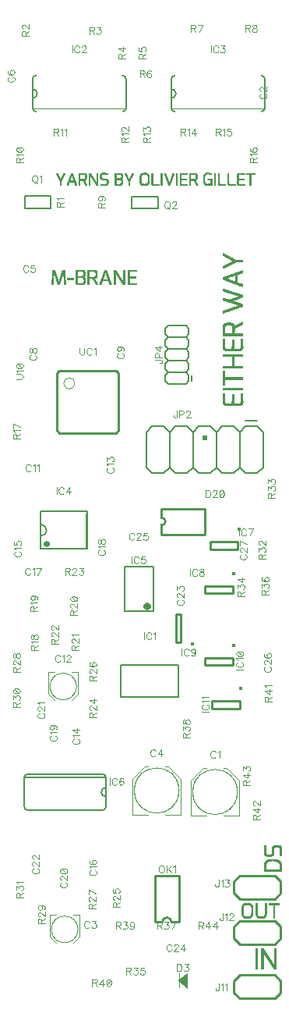
<source format=gto>
G04 DipTrace 3.2.0.1*
G04 mBrane.GTO*
%MOIN*%
G04 #@! TF.FileFunction,Legend,Top*
G04 #@! TF.Part,Single*
%ADD10C,0.009843*%
%ADD12C,0.001*%
%ADD14C,0.01*%
%ADD19C,0.006*%
%ADD20O,0.027265X0.024343*%
%ADD21O,0.035054X0.030186*%
%ADD22C,0.000013*%
%ADD23C,0.004*%
%ADD26C,0.008*%
%ADD28C,0.002*%
%ADD29C,0.015401*%
%ADD30C,0.015422*%
%ADD76C,0.004632*%
%FSLAX26Y26*%
G04*
G70*
G90*
G75*
G01*
G04 TopSilk*
%LPD*%
X1172492Y1307043D2*
D22*
G02X1172492Y1307043I96466J0D01*
G01*
X1231555Y1204670D2*
D23*
X1166596D1*
Y1356264D1*
X1219743Y1409416D1*
X1231555D1*
X1306362D2*
X1318174D1*
X1371321Y1356264D1*
Y1204670D1*
X1306362D1*
X1235486Y1216487D2*
G02X1235486Y1397599I33497J90556D01*
G01*
X1302431Y1216487D2*
G03X1302431Y1397599I-33497J90556D01*
G01*
X568126Y720182D2*
D22*
G02X568126Y720182I57083J0D01*
G01*
X662614Y763484D2*
D23*
G02X662614Y676881I-37399J-43302D01*
G01*
X587804Y763484D2*
G03X589782Y674907I37384J-43476D01*
G01*
X662614Y783170D2*
X688201D1*
Y688688D1*
X660636Y661125D1*
X589782D2*
X562217Y688688D1*
Y783170D1*
X587804D1*
X922492Y1313292D2*
D22*
G02X922492Y1313292I96466J0D01*
G01*
X981555Y1210920D2*
D23*
X916596D1*
Y1362514D1*
X969743Y1415665D1*
X981555D1*
X1056362D2*
X1068174D1*
X1121321Y1362514D1*
Y1210920D1*
X1056362D1*
X985486Y1222737D2*
G02X985486Y1403848I33497J90556D01*
G01*
X1052431Y1222737D2*
G03X1052431Y1403848I-33497J90556D01*
G01*
X561875Y1757682D2*
D22*
G02X561875Y1757682I57083J0D01*
G01*
X656363Y1800984D2*
D23*
G02X656363Y1714381I-37399J-43302D01*
G01*
X581554Y1800984D2*
G03X583532Y1712407I37384J-43476D01*
G01*
X656363Y1820670D2*
X681951D1*
Y1726188D1*
X654385Y1698625D1*
X583532D2*
X555966Y1726188D1*
Y1820670D1*
X581554D1*
X1038935Y2407532D2*
D10*
X1223982D1*
Y2515812D1*
Y2517774D2*
X1038935D1*
Y2478411D1*
Y2407532D2*
Y2446896D1*
G03X1038935Y2478411I1844J15758D01*
G01*
X866216Y1848648D2*
D19*
Y1712420D1*
X1112200D2*
Y1848648D1*
X866216D2*
X1112200D1*
Y1712420D2*
X866216D1*
X872709Y4213011D2*
G03X887709Y4228016I0J15000D01*
G01*
X487709Y4351986D2*
G02X502709Y4366991I14987J18D01*
G01*
X872709D2*
G02X887709Y4351986I13J-14987D01*
G01*
X487709Y4228016D2*
G03X502709Y4213011I14974J-32D01*
G01*
X887709Y4228016D2*
Y4351986D1*
X487709D2*
Y4309997D1*
Y4270005D1*
Y4228016D1*
Y4309997D2*
G02X487709Y4270005I4J-19996D01*
G01*
Y4226986D2*
D28*
X887709D1*
X1466458Y4213011D2*
D19*
G03X1481458Y4228016I0J15000D01*
G01*
X1081458Y4351986D2*
G02X1096458Y4366991I14987J18D01*
G01*
X1466458D2*
G02X1481458Y4351986I13J-14987D01*
G01*
X1081458Y4228016D2*
G03X1096458Y4213011I14974J-32D01*
G01*
X1481458Y4228016D2*
Y4351986D1*
X1081458D2*
Y4309997D1*
Y4270005D1*
Y4228016D1*
Y4309997D2*
G02X1081458Y4270005I4J-19996D01*
G01*
Y4226986D2*
D28*
X1481458D1*
X719458Y2353744D2*
D19*
Y2495760D1*
X523458D2*
Y2449252D1*
Y2400252D1*
Y2353744D1*
Y2449252D2*
G02X523458Y2400252I0J-24500D01*
G01*
X467474Y1229511D2*
X787444D1*
X467474Y1383491D2*
G03X452459Y1368486I-66J-14949D01*
G01*
X802459Y1244516D2*
G02X787444Y1229511I-15004J-1D01*
G01*
X467474D2*
G02X452459Y1244516I-70J14945D01*
G01*
X802459Y1368486D2*
G03X787444Y1383491I-14999J6D01*
G01*
X467474D1*
X452459Y1368486D2*
Y1244516D1*
X802459D2*
Y1368486D1*
Y1286505D2*
G02X802459Y1326497I11J19996D01*
G01*
Y1369516D2*
X452459D1*
D29*
X1370708Y2429721D3*
X1365446Y2375654D2*
D10*
X1247340D1*
X1365446Y2344163D2*
X1247340D1*
Y2375654D2*
Y2344163D1*
X1365446Y2375654D2*
Y2344163D1*
D29*
X1349949Y2240660D3*
X1344686Y2186594D2*
D10*
X1226581D1*
X1344686Y2155103D2*
X1226581D1*
Y2186594D2*
Y2155103D1*
X1344686Y2186594D2*
Y2155103D1*
D30*
X1173136Y1938152D3*
X1122994Y1947353D2*
D10*
Y2065458D1*
X1103309D1*
Y1947353D1*
X1122994D1*
D29*
X1349447Y1934424D3*
X1344185Y1880358D2*
D10*
X1226079D1*
X1344185Y1848867D2*
X1226079D1*
Y1880358D2*
Y1848867D1*
X1344185Y1880358D2*
Y1848867D1*
D29*
X1379634Y1749870D3*
X1374371Y1695804D2*
D10*
X1256266D1*
X1374371Y1664313D2*
X1256266D1*
Y1695804D2*
Y1664313D1*
X1374371Y1695804D2*
Y1664313D1*
X1525209Y525250D2*
X1375209D1*
X1350209Y500250D1*
Y450250D1*
X1375209Y425250D2*
X1350209Y450250D1*
X1525209Y425250D2*
X1375209D1*
X1550209Y450250D2*
X1525209Y425250D1*
X1550209Y500250D2*
Y450250D1*
Y500250D2*
X1525209Y525250D1*
Y756501D2*
X1375209D1*
X1350209Y731501D1*
Y681501D1*
X1375209Y656501D2*
X1350209Y681501D1*
X1525209Y656501D2*
X1375209D1*
X1550209Y681501D2*
X1525209Y656501D1*
X1550209Y731501D2*
Y681501D1*
Y731501D2*
X1525209Y756501D1*
Y950250D2*
X1375209D1*
X1350209Y925250D1*
Y875250D1*
X1375209Y850250D2*
X1350209Y875250D1*
X1525209Y850250D2*
X1375209D1*
X1550209Y875250D2*
X1525209Y850250D1*
X1550209Y925250D2*
Y875250D1*
Y925250D2*
X1525209Y950250D1*
G36*
X1235207Y2808996D2*
Y2828976D1*
X1215207D1*
Y2808996D1*
X1235207D1*
G37*
X1475207Y2844006D2*
D19*
X1450207Y2869003D1*
X1400207D2*
X1375207Y2844006D1*
X1350207Y2869003D1*
X1300207D2*
X1275207Y2844006D1*
X1250207Y2869003D1*
X1200207D2*
X1175207Y2844006D1*
X1150207Y2869003D1*
X1100207D2*
X1075207Y2844006D1*
X1475207D2*
Y2693998D1*
X1450207Y2669001D1*
X1400207D1*
X1375207Y2693998D1*
X1350207Y2669001D1*
X1300207D1*
X1275207Y2693998D1*
X1250207Y2669001D1*
X1200207D1*
X1175207Y2693998D1*
X1150207Y2669001D1*
X1100207D1*
X1075207Y2693998D1*
X1375207D2*
Y2844006D1*
X1275207Y2693998D2*
Y2844006D1*
X1175207Y2693998D2*
Y2844006D1*
X1075207Y2693998D2*
Y2844006D1*
X1150207Y2869003D2*
X1100207D1*
X1250207D2*
X1200207D1*
X1350207D2*
X1300207D1*
X1450207D2*
X1400207D1*
X1075207Y2844006D2*
X1050207Y2869003D1*
X1000207D2*
X975207Y2844006D1*
X1075207Y2693998D2*
X1050207Y2669001D1*
X1000207D1*
X975207Y2693998D1*
Y2844006D1*
X1050207Y2869003D2*
X1000207D1*
X1450207Y2894001D2*
D26*
X1400207D1*
X1143962Y3050250D2*
D19*
X1156460Y3062750D1*
Y3087750D2*
X1143962Y3100250D1*
X1156460Y3112750D1*
Y3137750D2*
X1143962Y3150250D1*
X1156460Y3162750D1*
Y3187750D2*
X1143962Y3200250D1*
X1156460Y3212750D1*
Y3237750D2*
X1143962Y3250250D1*
Y3050250D2*
X1068958D1*
X1056459Y3062750D1*
Y3087750D1*
X1068958Y3100250D1*
X1056459Y3112750D1*
Y3137750D1*
X1068958Y3150250D1*
X1056459Y3162750D1*
Y3187750D1*
X1068958Y3200250D1*
X1056459Y3212750D1*
Y3237750D1*
X1068958Y3250250D1*
Y3100250D2*
X1143962D1*
X1068958Y3150250D2*
X1143962D1*
X1068958Y3200250D2*
X1143962D1*
X1068958Y3250250D2*
X1143962D1*
X1156460Y3212750D2*
Y3237750D1*
Y3162750D2*
Y3187750D1*
Y3112750D2*
Y3137750D1*
Y3062750D2*
Y3087750D1*
X1143962Y3250250D2*
X1156460Y3262750D1*
Y3287750D2*
X1143962Y3300250D1*
X1068958Y3250250D2*
X1056459Y3262750D1*
Y3287750D1*
X1068958Y3300250D1*
X1143962D1*
X1156460Y3262750D2*
Y3287750D1*
X1168959Y3062750D2*
D26*
Y3087750D1*
X1113847Y751823D2*
D10*
Y948678D1*
X1011471Y751823D2*
Y948678D1*
X1113847D2*
X1011471D1*
X1082354Y751823D2*
X1113847D1*
X1042965D2*
X1011471D1*
X1082354D2*
G03X1042965Y751823I-19694J-9D01*
G01*
X621413Y3051982D2*
D22*
G02X621413Y3051982I23619J0D01*
G01*
X845823Y3106121D2*
D14*
X856669Y3095275D1*
Y2851192D1*
X845823Y2840345D1*
X601740D1*
X590894Y2851192D1*
Y3095275D1*
X601740Y3106121D1*
X845823D1*
X523546Y2506240D2*
D19*
X721214D1*
Y2346548D1*
X523546D1*
Y2506240D1*
D20*
X548864Y2364562D3*
D21*
X980227Y2099707D3*
X880906Y2268649D2*
D19*
X1004570D1*
Y2079745D1*
X880906D1*
Y2268649D1*
G36*
X1110092Y501905D2*
X1150602Y533949D1*
X1151205Y466837D1*
D1*
X1110092Y501905D1*
G37*
G36*
X1114369Y532606D2*
X1118465D1*
Y468102D1*
X1114369D1*
Y532606D1*
G37*
X453794Y3852185D2*
D19*
X564445D1*
Y3798187D1*
X453794D1*
Y3852185D1*
X910563Y3849530D2*
X1023871D1*
Y3798187D1*
X910563D1*
Y3849530D1*
X1441458Y638001D2*
D12*
X1448458D1*
X1466458D2*
X1474458D1*
X1520458D2*
X1528458D1*
X1441458Y637001D2*
X1448458D1*
X1466458D2*
X1474959D1*
X1520458D2*
X1528458D1*
X1441458Y636001D2*
X1448458D1*
X1466458D2*
X1475543D1*
X1520458D2*
X1528458D1*
X1441458Y635001D2*
X1448458D1*
X1466458D2*
X1476154D1*
X1520458D2*
X1528458D1*
X1441458Y634001D2*
X1448458D1*
X1466458D2*
X1476798D1*
X1520458D2*
X1528458D1*
X1441458Y633001D2*
X1448458D1*
X1466458D2*
X1477470D1*
X1520458D2*
X1528458D1*
X1441458Y632001D2*
X1448458D1*
X1466458D2*
X1478124D1*
X1520458D2*
X1528458D1*
X1441458Y631001D2*
X1448458D1*
X1466458D2*
X1478787D1*
X1520458D2*
X1528458D1*
X1441458Y630001D2*
X1448458D1*
X1466458D2*
X1479466D1*
X1520458D2*
X1528458D1*
X1441458Y629001D2*
X1448458D1*
X1466458D2*
X1480123D1*
X1520458D2*
X1528458D1*
X1441458Y628001D2*
X1448458D1*
X1466458D2*
X1480786D1*
X1520458D2*
X1528458D1*
X1441458Y627001D2*
X1448458D1*
X1466458D2*
X1481466D1*
X1520458D2*
X1528458D1*
X1441458Y626001D2*
X1448458D1*
X1466458D2*
X1482123D1*
X1520458D2*
X1528458D1*
X1441458Y625001D2*
X1448458D1*
X1466458D2*
X1482786D1*
X1520458D2*
X1528458D1*
X1441458Y624001D2*
X1448458D1*
X1466458D2*
X1483466D1*
X1520458D2*
X1528458D1*
X1441458Y623001D2*
X1448458D1*
X1466458D2*
X1484123D1*
X1520458D2*
X1528458D1*
X1441458Y622001D2*
X1448458D1*
X1466458D2*
X1484786D1*
X1520458D2*
X1528458D1*
X1441458Y621001D2*
X1448458D1*
X1466458D2*
X1485466D1*
X1520458D2*
X1528458D1*
X1441458Y620001D2*
X1448458D1*
X1466458D2*
X1474458D1*
X1476651D2*
X1486123D1*
X1520458D2*
X1528458D1*
X1441458Y619001D2*
X1448458D1*
X1466458D2*
X1474458D1*
X1477031D2*
X1486786D1*
X1520458D2*
X1528458D1*
X1441458Y618001D2*
X1448458D1*
X1466458D2*
X1474458D1*
X1477569D2*
X1487466D1*
X1520458D2*
X1528458D1*
X1441458Y617001D2*
X1448458D1*
X1466458D2*
X1474458D1*
X1478163D2*
X1488123D1*
X1520458D2*
X1528458D1*
X1441458Y616001D2*
X1448458D1*
X1466458D2*
X1474458D1*
X1478801D2*
X1488786D1*
X1520458D2*
X1528458D1*
X1441458Y615001D2*
X1448458D1*
X1466458D2*
X1474458D1*
X1479471D2*
X1489462D1*
X1520458D2*
X1528458D1*
X1441458Y614001D2*
X1448458D1*
X1466458D2*
X1474458D1*
X1480125D2*
X1490088D1*
X1520458D2*
X1528458D1*
X1441458Y613001D2*
X1448458D1*
X1466458D2*
X1474458D1*
X1480787D2*
X1490659D1*
X1520458D2*
X1528458D1*
X1441458Y612001D2*
X1448458D1*
X1466458D2*
X1474458D1*
X1481466D2*
X1491223D1*
X1520458D2*
X1528458D1*
X1441458Y611001D2*
X1448458D1*
X1466458D2*
X1474458D1*
X1482123D2*
X1491831D1*
X1520458D2*
X1528458D1*
X1441458Y610001D2*
X1448458D1*
X1466458D2*
X1474458D1*
X1482786D2*
X1492485D1*
X1520458D2*
X1528458D1*
X1441458Y609001D2*
X1448458D1*
X1466458D2*
X1474458D1*
X1483466D2*
X1493130D1*
X1520458D2*
X1528458D1*
X1441458Y608001D2*
X1448458D1*
X1466458D2*
X1474458D1*
X1484123D2*
X1493789D1*
X1520458D2*
X1528458D1*
X1441458Y607001D2*
X1448458D1*
X1466458D2*
X1474458D1*
X1484786D2*
X1494467D1*
X1520458D2*
X1528458D1*
X1441458Y606001D2*
X1448458D1*
X1466458D2*
X1474458D1*
X1485466D2*
X1495123D1*
X1520458D2*
X1528458D1*
X1441458Y605001D2*
X1448458D1*
X1466458D2*
X1474458D1*
X1486123D2*
X1495786D1*
X1520458D2*
X1528458D1*
X1441458Y604001D2*
X1448458D1*
X1466458D2*
X1474458D1*
X1486786D2*
X1496466D1*
X1520458D2*
X1528458D1*
X1441458Y603001D2*
X1448458D1*
X1466458D2*
X1474458D1*
X1487466D2*
X1497123D1*
X1520458D2*
X1528458D1*
X1441458Y602001D2*
X1448458D1*
X1466458D2*
X1474458D1*
X1488123D2*
X1497786D1*
X1520458D2*
X1528458D1*
X1441458Y601001D2*
X1448458D1*
X1466458D2*
X1474458D1*
X1488786D2*
X1498466D1*
X1520458D2*
X1528458D1*
X1441458Y600001D2*
X1448458D1*
X1466458D2*
X1474458D1*
X1489462D2*
X1499123D1*
X1520458D2*
X1528458D1*
X1441458Y599001D2*
X1448458D1*
X1466458D2*
X1474458D1*
X1490088D2*
X1499786D1*
X1520458D2*
X1528458D1*
X1441458Y598001D2*
X1448458D1*
X1466458D2*
X1474458D1*
X1490659D2*
X1500466D1*
X1520458D2*
X1528458D1*
X1441458Y597001D2*
X1448458D1*
X1466458D2*
X1474458D1*
X1491223D2*
X1501123D1*
X1520458D2*
X1528458D1*
X1441458Y596001D2*
X1448458D1*
X1466458D2*
X1474458D1*
X1491831D2*
X1501786D1*
X1520458D2*
X1528458D1*
X1441458Y595001D2*
X1448458D1*
X1466458D2*
X1474458D1*
X1492485D2*
X1502466D1*
X1520458D2*
X1528458D1*
X1441458Y594001D2*
X1448458D1*
X1466458D2*
X1474458D1*
X1493130D2*
X1503123D1*
X1520458D2*
X1528458D1*
X1441458Y593001D2*
X1448458D1*
X1466458D2*
X1474458D1*
X1493789D2*
X1503786D1*
X1520458D2*
X1528458D1*
X1441458Y592001D2*
X1448458D1*
X1466458D2*
X1474458D1*
X1494467D2*
X1504466D1*
X1520458D2*
X1528458D1*
X1441458Y591001D2*
X1448458D1*
X1466458D2*
X1474458D1*
X1495123D2*
X1505123D1*
X1520458D2*
X1528458D1*
X1441458Y590001D2*
X1448458D1*
X1466458D2*
X1474458D1*
X1495786D2*
X1505786D1*
X1520458D2*
X1528458D1*
X1441458Y589001D2*
X1448458D1*
X1466458D2*
X1474458D1*
X1496466D2*
X1506466D1*
X1520458D2*
X1528458D1*
X1441458Y588001D2*
X1448458D1*
X1466458D2*
X1474458D1*
X1497123D2*
X1507123D1*
X1520458D2*
X1528458D1*
X1441458Y587001D2*
X1448458D1*
X1466458D2*
X1474458D1*
X1497786D2*
X1507786D1*
X1520458D2*
X1528458D1*
X1441458Y586001D2*
X1448458D1*
X1466458D2*
X1474458D1*
X1498466D2*
X1508466D1*
X1520458D2*
X1528458D1*
X1441458Y585001D2*
X1448458D1*
X1466458D2*
X1474458D1*
X1499123D2*
X1509123D1*
X1520458D2*
X1528458D1*
X1441458Y584001D2*
X1448458D1*
X1466458D2*
X1474458D1*
X1499786D2*
X1509786D1*
X1520458D2*
X1528458D1*
X1441458Y583001D2*
X1448458D1*
X1466458D2*
X1474458D1*
X1500466D2*
X1510462D1*
X1520458D2*
X1528458D1*
X1441458Y582001D2*
X1448458D1*
X1466458D2*
X1474458D1*
X1501123D2*
X1511088D1*
X1520458D2*
X1528458D1*
X1441458Y581001D2*
X1448458D1*
X1466458D2*
X1474458D1*
X1501786D2*
X1511659D1*
X1520458D2*
X1528458D1*
X1441458Y580001D2*
X1448458D1*
X1466458D2*
X1474458D1*
X1502466D2*
X1512223D1*
X1520458D2*
X1528458D1*
X1441458Y579001D2*
X1448458D1*
X1466458D2*
X1474458D1*
X1503123D2*
X1512831D1*
X1520458D2*
X1528458D1*
X1441458Y578001D2*
X1448458D1*
X1466458D2*
X1474458D1*
X1503786D2*
X1513485D1*
X1520458D2*
X1528458D1*
X1441458Y577001D2*
X1448458D1*
X1466458D2*
X1474458D1*
X1504466D2*
X1514130D1*
X1520458D2*
X1528458D1*
X1441458Y576001D2*
X1448458D1*
X1466458D2*
X1474458D1*
X1505123D2*
X1514789D1*
X1520458D2*
X1528458D1*
X1441458Y575001D2*
X1448458D1*
X1466458D2*
X1474458D1*
X1505786D2*
X1515467D1*
X1520458D2*
X1528458D1*
X1441458Y574001D2*
X1448458D1*
X1466458D2*
X1474458D1*
X1506466D2*
X1516123D1*
X1520458D2*
X1528458D1*
X1441458Y573001D2*
X1448458D1*
X1466458D2*
X1474458D1*
X1507123D2*
X1516786D1*
X1520455D2*
X1528458D1*
X1441458Y572001D2*
X1448458D1*
X1466458D2*
X1474458D1*
X1507786D2*
X1517465D1*
X1520416D2*
X1528458D1*
X1441458Y571001D2*
X1448458D1*
X1466458D2*
X1474458D1*
X1508466D2*
X1518117D1*
X1520262D2*
X1528458D1*
X1441458Y570001D2*
X1448458D1*
X1466458D2*
X1474458D1*
X1509123D2*
X1518773D1*
X1519920D2*
X1528458D1*
X1441458Y569001D2*
X1448458D1*
X1466458D2*
X1474458D1*
X1509786D2*
X1528458D1*
X1441458Y568001D2*
X1448458D1*
X1466458D2*
X1474458D1*
X1510466D2*
X1528458D1*
X1441458Y567001D2*
X1448458D1*
X1466458D2*
X1474458D1*
X1511123D2*
X1528458D1*
X1441458Y566001D2*
X1448458D1*
X1466458D2*
X1474458D1*
X1511786D2*
X1528458D1*
X1441458Y565001D2*
X1448458D1*
X1466458D2*
X1474458D1*
X1512466D2*
X1528458D1*
X1441458Y564001D2*
X1448458D1*
X1466458D2*
X1474458D1*
X1513123D2*
X1528458D1*
X1441458Y563001D2*
X1448458D1*
X1466458D2*
X1474458D1*
X1513786D2*
X1528458D1*
X1441458Y562001D2*
X1448458D1*
X1466458D2*
X1474458D1*
X1514466D2*
X1528458D1*
X1441458Y561001D2*
X1448458D1*
X1466458D2*
X1474458D1*
X1515123D2*
X1528458D1*
X1441458Y560001D2*
X1448458D1*
X1466458D2*
X1474458D1*
X1515786D2*
X1528458D1*
X1441458Y559001D2*
X1448458D1*
X1466458D2*
X1474458D1*
X1516462D2*
X1528458D1*
X1441458Y558001D2*
X1448458D1*
X1466458D2*
X1474458D1*
X1517088D2*
X1528458D1*
X1441458Y557001D2*
X1448458D1*
X1466458D2*
X1474458D1*
X1517659D2*
X1528458D1*
X1441458Y556001D2*
X1448458D1*
X1466458D2*
X1474458D1*
X1518226D2*
X1528458D1*
X1441458Y555001D2*
X1448458D1*
X1466458D2*
X1474458D1*
X1518868D2*
X1528458D1*
X1441458Y554001D2*
X1448458D1*
X1466458D2*
X1474458D1*
X1519631D2*
X1528458D1*
X1441458Y553001D2*
X1448458D1*
X1466458D2*
X1474458D1*
X1520458D2*
X1528458D1*
X1399209Y833501D2*
X1412209D1*
X1395866Y832501D2*
X1415552D1*
X1441209D2*
X1447209D1*
X1482209D2*
X1488209D1*
X1498209D2*
X1542209D1*
X1393172Y831501D2*
X1418246D1*
X1441209D2*
X1447209D1*
X1482209D2*
X1488209D1*
X1498209D2*
X1542209D1*
X1391142Y830501D2*
X1420276D1*
X1441209D2*
X1447209D1*
X1482209D2*
X1488209D1*
X1498209D2*
X1542209D1*
X1389615Y829501D2*
X1421807D1*
X1441209D2*
X1447209D1*
X1482209D2*
X1488209D1*
X1498209D2*
X1542209D1*
X1388409Y828501D2*
X1423045D1*
X1441209D2*
X1447209D1*
X1482209D2*
X1488209D1*
X1498209D2*
X1542209D1*
X1387440Y827501D2*
X1424110D1*
X1441209D2*
X1447209D1*
X1482209D2*
X1488209D1*
X1498209D2*
X1542209D1*
X1386676Y826501D2*
X1396251D1*
X1414816D2*
X1425017D1*
X1441209D2*
X1447209D1*
X1482209D2*
X1488209D1*
X1517209D2*
X1523209D1*
X1386049Y825501D2*
X1394422D1*
X1416982D2*
X1425753D1*
X1441209D2*
X1447209D1*
X1482209D2*
X1488209D1*
X1517209D2*
X1523209D1*
X1385494Y824501D2*
X1392864D1*
X1418616D2*
X1426339D1*
X1441209D2*
X1447209D1*
X1482209D2*
X1488209D1*
X1517209D2*
X1523209D1*
X1384972Y823501D2*
X1391657D1*
X1419810D2*
X1426795D1*
X1441209D2*
X1447209D1*
X1482209D2*
X1488209D1*
X1517209D2*
X1523209D1*
X1384467Y822501D2*
X1390769D1*
X1420676D2*
X1427168D1*
X1441209D2*
X1447209D1*
X1482209D2*
X1488209D1*
X1517209D2*
X1523209D1*
X1383996Y821501D2*
X1390086D1*
X1421344D2*
X1427528D1*
X1441209D2*
X1447209D1*
X1482209D2*
X1488209D1*
X1517209D2*
X1523209D1*
X1383591Y820501D2*
X1389511D1*
X1421912D2*
X1427842D1*
X1441209D2*
X1447209D1*
X1482209D2*
X1488209D1*
X1517209D2*
X1523209D1*
X1383238Y819501D2*
X1389016D1*
X1422404D2*
X1428073D1*
X1441209D2*
X1447209D1*
X1482209D2*
X1488209D1*
X1517209D2*
X1523209D1*
X1382886Y818501D2*
X1388635D1*
X1422784D2*
X1428301D1*
X1441209D2*
X1447209D1*
X1482209D2*
X1488209D1*
X1517209D2*
X1523209D1*
X1382579Y817501D2*
X1388403D1*
X1423016D2*
X1428586D1*
X1441209D2*
X1447209D1*
X1482209D2*
X1488209D1*
X1517209D2*
X1523209D1*
X1382384Y816501D2*
X1388253D1*
X1423165D2*
X1428861D1*
X1441209D2*
X1447209D1*
X1482209D2*
X1488209D1*
X1517209D2*
X1523209D1*
X1382280Y815501D2*
X1388075D1*
X1423343D2*
X1429042D1*
X1441209D2*
X1447209D1*
X1482209D2*
X1488209D1*
X1517209D2*
X1523209D1*
X1382200Y814501D2*
X1387815D1*
X1423603D2*
X1429141D1*
X1441209D2*
X1447209D1*
X1482209D2*
X1488209D1*
X1517209D2*
X1523209D1*
X1382054Y813501D2*
X1387551D1*
X1423867D2*
X1429220D1*
X1441209D2*
X1447209D1*
X1482209D2*
X1488209D1*
X1517209D2*
X1523209D1*
X1381807Y812501D2*
X1387374D1*
X1424044D2*
X1429365D1*
X1441209D2*
X1447209D1*
X1482209D2*
X1488209D1*
X1517209D2*
X1523209D1*
X1381548Y811501D2*
X1387280D1*
X1424138D2*
X1429611D1*
X1441209D2*
X1447209D1*
X1482209D2*
X1488209D1*
X1517209D2*
X1523209D1*
X1381373Y810501D2*
X1387237D1*
X1424181D2*
X1429870D1*
X1441209D2*
X1447209D1*
X1482209D2*
X1488209D1*
X1517209D2*
X1523209D1*
X1381280Y809501D2*
X1387220D1*
X1424199D2*
X1430046D1*
X1441209D2*
X1447209D1*
X1482209D2*
X1488209D1*
X1517209D2*
X1523209D1*
X1381237Y808501D2*
X1387213D1*
X1424205D2*
X1430139D1*
X1441209D2*
X1447209D1*
X1482209D2*
X1488209D1*
X1517209D2*
X1523209D1*
X1381220Y807501D2*
X1387210D1*
X1424208D2*
X1430181D1*
X1441209D2*
X1447209D1*
X1482209D2*
X1488209D1*
X1517209D2*
X1523209D1*
X1381213Y806501D2*
X1387210D1*
X1424209D2*
X1430199D1*
X1441209D2*
X1447209D1*
X1482209D2*
X1488209D1*
X1517209D2*
X1523209D1*
X1381210Y805501D2*
X1387209D1*
X1424209D2*
X1430205D1*
X1441209D2*
X1447209D1*
X1482209D2*
X1488209D1*
X1517209D2*
X1523209D1*
X1381210Y804501D2*
X1387209D1*
X1424209D2*
X1430208D1*
X1441209D2*
X1447209D1*
X1482209D2*
X1488209D1*
X1517209D2*
X1523209D1*
X1381209Y803501D2*
X1387209D1*
X1424209D2*
X1430209D1*
X1441209D2*
X1447209D1*
X1482209D2*
X1488209D1*
X1517209D2*
X1523209D1*
X1381209Y802501D2*
X1387209D1*
X1424209D2*
X1430209D1*
X1441209D2*
X1447209D1*
X1482209D2*
X1488209D1*
X1517209D2*
X1523209D1*
X1381209Y801501D2*
X1387209D1*
X1424209D2*
X1430209D1*
X1441209D2*
X1447209D1*
X1482209D2*
X1488209D1*
X1517209D2*
X1523209D1*
X1381209Y800501D2*
X1387209D1*
X1424209D2*
X1430209D1*
X1441209D2*
X1447209D1*
X1482209D2*
X1488209D1*
X1517209D2*
X1523209D1*
X1381209Y799501D2*
X1387209D1*
X1424209D2*
X1430209D1*
X1441209D2*
X1447209D1*
X1482209D2*
X1488209D1*
X1517209D2*
X1523209D1*
X1381209Y798501D2*
X1387209D1*
X1424209D2*
X1430209D1*
X1441209D2*
X1447209D1*
X1482209D2*
X1488209D1*
X1517209D2*
X1523209D1*
X1381209Y797501D2*
X1387209D1*
X1424209D2*
X1430209D1*
X1441209D2*
X1447209D1*
X1482209D2*
X1488209D1*
X1517209D2*
X1523209D1*
X1381209Y796501D2*
X1387209D1*
X1424209D2*
X1430209D1*
X1441209D2*
X1447209D1*
X1482209D2*
X1488209D1*
X1517209D2*
X1523209D1*
X1381209Y795501D2*
X1387209D1*
X1424209D2*
X1430209D1*
X1441209D2*
X1447209D1*
X1482209D2*
X1488209D1*
X1517209D2*
X1523209D1*
X1381209Y794501D2*
X1387209D1*
X1424209D2*
X1430205D1*
X1441213D2*
X1447209D1*
X1482209D2*
X1488205D1*
X1517209D2*
X1523209D1*
X1381213Y793501D2*
X1387209D1*
X1424209D2*
X1430170D1*
X1441248D2*
X1447209D1*
X1482209D2*
X1488170D1*
X1517209D2*
X1523209D1*
X1381248Y792501D2*
X1387209D1*
X1424205D2*
X1430043D1*
X1441376D2*
X1447209D1*
X1482205D2*
X1488043D1*
X1517209D2*
X1523209D1*
X1381376Y791501D2*
X1387209D1*
X1424170D2*
X1429803D1*
X1441615D2*
X1447213D1*
X1482170D2*
X1487803D1*
X1517209D2*
X1523209D1*
X1381615Y790501D2*
X1387213D1*
X1424043D2*
X1429547D1*
X1441872D2*
X1447248D1*
X1482043D2*
X1487547D1*
X1517209D2*
X1523209D1*
X1381872Y789501D2*
X1387248D1*
X1423803D2*
X1429372D1*
X1442046D2*
X1447376D1*
X1481803D2*
X1487372D1*
X1517209D2*
X1523209D1*
X1382046Y788501D2*
X1387376D1*
X1423547D2*
X1429276D1*
X1442139D2*
X1447615D1*
X1481547D2*
X1487280D1*
X1517209D2*
X1523209D1*
X1382143Y787501D2*
X1387615D1*
X1423368D2*
X1429198D1*
X1442185D2*
X1447872D1*
X1481368D2*
X1487233D1*
X1517209D2*
X1523209D1*
X1382220Y786501D2*
X1387875D1*
X1423241D2*
X1429053D1*
X1442238D2*
X1448050D1*
X1481241D2*
X1487181D1*
X1517209D2*
X1523209D1*
X1382365Y785501D2*
X1388085D1*
X1423067D2*
X1428807D1*
X1442372D2*
X1448178D1*
X1481067D2*
X1487046D1*
X1517209D2*
X1523209D1*
X1382611Y784501D2*
X1388309D1*
X1422775D2*
X1428544D1*
X1442614D2*
X1448351D1*
X1480775D2*
X1486801D1*
X1517209D2*
X1523209D1*
X1382874Y783501D2*
X1388630D1*
X1422380D2*
X1428334D1*
X1442875D2*
X1448644D1*
X1480380D2*
X1486508D1*
X1517209D2*
X1523209D1*
X1383085Y782501D2*
X1389071D1*
X1421925D2*
X1428109D1*
X1443085D2*
X1449038D1*
X1479925D2*
X1486206D1*
X1517209D2*
X1523209D1*
X1383309Y781501D2*
X1389658D1*
X1421408D2*
X1427792D1*
X1443305D2*
X1449494D1*
X1479408D2*
X1485870D1*
X1517209D2*
X1523209D1*
X1383626Y780501D2*
X1390419D1*
X1420781D2*
X1427387D1*
X1443591D2*
X1450010D1*
X1478785D2*
X1485536D1*
X1517209D2*
X1523209D1*
X1384031Y779501D2*
X1391346D1*
X1419961D2*
X1426931D1*
X1443900D2*
X1450645D1*
X1478004D2*
X1485212D1*
X1517209D2*
X1523209D1*
X1384491Y778501D2*
X1392538D1*
X1418831D2*
X1426448D1*
X1444213D2*
X1451535D1*
X1477040D2*
X1484834D1*
X1517209D2*
X1523209D1*
X1385009Y777501D2*
X1394255D1*
X1417143D2*
X1425952D1*
X1444586D2*
X1452920D1*
X1475758D2*
X1484367D1*
X1517209D2*
X1523209D1*
X1385633Y776501D2*
X1396714D1*
X1414697D2*
X1425418D1*
X1445053D2*
X1455077D1*
X1473974D2*
X1483768D1*
X1517209D2*
X1523209D1*
X1386406Y775501D2*
X1399819D1*
X1411597D2*
X1424785D1*
X1445651D2*
X1457974D1*
X1471703D2*
X1483006D1*
X1517209D2*
X1523209D1*
X1387296Y774501D2*
X1423971D1*
X1446417D2*
X1482120D1*
X1517209D2*
X1523209D1*
X1388292Y773501D2*
X1422913D1*
X1447341D2*
X1481133D1*
X1517209D2*
X1523209D1*
X1389514Y772501D2*
X1421519D1*
X1448494D2*
X1479988D1*
X1517209D2*
X1523209D1*
X1391218Y771501D2*
X1419724D1*
X1450030D2*
X1478593D1*
X1517209D2*
X1523209D1*
X1393538Y770501D2*
X1417561D1*
X1452003D2*
X1476957D1*
X1517209D2*
X1523209D1*
X1396209Y769501D2*
X1415209D1*
X1454209D2*
X1475209D1*
X1517209D2*
X1523209D1*
X1524569Y1081111D2*
X1541569D1*
X1521842Y1080111D2*
X1543646D1*
X1519683Y1079111D2*
X1545465D1*
X1479569Y1078111D2*
X1485569D1*
X1518061D2*
X1546979D1*
X1479569Y1077111D2*
X1485565D1*
X1516805D2*
X1548152D1*
X1479569Y1076111D2*
X1485530D1*
X1515814D2*
X1549023D1*
X1479565Y1075111D2*
X1485402D1*
X1515041D2*
X1549697D1*
X1479530Y1074111D2*
X1485163D1*
X1514411D2*
X1550269D1*
X1479402Y1073111D2*
X1484906D1*
X1513858D2*
X1523769D1*
X1541565D2*
X1550766D1*
X1479163Y1072111D2*
X1484732D1*
X1513371D2*
X1522223D1*
X1542530D2*
X1551182D1*
X1478906Y1071111D2*
X1484639D1*
X1512993D2*
X1521055D1*
X1543398D2*
X1551538D1*
X1478732Y1070111D2*
X1484597D1*
X1512766D2*
X1520167D1*
X1544120D2*
X1551892D1*
X1478639Y1069111D2*
X1484579D1*
X1512652D2*
X1519858D1*
X1544697D2*
X1552199D1*
X1478597Y1068111D2*
X1484572D1*
X1512601D2*
X1519691D1*
X1545116D2*
X1552394D1*
X1478579Y1067111D2*
X1484570D1*
X1512581D2*
X1519617D1*
X1545361D2*
X1552494D1*
X1478569Y1066111D2*
X1484569D1*
X1512573D2*
X1519586D1*
X1545486D2*
X1552539D1*
X1478531Y1065111D2*
X1484569D1*
X1512570D2*
X1519575D1*
X1545574D2*
X1552558D1*
X1478403Y1064111D2*
X1484569D1*
X1512569D2*
X1519571D1*
X1545723D2*
X1552565D1*
X1478163Y1063111D2*
X1484569D1*
X1512569D2*
X1519569D1*
X1545970D2*
X1552567D1*
X1477906Y1062111D2*
X1484569D1*
X1512569D2*
X1519569D1*
X1546230D2*
X1552568D1*
X1477732Y1061111D2*
X1484569D1*
X1512569D2*
X1519569D1*
X1546401D2*
X1552569D1*
X1477639Y1060111D2*
X1484569D1*
X1512569D2*
X1519569D1*
X1546459D2*
X1552569D1*
X1477597Y1059111D2*
X1484569D1*
X1512569D2*
X1519569D1*
X1546374D2*
X1552569D1*
X1477579Y1058111D2*
X1484569D1*
X1512569D2*
X1519569D1*
X1546152D2*
X1552569D1*
X1477572Y1057111D2*
X1484569D1*
X1512569D2*
X1519569D1*
X1545903D2*
X1552569D1*
X1477570Y1056111D2*
X1484569D1*
X1512569D2*
X1519569D1*
X1545731D2*
X1552569D1*
X1477569Y1055111D2*
X1484569D1*
X1512569D2*
X1519569D1*
X1545639D2*
X1552569D1*
X1477569Y1054111D2*
X1484569D1*
X1512569D2*
X1519569D1*
X1545597D2*
X1552565D1*
X1477569Y1053111D2*
X1484569D1*
X1512569D2*
X1519569D1*
X1545579D2*
X1552530D1*
X1477569Y1052111D2*
X1484569D1*
X1512569D2*
X1519565D1*
X1545572D2*
X1552402D1*
X1477569Y1051111D2*
X1484569D1*
X1512569D2*
X1519530D1*
X1545570D2*
X1552163D1*
X1477573Y1050111D2*
X1484569D1*
X1512565D2*
X1519402D1*
X1545569D2*
X1551906D1*
X1477608Y1049111D2*
X1484573D1*
X1512530D2*
X1519163D1*
X1545569D2*
X1551732D1*
X1477735Y1048111D2*
X1484608D1*
X1512402D2*
X1518906D1*
X1545569D2*
X1551639D1*
X1477979Y1047111D2*
X1484739D1*
X1512159D2*
X1518732D1*
X1545569D2*
X1551597D1*
X1478270Y1046111D2*
X1485018D1*
X1511863D2*
X1518635D1*
X1545569D2*
X1551579D1*
X1478572Y1045111D2*
X1485448D1*
X1511515D2*
X1518558D1*
X1545569D2*
X1551572D1*
X1478908Y1044111D2*
X1486107D1*
X1511066D2*
X1518409D1*
X1545569D2*
X1551566D1*
X1479242Y1043111D2*
X1487195D1*
X1509933D2*
X1518127D1*
X1545569D2*
X1551530D1*
X1479565Y1042111D2*
X1488878D1*
X1508249D2*
X1517737D1*
X1545569D2*
X1551402D1*
X1479943Y1041111D2*
X1491103D1*
X1506031D2*
X1517283D1*
X1545569D2*
X1551163D1*
X1480411Y1040111D2*
X1516767D1*
X1545565D2*
X1550906D1*
X1481014Y1039111D2*
X1516141D1*
X1545527D2*
X1550732D1*
X1481819Y1038111D2*
X1515329D1*
X1545372D2*
X1550639D1*
X1482905Y1037111D2*
X1514277D1*
X1545030D2*
X1550595D1*
X1484410Y1036111D2*
X1512925D1*
X1544569D2*
X1550569D1*
X1486370Y1035111D2*
X1511306D1*
X1488569Y1034111D2*
X1509569D1*
X1502569Y1021111D2*
X1525569D1*
X1499149Y1020111D2*
X1529295D1*
X1496033Y1019111D2*
X1532455D1*
X1493329Y1018111D2*
X1535076D1*
X1491058Y1017111D2*
X1537332D1*
X1489148Y1016111D2*
X1539324D1*
X1487494Y1015111D2*
X1541093D1*
X1486078Y1014111D2*
X1507162D1*
X1521975D2*
X1542684D1*
X1484949Y1013111D2*
X1502451D1*
X1526687D2*
X1544074D1*
X1484067Y1012111D2*
X1498648D1*
X1530486D2*
X1545194D1*
X1483305Y1011111D2*
X1495698D1*
X1533401D2*
X1546072D1*
X1482589Y1010111D2*
X1493432D1*
X1535543D2*
X1546833D1*
X1481948Y1009111D2*
X1491643D1*
X1537128D2*
X1547549D1*
X1481375Y1008111D2*
X1490249D1*
X1538393D2*
X1548190D1*
X1480844Y1007111D2*
X1489208D1*
X1539503D2*
X1548762D1*
X1480363Y1006111D2*
X1488364D1*
X1540541D2*
X1549297D1*
X1479953Y1005111D2*
X1487612D1*
X1541518D2*
X1549810D1*
X1479599Y1004111D2*
X1486960D1*
X1542360D2*
X1550312D1*
X1479245Y1003111D2*
X1486417D1*
X1542991D2*
X1550778D1*
X1478939Y1002111D2*
X1486008D1*
X1543457D2*
X1551148D1*
X1478744Y1001111D2*
X1485734D1*
X1543860D2*
X1551373D1*
X1478643Y1000111D2*
X1485488D1*
X1544187D2*
X1551486D1*
X1478598Y999111D2*
X1485196D1*
X1544389D2*
X1551536D1*
X1478580Y998111D2*
X1484919D1*
X1544493D2*
X1551557D1*
X1478573Y997111D2*
X1484736D1*
X1544539D2*
X1551564D1*
X1478570Y996111D2*
X1484641D1*
X1544558D2*
X1551567D1*
X1478569Y995111D2*
X1484597D1*
X1544565D2*
X1551568D1*
X1478569Y994111D2*
X1484579D1*
X1544567D2*
X1551569D1*
X1478569Y993111D2*
X1484573D1*
X1544568D2*
X1551569D1*
X1478569Y992111D2*
X1484570D1*
X1544569D2*
X1551569D1*
X1478569Y991111D2*
X1484569D1*
X1544569D2*
X1551569D1*
X1478569Y990111D2*
X1484569D1*
X1544569D2*
X1551569D1*
X1478569Y989111D2*
X1484569D1*
X1544569D2*
X1551569D1*
X1478569Y988111D2*
X1484569D1*
X1544569D2*
X1551569D1*
X1478569Y987111D2*
X1484569D1*
X1544569D2*
X1551569D1*
X1478569Y986111D2*
X1484569D1*
X1544569D2*
X1551569D1*
X1478569Y985111D2*
X1484569D1*
X1544569D2*
X1551569D1*
X1478569Y984111D2*
X1484569D1*
X1544569D2*
X1551569D1*
X1478569Y983111D2*
X1484569D1*
X1544569D2*
X1551569D1*
X1478569Y982111D2*
X1484569D1*
X1544569D2*
X1551569D1*
X1478569Y981111D2*
X1484569D1*
X1544569D2*
X1551569D1*
X1478569Y980111D2*
X1484569D1*
X1544569D2*
X1551569D1*
X1478569Y979111D2*
X1484569D1*
X1544569D2*
X1551569D1*
X1478569Y978111D2*
X1484569D1*
X1544569D2*
X1551569D1*
X1478569Y977111D2*
X1484569D1*
X1544569D2*
X1551569D1*
X1478569Y976111D2*
X1484569D1*
X1544569D2*
X1551569D1*
X1478569Y975111D2*
X1551569D1*
X1478569Y974111D2*
X1551569D1*
X1478569Y973111D2*
X1551569D1*
X1478569Y972111D2*
X1551569D1*
X1478569Y971111D2*
X1551569D1*
X1478569Y970111D2*
X1551569D1*
X1478569Y969111D2*
X1551569D1*
X1478569Y968111D2*
X1551569D1*
X1301932Y3608008D2*
X1302932D1*
X1301932Y3607008D2*
X1304928D1*
X1301932Y3606008D2*
X1306893D1*
X1301932Y3605008D2*
X1308766D1*
X1301932Y3604008D2*
X1310526D1*
X1301936Y3603008D2*
X1312270D1*
X1301979Y3602008D2*
X1314095D1*
X1302085Y3601008D2*
X1316003D1*
X1302590Y3600008D2*
X1317960D1*
X1303780Y3599008D2*
X1319939D1*
X1305275Y3598008D2*
X1321897D1*
X1306922Y3597008D2*
X1323767D1*
X1308586Y3596008D2*
X1325527D1*
X1310292Y3595008D2*
X1327270D1*
X1312103Y3594008D2*
X1329095D1*
X1314001Y3593008D2*
X1331003D1*
X1315922Y3592008D2*
X1332956D1*
X1317776Y3591008D2*
X1334904D1*
X1319530Y3590008D2*
X1336769D1*
X1321271Y3589008D2*
X1338528D1*
X1323096Y3588008D2*
X1340270D1*
X1324999Y3587008D2*
X1342096D1*
X1326921Y3586008D2*
X1344003D1*
X1328776Y3585008D2*
X1345960D1*
X1330530Y3584008D2*
X1347939D1*
X1332271Y3583008D2*
X1349893D1*
X1334096Y3582008D2*
X1351724D1*
X1336003Y3581008D2*
X1353321D1*
X1337956Y3580008D2*
X1354681D1*
X1339900Y3579008D2*
X1385932D1*
X1341727Y3578008D2*
X1385932D1*
X1343322Y3577008D2*
X1385932D1*
X1344681Y3576008D2*
X1385932D1*
X1345932Y3575008D2*
X1385932D1*
X1343932Y3574008D2*
X1385932D1*
X1341932Y3573008D2*
X1385932D1*
X1339932Y3572008D2*
X1385932D1*
X1337932Y3571008D2*
X1355932D1*
X1335932Y3570008D2*
X1353932D1*
X1333928Y3569008D2*
X1351932D1*
X1331893Y3568008D2*
X1349932D1*
X1329766Y3567008D2*
X1347932D1*
X1327526Y3566008D2*
X1345932D1*
X1325270Y3565008D2*
X1343932D1*
X1323095Y3564008D2*
X1341932D1*
X1321003Y3563008D2*
X1339932D1*
X1318960Y3562008D2*
X1337932D1*
X1316943Y3561008D2*
X1335932D1*
X1314936Y3560008D2*
X1333932D1*
X1312934Y3559008D2*
X1331932D1*
X1310933Y3558008D2*
X1329932D1*
X1308936Y3557008D2*
X1327928D1*
X1306979Y3556008D2*
X1325893D1*
X1305185Y3555008D2*
X1323766D1*
X1303757Y3554008D2*
X1321526D1*
X1302663Y3553008D2*
X1319270D1*
X1302284Y3552008D2*
X1317095D1*
X1302081Y3551008D2*
X1315003D1*
X1301990Y3550008D2*
X1312960D1*
X1301953Y3549008D2*
X1310943D1*
X1301940Y3548008D2*
X1308936D1*
X1301935Y3547008D2*
X1306934D1*
X1301933Y3546008D2*
X1304933D1*
X1301932Y3545008D2*
X1302932D1*
X1383932Y3535008D2*
X1385932D1*
X1381394Y3534008D2*
X1385932D1*
X1378681Y3533008D2*
X1385932D1*
X1375826Y3532008D2*
X1385932D1*
X1372895Y3531008D2*
X1385932D1*
X1369956Y3530008D2*
X1385932D1*
X1367093Y3529008D2*
X1385924D1*
X1364336Y3528008D2*
X1385842D1*
X1361594Y3527008D2*
X1385643D1*
X1358769Y3526008D2*
X1384753D1*
X1355866Y3525008D2*
X1382822D1*
X1352943Y3524008D2*
X1380402D1*
X1350088Y3523008D2*
X1377567D1*
X1347334Y3522008D2*
X1374455D1*
X1344593Y3521008D2*
X1371293D1*
X1341769Y3520008D2*
X1368381D1*
X1338862Y3519008D2*
X1366034D1*
X1335908Y3518008D2*
X1364202D1*
X1332961Y3517008D2*
X1363434D1*
X1330095Y3516008D2*
X1363165D1*
X1327337Y3515008D2*
X1363027D1*
X1324594Y3514008D2*
X1350087D1*
X1354932D2*
X1362968D1*
X1321769Y3513008D2*
X1347335D1*
X1354932D2*
X1362945D1*
X1318866Y3512008D2*
X1344594D1*
X1354932D2*
X1362937D1*
X1315943Y3511008D2*
X1341769D1*
X1354932D2*
X1362934D1*
X1313088Y3510008D2*
X1338862D1*
X1354932D2*
X1362933D1*
X1310346Y3509008D2*
X1335904D1*
X1354932D2*
X1362932D1*
X1307722Y3508008D2*
X1332922D1*
X1354932D2*
X1362932D1*
X1305397Y3507008D2*
X1329932D1*
X1354932D2*
X1362932D1*
X1303446Y3506008D2*
X1326970D1*
X1354932D2*
X1362932D1*
X1302543Y3505008D2*
X1324106D1*
X1354932D2*
X1362932D1*
X1302217Y3504008D2*
X1321422D1*
X1354932D2*
X1362932D1*
X1302049Y3503008D2*
X1318990D1*
X1354932D2*
X1362932D1*
X1301976Y3502008D2*
X1316864D1*
X1354932D2*
X1362932D1*
X1301948Y3501008D2*
X1314932D1*
X1354932D2*
X1362932D1*
X1301949Y3500008D2*
X1317928D1*
X1354932D2*
X1362932D1*
X1302063Y3499008D2*
X1320893D1*
X1354932D2*
X1362932D1*
X1302343Y3498008D2*
X1323766D1*
X1354932D2*
X1362932D1*
X1303686Y3497008D2*
X1326526D1*
X1354932D2*
X1362932D1*
X1305586Y3496008D2*
X1329270D1*
X1354932D2*
X1362932D1*
X1307867Y3495008D2*
X1332095D1*
X1354932D2*
X1362932D1*
X1310398Y3494008D2*
X1334999D1*
X1354932D2*
X1362932D1*
X1313105Y3493008D2*
X1337921D1*
X1354932D2*
X1362932D1*
X1315853Y3492008D2*
X1340776D1*
X1354932D2*
X1362932D1*
X1318556Y3491008D2*
X1343538D1*
X1354924D2*
X1362932D1*
X1321243Y3490008D2*
X1346355D1*
X1354848D2*
X1362932D1*
X1323933Y3489008D2*
X1349488D1*
X1354667D2*
X1362932D1*
X1326598Y3488008D2*
X1353074D1*
X1353887D2*
X1362932D1*
X1329294Y3487008D2*
X1362944D1*
X1332067Y3486008D2*
X1363061D1*
X1334840Y3485008D2*
X1363342D1*
X1337552Y3484008D2*
X1364724D1*
X1340242Y3483008D2*
X1366756D1*
X1342933Y3482008D2*
X1369312D1*
X1345598Y3481008D2*
X1372231D1*
X1348294Y3480008D2*
X1375379D1*
X1351067Y3479008D2*
X1378522D1*
X1353840Y3478008D2*
X1381313D1*
X1356556Y3477008D2*
X1383423D1*
X1359277Y3476008D2*
X1384974D1*
X1362060Y3475008D2*
X1385475D1*
X1364838Y3474008D2*
X1385740D1*
X1367551Y3473008D2*
X1385858D1*
X1370241Y3472008D2*
X1385905D1*
X1372933Y3471008D2*
X1385923D1*
X1375598Y3470008D2*
X1385929D1*
X1378296Y3469008D2*
X1385931D1*
X1381088Y3468008D2*
X1385932D1*
X1383932Y3467008D2*
X1385932D1*
X1301932Y3456008D2*
X1304932D1*
X1301932Y3455008D2*
X1307936D1*
X1301932Y3454008D2*
X1310971D1*
X1301932Y3453008D2*
X1314099D1*
X1301932Y3452008D2*
X1317338D1*
X1301940Y3451008D2*
X1320595D1*
X1302022Y3450008D2*
X1323769D1*
X1302221Y3449008D2*
X1326866D1*
X1303112Y3448008D2*
X1329943D1*
X1305042Y3447008D2*
X1333088D1*
X1307462Y3446008D2*
X1336334D1*
X1310298Y3445008D2*
X1339593D1*
X1313414Y3444008D2*
X1342773D1*
X1316626Y3443008D2*
X1345901D1*
X1319818Y3442008D2*
X1349071D1*
X1323031Y3441008D2*
X1352328D1*
X1326311Y3440008D2*
X1355591D1*
X1329588Y3439008D2*
X1358772D1*
X1332804Y3438008D2*
X1361900D1*
X1336027Y3437008D2*
X1365071D1*
X1339310Y3436008D2*
X1368328D1*
X1342588Y3435008D2*
X1371591D1*
X1345804Y3434008D2*
X1374764D1*
X1349027Y3433008D2*
X1377811D1*
X1352310Y3432008D2*
X1380609D1*
X1355588Y3431008D2*
X1382887D1*
X1358804Y3430008D2*
X1384678D1*
X1362028Y3429008D2*
X1385436D1*
X1365319Y3428008D2*
X1385702D1*
X1368635Y3427008D2*
X1385838D1*
X1371932Y3426008D2*
X1385897D1*
X1369855Y3425008D2*
X1385916D1*
X1367434Y3424008D2*
X1385877D1*
X1364760Y3423008D2*
X1385764D1*
X1362016Y3422008D2*
X1385137D1*
X1359308Y3421008D2*
X1383487D1*
X1356584Y3420008D2*
X1381316D1*
X1353765Y3419008D2*
X1378829D1*
X1350864Y3418008D2*
X1376235D1*
X1301932Y3417008D2*
X1304932D1*
X1347943D2*
X1373561D1*
X1301932Y3416008D2*
X1308312D1*
X1345088D2*
X1370795D1*
X1301932Y3415008D2*
X1311742D1*
X1342334D2*
X1368024D1*
X1301932Y3414008D2*
X1315226D1*
X1339578D2*
X1365313D1*
X1301932Y3413008D2*
X1318899D1*
X1336601D2*
X1362623D1*
X1301936Y3412008D2*
X1323139D1*
X1333076D2*
X1359932D1*
X1301983Y3411008D2*
X1328262D1*
X1328753D2*
X1357266D1*
X1302100Y3410008D2*
X1354570D1*
X1302727Y3409008D2*
X1351800D1*
X1304419Y3408008D2*
X1349055D1*
X1306754Y3407008D2*
X1346443D1*
X1309612Y3406008D2*
X1343932D1*
X1312737Y3405008D2*
X1346009D1*
X1315973Y3404008D2*
X1348435D1*
X1319285Y3403008D2*
X1351144D1*
X1322610Y3402008D2*
X1354015D1*
X1325927Y3401008D2*
X1356967D1*
X1329268Y3400008D2*
X1359982D1*
X1332605Y3399008D2*
X1363102D1*
X1335925Y3398008D2*
X1366339D1*
X1339268Y3397008D2*
X1369595D1*
X1342604Y3396008D2*
X1372769D1*
X1345925Y3395008D2*
X1375854D1*
X1349268Y3394008D2*
X1378814D1*
X1352604Y3393008D2*
X1381460D1*
X1355925Y3392008D2*
X1383488D1*
X1359260Y3391008D2*
X1384991D1*
X1362523Y3390008D2*
X1385482D1*
X1365562Y3389008D2*
X1385743D1*
X1368326Y3388008D2*
X1385859D1*
X1370932Y3387008D2*
X1385906D1*
X1368394Y3386008D2*
X1385915D1*
X1365685Y3385008D2*
X1385839D1*
X1362865Y3384008D2*
X1385643D1*
X1360057Y3383008D2*
X1384752D1*
X1357323Y3382008D2*
X1382864D1*
X1354589Y3381008D2*
X1380608D1*
X1351771Y3380008D2*
X1378139D1*
X1348900Y3379008D2*
X1375519D1*
X1346070Y3378008D2*
X1372742D1*
X1343328Y3377008D2*
X1369852D1*
X1340591Y3376008D2*
X1366905D1*
X1337768Y3375008D2*
X1363960D1*
X1334865Y3374008D2*
X1361095D1*
X1331943Y3373008D2*
X1358337D1*
X1329088Y3372008D2*
X1355594D1*
X1326334Y3371008D2*
X1352769D1*
X1323593Y3370008D2*
X1349866D1*
X1320769Y3369008D2*
X1346943D1*
X1317866Y3368008D2*
X1344088D1*
X1314943Y3367008D2*
X1341334D1*
X1312092Y3366008D2*
X1338593D1*
X1309385Y3365008D2*
X1335769D1*
X1306889Y3364008D2*
X1332862D1*
X1304803Y3363008D2*
X1329908D1*
X1303134Y3362008D2*
X1326961D1*
X1302410Y3361008D2*
X1324095D1*
X1302154Y3360008D2*
X1321337D1*
X1302023Y3359008D2*
X1318594D1*
X1301966Y3358008D2*
X1315769D1*
X1301944Y3357008D2*
X1312862D1*
X1301936Y3356008D2*
X1309904D1*
X1301934Y3355008D2*
X1306922D1*
X1301932Y3354008D2*
X1303932D1*
X1384932Y3315008D2*
X1385932D1*
X1382970Y3314008D2*
X1385932D1*
X1381098Y3313008D2*
X1385932D1*
X1317932Y3312008D2*
X1335932D1*
X1379338D2*
X1385932D1*
X1315013Y3311008D2*
X1338817D1*
X1377595D2*
X1385932D1*
X1312478Y3310008D2*
X1341260D1*
X1375769D2*
X1385928D1*
X1310353Y3309008D2*
X1343268D1*
X1373862D2*
X1385885D1*
X1308630Y3308008D2*
X1344939D1*
X1371904D2*
X1385780D1*
X1307245Y3307008D2*
X1346283D1*
X1369922D2*
X1385274D1*
X1306097Y3306008D2*
X1347304D1*
X1367928D2*
X1384081D1*
X1305151Y3305008D2*
X1348137D1*
X1365931D2*
X1382554D1*
X1304399Y3304008D2*
X1325999D1*
X1326900D2*
X1348855D1*
X1363932D2*
X1380815D1*
X1303806Y3303008D2*
X1320409D1*
X1332582D2*
X1349413D1*
X1361932D2*
X1379039D1*
X1303348Y3302008D2*
X1316551D1*
X1336553D2*
X1349852D1*
X1359924D2*
X1377317D1*
X1302974Y3301008D2*
X1314099D1*
X1339416D2*
X1350317D1*
X1357848D2*
X1375587D1*
X1302613Y3300008D2*
X1312553D1*
X1340585D2*
X1350949D1*
X1355539D2*
X1373766D1*
X1302304Y3299008D2*
X1311550D1*
X1341431D2*
X1351849D1*
X1352855D2*
X1371861D1*
X1302108Y3298008D2*
X1310865D1*
X1342048D2*
X1369904D1*
X1302007Y3297008D2*
X1310405D1*
X1342478D2*
X1367922D1*
X1301962Y3296008D2*
X1310147D1*
X1342725D2*
X1365928D1*
X1301943Y3295008D2*
X1310021D1*
X1342846D2*
X1363931D1*
X1301936Y3294008D2*
X1309967D1*
X1342899D2*
X1361932D1*
X1301934Y3293008D2*
X1309945D1*
X1342920D2*
X1359932D1*
X1301933Y3292008D2*
X1309937D1*
X1342928D2*
X1357936D1*
X1301932Y3291008D2*
X1309934D1*
X1342931D2*
X1355979D1*
X1301932Y3290008D2*
X1309933D1*
X1342932D2*
X1354185D1*
X1301932Y3289008D2*
X1309932D1*
X1342932D2*
X1352757D1*
X1301932Y3288008D2*
X1309932D1*
X1342932D2*
X1351663D1*
X1301932Y3287008D2*
X1309932D1*
X1342932D2*
X1351284D1*
X1301932Y3286008D2*
X1309932D1*
X1342932D2*
X1351081D1*
X1301932Y3285008D2*
X1309932D1*
X1342932D2*
X1350990D1*
X1301932Y3284008D2*
X1309932D1*
X1342932D2*
X1350953D1*
X1301932Y3283008D2*
X1309932D1*
X1342932D2*
X1350940D1*
X1301932Y3282008D2*
X1309932D1*
X1342932D2*
X1350935D1*
X1301932Y3281008D2*
X1309932D1*
X1342932D2*
X1350933D1*
X1301932Y3280008D2*
X1309932D1*
X1342932D2*
X1350932D1*
X1301932Y3279008D2*
X1309932D1*
X1342932D2*
X1350928D1*
X1301932Y3278008D2*
X1309932D1*
X1342932D2*
X1350893D1*
X1301932Y3277008D2*
X1309932D1*
X1342932D2*
X1350766D1*
X1301932Y3276008D2*
X1309932D1*
X1342932D2*
X1350526D1*
X1301932Y3275008D2*
X1309932D1*
X1342932D2*
X1350270D1*
X1301932Y3274008D2*
X1309932D1*
X1342932D2*
X1350095D1*
X1301932Y3273008D2*
X1309932D1*
X1342932D2*
X1350003D1*
X1301932Y3272008D2*
X1309932D1*
X1342932D2*
X1349960D1*
X1301932Y3271008D2*
X1309932D1*
X1342932D2*
X1349943D1*
X1301932Y3270008D2*
X1309932D1*
X1342932D2*
X1349936D1*
X1301932Y3269008D2*
X1309932D1*
X1342932D2*
X1349934D1*
X1301932Y3268008D2*
X1309932D1*
X1342932D2*
X1349933D1*
X1301932Y3267008D2*
X1309932D1*
X1342932D2*
X1349932D1*
X1301932Y3266008D2*
X1309932D1*
X1342932D2*
X1349932D1*
X1301932Y3265008D2*
X1385932D1*
X1301932Y3264008D2*
X1385932D1*
X1301932Y3263008D2*
X1385932D1*
X1301932Y3262008D2*
X1385932D1*
X1301932Y3261008D2*
X1385932D1*
X1301932Y3260008D2*
X1385932D1*
X1301932Y3259008D2*
X1385932D1*
X1301932Y3258008D2*
X1385932D1*
X1301932Y3257008D2*
X1385932D1*
X1302932Y3244008D2*
X1308932D1*
X1378932D2*
X1384932D1*
X1302932Y3243008D2*
X1308932D1*
X1378932D2*
X1384932D1*
X1302932Y3242008D2*
X1308932D1*
X1378932D2*
X1384932D1*
X1302932Y3241008D2*
X1308932D1*
X1378932D2*
X1384932D1*
X1302932Y3240008D2*
X1308932D1*
X1378932D2*
X1384932D1*
X1302932Y3239008D2*
X1308932D1*
X1340932D2*
X1346932D1*
X1378932D2*
X1384932D1*
X1302932Y3238008D2*
X1308932D1*
X1340932D2*
X1347394D1*
X1378932D2*
X1384932D1*
X1302932Y3237008D2*
X1308932D1*
X1340932D2*
X1347681D1*
X1378932D2*
X1384932D1*
X1302932Y3236008D2*
X1308932D1*
X1340932D2*
X1347826D1*
X1378932D2*
X1384932D1*
X1302932Y3235008D2*
X1308932D1*
X1340932D2*
X1347891D1*
X1378932D2*
X1384936D1*
X1302932Y3234008D2*
X1308932D1*
X1340932D2*
X1347917D1*
X1378932D2*
X1384971D1*
X1302932Y3233008D2*
X1308932D1*
X1340932D2*
X1347927D1*
X1378932D2*
X1385099D1*
X1302932Y3232008D2*
X1308932D1*
X1340932D2*
X1347930D1*
X1378932D2*
X1385338D1*
X1302932Y3231008D2*
X1308932D1*
X1340932D2*
X1347932D1*
X1378932D2*
X1385595D1*
X1302932Y3230008D2*
X1308932D1*
X1340932D2*
X1347932D1*
X1378932D2*
X1385769D1*
X1302928Y3229008D2*
X1308932D1*
X1340932D2*
X1347932D1*
X1378932D2*
X1385862D1*
X1302893Y3228008D2*
X1308932D1*
X1340932D2*
X1347932D1*
X1378932D2*
X1385904D1*
X1302766Y3227008D2*
X1308932D1*
X1340932D2*
X1347932D1*
X1378932D2*
X1385922D1*
X1302526Y3226008D2*
X1308932D1*
X1340932D2*
X1347932D1*
X1378932D2*
X1385928D1*
X1302270Y3225008D2*
X1308932D1*
X1340932D2*
X1347932D1*
X1378932D2*
X1385931D1*
X1302095Y3224008D2*
X1308932D1*
X1340932D2*
X1347932D1*
X1378932D2*
X1385932D1*
X1302003Y3223008D2*
X1308932D1*
X1340932D2*
X1347932D1*
X1378932D2*
X1385932D1*
X1301960Y3222008D2*
X1308932D1*
X1340932D2*
X1347932D1*
X1378932D2*
X1385932D1*
X1301943Y3221008D2*
X1308932D1*
X1340932D2*
X1347932D1*
X1378932D2*
X1385932D1*
X1301936Y3220008D2*
X1308932D1*
X1340932D2*
X1347932D1*
X1378932D2*
X1385932D1*
X1301934Y3219008D2*
X1308932D1*
X1340932D2*
X1347932D1*
X1378932D2*
X1385932D1*
X1301933Y3218008D2*
X1308932D1*
X1340932D2*
X1347932D1*
X1378932D2*
X1385932D1*
X1301932Y3217008D2*
X1308932D1*
X1340932D2*
X1347932D1*
X1378932D2*
X1385936D1*
X1301932Y3216008D2*
X1308932D1*
X1340932D2*
X1347932D1*
X1378932D2*
X1385971D1*
X1301932Y3215008D2*
X1308932D1*
X1340932D2*
X1347932D1*
X1378932D2*
X1386099D1*
X1301932Y3214008D2*
X1308932D1*
X1340928D2*
X1347932D1*
X1378932D2*
X1386338D1*
X1301932Y3213008D2*
X1308932D1*
X1340893D2*
X1347932D1*
X1378932D2*
X1386595D1*
X1301932Y3212008D2*
X1308932D1*
X1340766D2*
X1347932D1*
X1378932D2*
X1386769D1*
X1301932Y3211008D2*
X1308932D1*
X1340526D2*
X1347932D1*
X1378932D2*
X1386862D1*
X1301932Y3210008D2*
X1308936D1*
X1340270D2*
X1347932D1*
X1378932D2*
X1386904D1*
X1301932Y3209008D2*
X1308971D1*
X1340095D2*
X1347936D1*
X1378932D2*
X1386922D1*
X1301932Y3208008D2*
X1309099D1*
X1340003D2*
X1347971D1*
X1378928D2*
X1386928D1*
X1301932Y3207008D2*
X1309342D1*
X1339960D2*
X1348099D1*
X1378889D2*
X1386927D1*
X1301932Y3206008D2*
X1309638D1*
X1339943D2*
X1348338D1*
X1378723D2*
X1386893D1*
X1301936Y3205008D2*
X1309979D1*
X1339936D2*
X1348595D1*
X1378317D2*
X1386766D1*
X1301971Y3204008D2*
X1310477D1*
X1339934D2*
X1348769D1*
X1377654D2*
X1386526D1*
X1302103Y3203008D2*
X1311181D1*
X1339933D2*
X1348862D1*
X1376818D2*
X1386266D1*
X1302377Y3202008D2*
X1312028D1*
X1339932D2*
X1348906D1*
X1375891D2*
X1386052D1*
X1302765Y3201008D2*
X1385797D1*
X1303218Y3200008D2*
X1385384D1*
X1303734Y3199008D2*
X1384827D1*
X1304364Y3198008D2*
X1384184D1*
X1305219Y3197008D2*
X1383334D1*
X1306476Y3196008D2*
X1382054D1*
X1308385Y3195008D2*
X1380187D1*
X1310984Y3194008D2*
X1377722D1*
X1313932Y3193008D2*
X1374932D1*
X1301932Y3176008D2*
X1385932D1*
X1301932Y3175008D2*
X1385932D1*
X1301932Y3174008D2*
X1385932D1*
X1301932Y3173008D2*
X1385932D1*
X1301932Y3172008D2*
X1385932D1*
X1301932Y3171008D2*
X1385932D1*
X1301932Y3170008D2*
X1385932D1*
X1301932Y3169008D2*
X1385932D1*
X1301932Y3168008D2*
X1385932D1*
X1340932Y3167008D2*
X1348932D1*
X1340932Y3166008D2*
X1348932D1*
X1340932Y3165008D2*
X1348932D1*
X1340932Y3164008D2*
X1348932D1*
X1340932Y3163008D2*
X1348932D1*
X1340932Y3162008D2*
X1348932D1*
X1340932Y3161008D2*
X1348932D1*
X1340932Y3160008D2*
X1348932D1*
X1340932Y3159008D2*
X1348932D1*
X1340932Y3158008D2*
X1348932D1*
X1340932Y3157008D2*
X1348932D1*
X1340932Y3156008D2*
X1348932D1*
X1340932Y3155008D2*
X1348932D1*
X1340932Y3154008D2*
X1348932D1*
X1340932Y3153008D2*
X1348932D1*
X1340932Y3152008D2*
X1348932D1*
X1340932Y3151008D2*
X1348932D1*
X1340932Y3150008D2*
X1348932D1*
X1340932Y3149008D2*
X1348932D1*
X1340932Y3148008D2*
X1348932D1*
X1340932Y3147008D2*
X1348932D1*
X1340932Y3146008D2*
X1348932D1*
X1340932Y3145008D2*
X1348932D1*
X1340932Y3144008D2*
X1348932D1*
X1340932Y3143008D2*
X1348932D1*
X1340932Y3142008D2*
X1348932D1*
X1340932Y3141008D2*
X1348932D1*
X1340932Y3140008D2*
X1348932D1*
X1340932Y3139008D2*
X1348932D1*
X1340932Y3138008D2*
X1348932D1*
X1340932Y3137008D2*
X1348932D1*
X1340932Y3136008D2*
X1348932D1*
X1340932Y3135008D2*
X1348932D1*
X1340932Y3134008D2*
X1348932D1*
X1340932Y3133008D2*
X1348932D1*
X1340932Y3132008D2*
X1348932D1*
X1340932Y3131008D2*
X1348932D1*
X1340932Y3130008D2*
X1348932D1*
X1340932Y3129008D2*
X1348932D1*
X1340932Y3128008D2*
X1348932D1*
X1340932Y3127008D2*
X1348932D1*
X1301932Y3126008D2*
X1385932D1*
X1301932Y3125008D2*
X1385932D1*
X1301932Y3124008D2*
X1385932D1*
X1301932Y3123008D2*
X1385932D1*
X1301932Y3122008D2*
X1385932D1*
X1301932Y3121008D2*
X1385932D1*
X1301932Y3120008D2*
X1385932D1*
X1301932Y3119008D2*
X1385932D1*
X1301932Y3118008D2*
X1385932D1*
X1301932Y3105008D2*
X1308932D1*
X1301932Y3104008D2*
X1308932D1*
X1301932Y3103008D2*
X1308932D1*
X1301932Y3102008D2*
X1308932D1*
X1301932Y3101008D2*
X1308932D1*
X1301932Y3100008D2*
X1308932D1*
X1301932Y3099008D2*
X1308932D1*
X1301932Y3098008D2*
X1308932D1*
X1301932Y3097008D2*
X1308932D1*
X1301932Y3096008D2*
X1308932D1*
X1301932Y3095008D2*
X1308932D1*
X1301932Y3094008D2*
X1308932D1*
X1301932Y3093008D2*
X1308932D1*
X1301932Y3092008D2*
X1308932D1*
X1301932Y3091008D2*
X1308932D1*
X1301932Y3090008D2*
X1308932D1*
X1301932Y3089008D2*
X1308932D1*
X1301932Y3088008D2*
X1308932D1*
X1301932Y3087008D2*
X1308932D1*
X1301932Y3086008D2*
X1308932D1*
X1301932Y3085008D2*
X1308932D1*
X1301932Y3084008D2*
X1308932D1*
X1301932Y3083008D2*
X1308932D1*
X1301932Y3082008D2*
X1308932D1*
X1301932Y3081008D2*
X1308932D1*
X1301932Y3080008D2*
X1308932D1*
X1301932Y3079008D2*
X1385932D1*
X1301932Y3078008D2*
X1385932D1*
X1301932Y3077008D2*
X1385932D1*
X1301932Y3076008D2*
X1385932D1*
X1301932Y3075008D2*
X1385932D1*
X1301932Y3074008D2*
X1385932D1*
X1301932Y3073008D2*
X1385932D1*
X1301932Y3072008D2*
X1385932D1*
X1301932Y3071008D2*
X1385932D1*
X1301932Y3070008D2*
X1308932D1*
X1301932Y3069008D2*
X1308932D1*
X1301932Y3068008D2*
X1308932D1*
X1301932Y3067008D2*
X1308932D1*
X1301932Y3066008D2*
X1308932D1*
X1301932Y3065008D2*
X1308932D1*
X1301932Y3064008D2*
X1308932D1*
X1301932Y3063008D2*
X1308932D1*
X1301932Y3062008D2*
X1308932D1*
X1301932Y3061008D2*
X1308932D1*
X1301932Y3060008D2*
X1308932D1*
X1301932Y3059008D2*
X1308932D1*
X1301932Y3058008D2*
X1308932D1*
X1301932Y3057008D2*
X1308932D1*
X1301932Y3056008D2*
X1308932D1*
X1301932Y3055008D2*
X1308932D1*
X1301932Y3054008D2*
X1308932D1*
X1301932Y3053008D2*
X1308932D1*
X1301932Y3052008D2*
X1308932D1*
X1301932Y3051008D2*
X1308932D1*
X1301932Y3050008D2*
X1308932D1*
X1301932Y3049008D2*
X1308932D1*
X1301932Y3048008D2*
X1308932D1*
X1301932Y3047008D2*
X1308932D1*
X1301932Y3046008D2*
X1308932D1*
X1301932Y3033008D2*
X1385932D1*
X1301932Y3032008D2*
X1385932D1*
X1301932Y3031008D2*
X1385932D1*
X1301932Y3030008D2*
X1385932D1*
X1301932Y3029008D2*
X1385932D1*
X1301932Y3028008D2*
X1385932D1*
X1301932Y3027008D2*
X1385932D1*
X1301932Y3026008D2*
X1385932D1*
X1301932Y3025008D2*
X1385932D1*
X1302932Y3010008D2*
X1308932D1*
X1378932D2*
X1384932D1*
X1302932Y3009008D2*
X1308932D1*
X1378932D2*
X1384932D1*
X1302932Y3008008D2*
X1308932D1*
X1378932D2*
X1384932D1*
X1302932Y3007008D2*
X1308932D1*
X1378932D2*
X1384932D1*
X1302932Y3006008D2*
X1308932D1*
X1378932D2*
X1384932D1*
X1302932Y3005008D2*
X1308932D1*
X1340932D2*
X1346932D1*
X1378932D2*
X1384932D1*
X1302932Y3004008D2*
X1308932D1*
X1340932D2*
X1347394D1*
X1378932D2*
X1384932D1*
X1302932Y3003008D2*
X1308932D1*
X1340932D2*
X1347681D1*
X1378932D2*
X1384932D1*
X1302932Y3002008D2*
X1308932D1*
X1340932D2*
X1347826D1*
X1378932D2*
X1384932D1*
X1302932Y3001008D2*
X1308932D1*
X1340932D2*
X1347891D1*
X1378932D2*
X1384936D1*
X1302932Y3000008D2*
X1308932D1*
X1340932D2*
X1347917D1*
X1378932D2*
X1384971D1*
X1302932Y2999008D2*
X1308932D1*
X1340932D2*
X1347927D1*
X1378932D2*
X1385099D1*
X1302932Y2998008D2*
X1308932D1*
X1340932D2*
X1347930D1*
X1378932D2*
X1385338D1*
X1302932Y2997008D2*
X1308932D1*
X1340932D2*
X1347932D1*
X1378932D2*
X1385595D1*
X1302932Y2996008D2*
X1308932D1*
X1340932D2*
X1347932D1*
X1378932D2*
X1385769D1*
X1302928Y2995008D2*
X1308932D1*
X1340932D2*
X1347932D1*
X1378932D2*
X1385862D1*
X1302893Y2994008D2*
X1308932D1*
X1340932D2*
X1347932D1*
X1378932D2*
X1385904D1*
X1302766Y2993008D2*
X1308932D1*
X1340932D2*
X1347932D1*
X1378932D2*
X1385922D1*
X1302526Y2992008D2*
X1308932D1*
X1340932D2*
X1347932D1*
X1378932D2*
X1385928D1*
X1302270Y2991008D2*
X1308932D1*
X1340932D2*
X1347932D1*
X1378932D2*
X1385931D1*
X1302095Y2990008D2*
X1308932D1*
X1340932D2*
X1347932D1*
X1378932D2*
X1385932D1*
X1302003Y2989008D2*
X1308932D1*
X1340932D2*
X1347932D1*
X1378932D2*
X1385932D1*
X1301960Y2988008D2*
X1308932D1*
X1340932D2*
X1347932D1*
X1378932D2*
X1385932D1*
X1301943Y2987008D2*
X1308932D1*
X1340932D2*
X1347932D1*
X1378932D2*
X1385932D1*
X1301936Y2986008D2*
X1308932D1*
X1340932D2*
X1347932D1*
X1378932D2*
X1385932D1*
X1301934Y2985008D2*
X1308932D1*
X1340932D2*
X1347932D1*
X1378932D2*
X1385932D1*
X1301933Y2984008D2*
X1308932D1*
X1340932D2*
X1347932D1*
X1378932D2*
X1385932D1*
X1301932Y2983008D2*
X1308932D1*
X1340932D2*
X1347932D1*
X1378932D2*
X1385936D1*
X1301932Y2982008D2*
X1308932D1*
X1340932D2*
X1347932D1*
X1378932D2*
X1385971D1*
X1301932Y2981008D2*
X1308932D1*
X1340932D2*
X1347932D1*
X1378932D2*
X1386099D1*
X1301932Y2980008D2*
X1308932D1*
X1340928D2*
X1347932D1*
X1378932D2*
X1386338D1*
X1301932Y2979008D2*
X1308932D1*
X1340893D2*
X1347932D1*
X1378932D2*
X1386595D1*
X1301932Y2978008D2*
X1308932D1*
X1340766D2*
X1347932D1*
X1378932D2*
X1386769D1*
X1301932Y2977008D2*
X1308932D1*
X1340526D2*
X1347932D1*
X1378932D2*
X1386862D1*
X1301932Y2976008D2*
X1308936D1*
X1340270D2*
X1347932D1*
X1378932D2*
X1386904D1*
X1301932Y2975008D2*
X1308971D1*
X1340095D2*
X1347936D1*
X1378932D2*
X1386922D1*
X1301932Y2974008D2*
X1309099D1*
X1340003D2*
X1347971D1*
X1378928D2*
X1386928D1*
X1301932Y2973008D2*
X1309342D1*
X1339960D2*
X1348099D1*
X1378889D2*
X1386927D1*
X1301932Y2972008D2*
X1309638D1*
X1339943D2*
X1348338D1*
X1378723D2*
X1386893D1*
X1301936Y2971008D2*
X1309979D1*
X1339936D2*
X1348595D1*
X1378317D2*
X1386766D1*
X1301971Y2970008D2*
X1310477D1*
X1339934D2*
X1348769D1*
X1377654D2*
X1386526D1*
X1302103Y2969008D2*
X1311181D1*
X1339933D2*
X1348862D1*
X1376818D2*
X1386266D1*
X1302377Y2968008D2*
X1312028D1*
X1339932D2*
X1348906D1*
X1375891D2*
X1386052D1*
X1302765Y2967008D2*
X1385797D1*
X1303218Y2966008D2*
X1385384D1*
X1303734Y2965008D2*
X1384827D1*
X1304364Y2964008D2*
X1384184D1*
X1305219Y2963008D2*
X1383334D1*
X1306476Y2962008D2*
X1382054D1*
X1308385Y2961008D2*
X1380187D1*
X1310984Y2960008D2*
X1377722D1*
X1313932Y2959008D2*
X1374932D1*
X572251Y3537552D2*
X581251D1*
X615251D2*
X623251D1*
X671251D2*
X702251D1*
X722251D2*
X754251D1*
X796251D2*
X802251D1*
X834251D2*
X841251D1*
X875251D2*
X881251D1*
X900251D2*
X923251D1*
X572251Y3536552D2*
X581406D1*
X614786D2*
X623289D1*
X671251D2*
X704055D1*
X722251D2*
X755829D1*
X795635D2*
X802597D1*
X834251D2*
X841751D1*
X875251D2*
X881251D1*
X898828D2*
X932251D1*
X572251Y3535552D2*
X581657D1*
X614463D2*
X623417D1*
X671251D2*
X705636D1*
X722251D2*
X757236D1*
X795096D2*
X802930D1*
X834251D2*
X842336D1*
X875251D2*
X881251D1*
X897672D2*
X932251D1*
X572251Y3534552D2*
X581952D1*
X614190D2*
X623657D1*
X671251D2*
X706935D1*
X722251D2*
X758397D1*
X794657D2*
X803247D1*
X834251D2*
X842947D1*
X875251D2*
X881251D1*
X896806D2*
X932251D1*
X572251Y3533552D2*
X582254D1*
X613883D2*
X623914D1*
X671251D2*
X707966D1*
X722251D2*
X759341D1*
X794290D2*
X803588D1*
X834251D2*
X843591D1*
X875251D2*
X881251D1*
X896160D2*
X932251D1*
X572251Y3532552D2*
X582590D1*
X613565D2*
X624088D1*
X671251D2*
X708762D1*
X722251D2*
X760123D1*
X793927D2*
X803924D1*
X834251D2*
X844263D1*
X875251D2*
X881251D1*
X895680D2*
X932251D1*
X572251Y3531552D2*
X582925D1*
X613253D2*
X624181D1*
X671251D2*
X677251D1*
X700171D2*
X709402D1*
X722251D2*
X727251D1*
X750854D2*
X760712D1*
X793583D2*
X804244D1*
X834251D2*
X844917D1*
X875251D2*
X881251D1*
X895297D2*
X902293D1*
X572251Y3530552D2*
X583244D1*
X612914D2*
X624223D1*
X671251D2*
X677251D1*
X701876D2*
X709960D1*
X722251D2*
X727251D1*
X752985D2*
X761155D1*
X793256D2*
X804587D1*
X834251D2*
X845580D1*
X875251D2*
X881251D1*
X894934D2*
X901460D1*
X572247Y3529552D2*
X583587D1*
X612578D2*
X624241D1*
X671251D2*
X677251D1*
X703226D2*
X710452D1*
X722251D2*
X727251D1*
X754492D2*
X761552D1*
X792881D2*
X804923D1*
X834251D2*
X846259D1*
X875251D2*
X881251D1*
X894623D2*
X900867D1*
X572212Y3528552D2*
X583923D1*
X612259D2*
X624247D1*
X671251D2*
X677251D1*
X704268D2*
X710865D1*
X722251D2*
X727251D1*
X755591D2*
X761911D1*
X792452D2*
X805243D1*
X834251D2*
X846916D1*
X875251D2*
X881251D1*
X894427D2*
X900529D1*
X572085Y3527552D2*
X584244D1*
X611915D2*
X624250D1*
X671251D2*
X677251D1*
X705090D2*
X711221D1*
X722251D2*
X727251D1*
X756088D2*
X762239D1*
X792015D2*
X805587D1*
X834251D2*
X847579D1*
X875251D2*
X881251D1*
X894326D2*
X900366D1*
X571845Y3526552D2*
X584587D1*
X611579D2*
X624251D1*
X671251D2*
X677251D1*
X705662D2*
X711574D1*
X722251D2*
X727251D1*
X756519D2*
X762581D1*
X791624D2*
X798410D1*
X800289D2*
X805923D1*
X834251D2*
X848259D1*
X875251D2*
X881251D1*
X894281D2*
X900295D1*
X571589Y3525552D2*
X584923D1*
X611259D2*
X624251D1*
X671251D2*
X677251D1*
X705985D2*
X711881D1*
X722251D2*
X727251D1*
X756860D2*
X762884D1*
X791277D2*
X797697D1*
X800417D2*
X806247D1*
X834251D2*
X848916D1*
X875251D2*
X881251D1*
X894262D2*
X900267D1*
X571414Y3524552D2*
X577251D1*
X579289D2*
X585243D1*
X610919D2*
X617097D1*
X619251D2*
X624255D1*
X671251D2*
X677251D1*
X706141D2*
X712076D1*
X722251D2*
X727251D1*
X757068D2*
X763077D1*
X790923D2*
X797118D1*
X800661D2*
X806622D1*
X834251D2*
X840251D1*
X842097D2*
X849579D1*
X875251D2*
X881251D1*
X894255D2*
X900257D1*
X571322Y3523552D2*
X577251D1*
X579417D2*
X585587D1*
X610614D2*
X616845D1*
X619251D2*
X624290D1*
X671251D2*
X677251D1*
X706209D2*
X712176D1*
X722251D2*
X727251D1*
X757174D2*
X763177D1*
X790582D2*
X796664D1*
X800953D2*
X807051D1*
X834251D2*
X840251D1*
X842845D2*
X850259D1*
X875251D2*
X881251D1*
X894252D2*
X900253D1*
X571279Y3522552D2*
X577251D1*
X579661D2*
X585923D1*
X610386D2*
X616551D1*
X619251D2*
X624418D1*
X671251D2*
X677251D1*
X706236D2*
X712222D1*
X722251D2*
X727251D1*
X757221D2*
X763222D1*
X790260D2*
X796292D1*
X801254D2*
X807487D1*
X834251D2*
X840251D1*
X843551D2*
X850916D1*
X875251D2*
X881251D1*
X894252D2*
X900252D1*
X571262Y3521552D2*
X577251D1*
X579953D2*
X586243D1*
X610159D2*
X616248D1*
X619251D2*
X624657D1*
X671251D2*
X677251D1*
X706246D2*
X712240D1*
X722251D2*
X727251D1*
X757240D2*
X763240D1*
X789916D2*
X795928D1*
X801591D2*
X807878D1*
X834251D2*
X840251D1*
X844248D2*
X851579D1*
X875251D2*
X881251D1*
X894251D2*
X900251D1*
X571255Y3520552D2*
X577251D1*
X580254D2*
X586583D1*
X609871D2*
X615912D1*
X619251D2*
X624914D1*
X671251D2*
X677251D1*
X706249D2*
X712247D1*
X722251D2*
X727251D1*
X757247D2*
X763247D1*
X789579D2*
X795583D1*
X801925D2*
X808225D1*
X834251D2*
X840251D1*
X844912D2*
X852259D1*
X875251D2*
X881251D1*
X894251D2*
X900251D1*
X571252Y3519552D2*
X577251D1*
X580591D2*
X586888D1*
X609561D2*
X615578D1*
X619251D2*
X625088D1*
X671251D2*
X677251D1*
X706247D2*
X712246D1*
X722251D2*
X727251D1*
X757250D2*
X763250D1*
X789255D2*
X795260D1*
X802248D2*
X808580D1*
X834251D2*
X840251D1*
X845578D2*
X852916D1*
X875251D2*
X881251D1*
X894251D2*
X900251D1*
X571252Y3518552D2*
X577247D1*
X580925D2*
X587116D1*
X609252D2*
X615258D1*
X619251D2*
X625181D1*
X671251D2*
X677251D1*
X706208D2*
X712212D1*
X722251D2*
X727251D1*
X757251D2*
X763251D1*
X788880D2*
X794916D1*
X802622D2*
X808921D1*
X834251D2*
X840251D1*
X846258D2*
X853579D1*
X875251D2*
X881251D1*
X894251D2*
X900251D1*
X571251Y3517552D2*
X577212D1*
X581244D2*
X587343D1*
X608913D2*
X614915D1*
X619251D2*
X625223D1*
X671251D2*
X677251D1*
X706045D2*
X712084D1*
X722251D2*
X727251D1*
X757251D2*
X763251D1*
X788452D2*
X794579D1*
X803051D2*
X809243D1*
X834251D2*
X840251D1*
X846915D2*
X854259D1*
X875251D2*
X881251D1*
X894251D2*
X900251D1*
X571251Y3516552D2*
X577085D1*
X581587D2*
X587632D1*
X608578D2*
X614579D1*
X619251D2*
X625241D1*
X671251D2*
X677251D1*
X705671D2*
X711841D1*
X722251D2*
X727251D1*
X757251D2*
X763251D1*
X788015D2*
X794259D1*
X803487D2*
X809586D1*
X834251D2*
X840251D1*
X847579D2*
X854916D1*
X875251D2*
X881251D1*
X894251D2*
X900251D1*
X571251Y3515552D2*
X576845D1*
X581923D2*
X587942D1*
X608258D2*
X614259D1*
X619255D2*
X625247D1*
X671251D2*
X677251D1*
X705097D2*
X711546D1*
X722251D2*
X727251D1*
X757247D2*
X763247D1*
X787624D2*
X793916D1*
X803878D2*
X809923D1*
X834251D2*
X840251D1*
X848259D2*
X855579D1*
X875251D2*
X881251D1*
X894251D2*
X900251D1*
X571247Y3514552D2*
X576589D1*
X582244D2*
X588251D1*
X607915D2*
X613919D1*
X619290D2*
X625250D1*
X671251D2*
X677251D1*
X704333D2*
X711209D1*
X722251D2*
X727251D1*
X757212D2*
X763212D1*
X787277D2*
X793579D1*
X804225D2*
X810243D1*
X834251D2*
X840251D1*
X848916D2*
X856255D1*
X875251D2*
X881251D1*
X894251D2*
X900251D1*
X571212Y3513552D2*
X576414D1*
X582587D2*
X588589D1*
X607579D2*
X613614D1*
X619418D2*
X625251D1*
X671251D2*
X677251D1*
X703254D2*
X710745D1*
X722251D2*
X727251D1*
X757081D2*
X763085D1*
X786923D2*
X793255D1*
X804580D2*
X810587D1*
X834251D2*
X840251D1*
X849579D2*
X856880D1*
X875251D2*
X881251D1*
X894251D2*
X900251D1*
X571085Y3512552D2*
X576322D1*
X582923D2*
X588924D1*
X607259D2*
X613386D1*
X619657D2*
X625251D1*
X671251D2*
X677251D1*
X701796D2*
X710164D1*
X722251D2*
X727251D1*
X756802D2*
X762841D1*
X786582D2*
X792880D1*
X804921D2*
X810923D1*
X834251D2*
X840251D1*
X850259D2*
X857452D1*
X875251D2*
X881251D1*
X894251D2*
X900251D1*
X570845Y3511552D2*
X576279D1*
X583243D2*
X589244D1*
X606916D2*
X613159D1*
X619914D2*
X625251D1*
X671251D2*
X677251D1*
X700075D2*
X709510D1*
X722251D2*
X727255D1*
X756375D2*
X762550D1*
X786260D2*
X792452D1*
X805243D2*
X811243D1*
X834251D2*
X840251D1*
X850916D2*
X858015D1*
X875251D2*
X881251D1*
X894251D2*
X900251D1*
X570589Y3510552D2*
X576262D1*
X583587D2*
X589587D1*
X606579D2*
X612871D1*
X620088D2*
X625255D1*
X671251D2*
X708664D1*
X722251D2*
X727294D1*
X755756D2*
X762248D1*
X785916D2*
X792015D1*
X805586D2*
X811587D1*
X834251D2*
X840251D1*
X851579D2*
X858624D1*
X875251D2*
X881251D1*
X894251D2*
X900251D1*
X570414Y3509552D2*
X576255D1*
X583923D2*
X589923D1*
X606259D2*
X612561D1*
X620181D2*
X625290D1*
X671251D2*
X707462D1*
X722251D2*
X727460D1*
X754834D2*
X761912D1*
X785579D2*
X791624D1*
X805923D2*
X811923D1*
X834251D2*
X840251D1*
X852259D2*
X859277D1*
X875251D2*
X881251D1*
X894251D2*
X900251D1*
X570322Y3508552D2*
X576252D1*
X584243D2*
X590243D1*
X605919D2*
X612252D1*
X620223D2*
X625418D1*
X671251D2*
X705930D1*
X722251D2*
X727863D1*
X753553D2*
X761574D1*
X785255D2*
X791277D1*
X806243D2*
X812243D1*
X834251D2*
X840251D1*
X852916D2*
X859923D1*
X875251D2*
X881251D1*
X894251D2*
X929251D1*
X570279Y3507552D2*
X576252D1*
X584587D2*
X590587D1*
X605614D2*
X611913D1*
X620241D2*
X625657D1*
X671251D2*
X704251D1*
X722251D2*
X728502D1*
X751968D2*
X761215D1*
X784880D2*
X790923D1*
X806587D2*
X812587D1*
X834251D2*
X840251D1*
X853579D2*
X860582D1*
X875251D2*
X881251D1*
X894251D2*
X929251D1*
X570262Y3506552D2*
X576251D1*
X584923D2*
X590923D1*
X605386D2*
X611578D1*
X620247D2*
X625914D1*
X671251D2*
X705713D1*
X722251D2*
X760710D1*
X784452D2*
X790582D1*
X806923D2*
X812923D1*
X834251D2*
X840251D1*
X854259D2*
X861260D1*
X875251D2*
X881251D1*
X894251D2*
X929251D1*
X570255Y3505552D2*
X576251D1*
X585243D2*
X591243D1*
X605159D2*
X611258D1*
X620250D2*
X626088D1*
X671251D2*
X706996D1*
X722251D2*
X759999D1*
X784015D2*
X790260D1*
X807243D2*
X813247D1*
X834251D2*
X840251D1*
X854916D2*
X861916D1*
X875251D2*
X881251D1*
X894251D2*
X929251D1*
X570252Y3504552D2*
X576251D1*
X585587D2*
X591587D1*
X604871D2*
X610915D1*
X620251D2*
X626181D1*
X671251D2*
X708106D1*
X722251D2*
X759100D1*
X783624D2*
X789916D1*
X807587D2*
X813622D1*
X834251D2*
X840251D1*
X855579D2*
X862579D1*
X875251D2*
X881251D1*
X894251D2*
X929251D1*
X570252Y3503552D2*
X576247D1*
X585923D2*
X591923D1*
X604561D2*
X610579D1*
X620251D2*
X626223D1*
X671251D2*
X677251D1*
X701017D2*
X709039D1*
X722251D2*
X757970D1*
X783277D2*
X789579D1*
X807923D2*
X814051D1*
X834251D2*
X840251D1*
X856259D2*
X863259D1*
X875251D2*
X881251D1*
X894251D2*
X929251D1*
X570251Y3502552D2*
X576212D1*
X586243D2*
X592243D1*
X604252D2*
X610259D1*
X620255D2*
X626241D1*
X635251D2*
X662251D1*
X671251D2*
X677251D1*
X702469D2*
X709791D1*
X722251D2*
X756538D1*
X782923D2*
X789259D1*
X808243D2*
X814487D1*
X834251D2*
X840251D1*
X856916D2*
X863916D1*
X875251D2*
X881251D1*
X894251D2*
X903841D1*
X570251Y3501552D2*
X576085D1*
X586587D2*
X592587D1*
X603913D2*
X609916D1*
X620290D2*
X626247D1*
X635251D2*
X662251D1*
X671251D2*
X677251D1*
X703529D2*
X710413D1*
X722251D2*
X754947D1*
X782582D2*
X788919D1*
X808583D2*
X814878D1*
X834251D2*
X840251D1*
X857579D2*
X864579D1*
X875251D2*
X881251D1*
X894251D2*
X901813D1*
X570251Y3500552D2*
X575845D1*
X586923D2*
X592923D1*
X603578D2*
X609579D1*
X620418D2*
X626250D1*
X635251D2*
X662251D1*
X671251D2*
X677251D1*
X704304D2*
X710963D1*
X722251D2*
X727251D1*
X742820D2*
X753508D1*
X782256D2*
X788618D1*
X808884D2*
X815225D1*
X834251D2*
X840251D1*
X858255D2*
X865259D1*
X875251D2*
X881251D1*
X894251D2*
X900879D1*
X570251Y3499552D2*
X575589D1*
X587243D2*
X593243D1*
X603258D2*
X609259D1*
X620657D2*
X626251D1*
X635251D2*
X662251D1*
X671251D2*
X677251D1*
X704921D2*
X711449D1*
X722251D2*
X727251D1*
X744858D2*
X752251D1*
X781881D2*
X788424D1*
X809078D2*
X815580D1*
X834251D2*
X840251D1*
X858880D2*
X865916D1*
X875251D2*
X881251D1*
X894251D2*
X900544D1*
X570247Y3498552D2*
X575414D1*
X587587D2*
X593587D1*
X602915D2*
X608916D1*
X620914D2*
X626251D1*
X635251D2*
X662251D1*
X671251D2*
X677251D1*
X705437D2*
X711827D1*
X722251D2*
X727251D1*
X746253D2*
X752871D1*
X781452D2*
X788319D1*
X809183D2*
X815921D1*
X834251D2*
X840251D1*
X859452D2*
X866579D1*
X875251D2*
X881251D1*
X894251D2*
X900371D1*
X570212Y3497552D2*
X575322D1*
X587923D2*
X593923D1*
X602579D2*
X608579D1*
X621088D2*
X626255D1*
X635251D2*
X662251D1*
X671251D2*
X677251D1*
X705860D2*
X712054D1*
X722251D2*
X727251D1*
X747190D2*
X753441D1*
X781015D2*
X816243D1*
X834251D2*
X840251D1*
X860015D2*
X867259D1*
X875251D2*
X881251D1*
X894251D2*
X900296D1*
X570085Y3496552D2*
X575279D1*
X588243D2*
X594243D1*
X602259D2*
X608259D1*
X621181D2*
X626290D1*
X635251D2*
X662251D1*
X671251D2*
X677251D1*
X706219D2*
X712168D1*
X722251D2*
X727251D1*
X747881D2*
X753977D1*
X780624D2*
X816586D1*
X834251D2*
X840251D1*
X860624D2*
X867916D1*
X875251D2*
X881251D1*
X894251D2*
X900267D1*
X569845Y3495552D2*
X575262D1*
X588587D2*
X594583D1*
X601919D2*
X607919D1*
X621223D2*
X626418D1*
X671251D2*
X677251D1*
X706574D2*
X712219D1*
X722251D2*
X727251D1*
X748456D2*
X754491D1*
X780277D2*
X816923D1*
X834251D2*
X840251D1*
X861277D2*
X868579D1*
X875251D2*
X881251D1*
X894251D2*
X900257D1*
X569589Y3494552D2*
X575255D1*
X588923D2*
X594888D1*
X601614D2*
X607614D1*
X621241D2*
X626657D1*
X671251D2*
X677251D1*
X706881D2*
X712239D1*
X722251D2*
X727251D1*
X748986D2*
X754998D1*
X779923D2*
X817243D1*
X834251D2*
X840251D1*
X861923D2*
X869259D1*
X875251D2*
X881251D1*
X894251D2*
X900253D1*
X569414Y3493552D2*
X575252D1*
X589243D2*
X595116D1*
X601386D2*
X607386D1*
X621247D2*
X626914D1*
X671251D2*
X677251D1*
X707076D2*
X712247D1*
X722251D2*
X727251D1*
X749495D2*
X755503D1*
X779582D2*
X817587D1*
X834251D2*
X840251D1*
X862582D2*
X869916D1*
X875251D2*
X881251D1*
X894251D2*
X900252D1*
X569322Y3492552D2*
X575252D1*
X589583D2*
X595343D1*
X601159D2*
X607159D1*
X621250D2*
X627088D1*
X671251D2*
X677251D1*
X707172D2*
X712250D1*
X722251D2*
X727251D1*
X750000D2*
X756036D1*
X779260D2*
X817923D1*
X834251D2*
X840251D1*
X863260D2*
X870579D1*
X875251D2*
X881251D1*
X894251D2*
X900251D1*
X569279Y3491552D2*
X575251D1*
X589888D2*
X595632D1*
X600871D2*
X606871D1*
X621251D2*
X627181D1*
X671251D2*
X677251D1*
X707183D2*
X712251D1*
X722251D2*
X727251D1*
X750500D2*
X756632D1*
X778916D2*
X785097D1*
X812289D2*
X818243D1*
X834251D2*
X840251D1*
X863916D2*
X871263D1*
X875247D2*
X881251D1*
X894251D2*
X900251D1*
X569262Y3490552D2*
X575251D1*
X590116D2*
X595942D1*
X600561D2*
X606561D1*
X621251D2*
X627223D1*
X671251D2*
X677251D1*
X707074D2*
X712251D1*
X722251D2*
X727251D1*
X751001D2*
X757276D1*
X778579D2*
X784845D1*
X812417D2*
X818587D1*
X834251D2*
X840251D1*
X864579D2*
X871961D1*
X875209D2*
X881251D1*
X894251D2*
X900251D1*
X569255Y3489552D2*
X575251D1*
X590343D2*
X596254D1*
X600248D2*
X606252D1*
X621255D2*
X627241D1*
X671251D2*
X677251D1*
X706837D2*
X712251D1*
X722251D2*
X727251D1*
X751501D2*
X757888D1*
X778255D2*
X784551D1*
X812661D2*
X818923D1*
X834251D2*
X840251D1*
X865259D2*
X872812D1*
X875055D2*
X881251D1*
X894251D2*
X900251D1*
X569252Y3488552D2*
X575247D1*
X590632D2*
X596628D1*
X599875D2*
X605913D1*
X621290D2*
X627247D1*
X671251D2*
X677251D1*
X706548D2*
X712247D1*
X722251D2*
X727251D1*
X752002D2*
X758451D1*
X777880D2*
X784248D1*
X812953D2*
X819243D1*
X834251D2*
X840251D1*
X865916D2*
X873945D1*
X874713D2*
X881251D1*
X894251D2*
X900251D1*
X569252Y3487552D2*
X575212D1*
X590942D2*
X597084D1*
X599418D2*
X605578D1*
X621418D2*
X627250D1*
X671251D2*
X677251D1*
X706243D2*
X712212D1*
X722251D2*
X727251D1*
X752501D2*
X758981D1*
X777452D2*
X783912D1*
X813254D2*
X819587D1*
X834251D2*
X840251D1*
X866579D2*
X881251D1*
X894251D2*
X900251D1*
X569251Y3486552D2*
X575085D1*
X591251D2*
X597634D1*
X598868D2*
X605258D1*
X621657D2*
X627251D1*
X671251D2*
X677251D1*
X705872D2*
X712085D1*
X722251D2*
X727251D1*
X753002D2*
X759493D1*
X777015D2*
X783578D1*
X813591D2*
X819923D1*
X834251D2*
X840251D1*
X867259D2*
X881251D1*
X894251D2*
X900251D1*
X569251Y3485552D2*
X574845D1*
X591589D2*
X604915D1*
X621914D2*
X627251D1*
X671251D2*
X677251D1*
X705403D2*
X711841D1*
X722251D2*
X727251D1*
X753501D2*
X759999D1*
X776624D2*
X783258D1*
X813925D2*
X820247D1*
X834251D2*
X840251D1*
X867916D2*
X881251D1*
X894255D2*
X900255D1*
X569251Y3484552D2*
X574589D1*
X591924D2*
X604579D1*
X622088D2*
X627255D1*
X671251D2*
X677251D1*
X704766D2*
X711546D1*
X722251D2*
X727251D1*
X754002D2*
X760500D1*
X776277D2*
X782915D1*
X814244D2*
X820622D1*
X834251D2*
X840251D1*
X868579D2*
X881251D1*
X894290D2*
X900298D1*
X569247Y3483552D2*
X574414D1*
X592244D2*
X604259D1*
X622181D2*
X627290D1*
X671251D2*
X677251D1*
X703838D2*
X711209D1*
X722251D2*
X727251D1*
X754501D2*
X761001D1*
X775923D2*
X782579D1*
X814587D2*
X821051D1*
X834251D2*
X840251D1*
X869259D2*
X881251D1*
X894418D2*
X900403D1*
X569212Y3482552D2*
X574322D1*
X592587D2*
X603916D1*
X622223D2*
X627418D1*
X671251D2*
X677251D1*
X702554D2*
X710745D1*
X722251D2*
X727251D1*
X755002D2*
X761501D1*
X775582D2*
X782259D1*
X814923D2*
X821487D1*
X834251D2*
X840251D1*
X869916D2*
X881251D1*
X894661D2*
X900909D1*
X569085Y3481552D2*
X574279D1*
X592923D2*
X603579D1*
X622241D2*
X627657D1*
X671251D2*
X677251D1*
X700969D2*
X710168D1*
X722251D2*
X727251D1*
X755501D2*
X762001D1*
X775256D2*
X781919D1*
X815244D2*
X821878D1*
X834251D2*
X840251D1*
X870579D2*
X881251D1*
X894953D2*
X902098D1*
X568845Y3480552D2*
X574262D1*
X593243D2*
X603259D1*
X622247D2*
X627914D1*
X671251D2*
X709553D1*
X722251D2*
X727251D1*
X756002D2*
X762501D1*
X774881D2*
X781614D1*
X815583D2*
X822225D1*
X834251D2*
X840251D1*
X871259D2*
X881251D1*
X895258D2*
X903598D1*
X568589Y3479552D2*
X574255D1*
X593587D2*
X602919D1*
X622250D2*
X628088D1*
X671251D2*
X708869D1*
X722251D2*
X727251D1*
X756501D2*
X763002D1*
X774452D2*
X781386D1*
X815888D2*
X822580D1*
X834251D2*
X840251D1*
X871916D2*
X881251D1*
X895630D2*
X932251D1*
X568414Y3478552D2*
X574252D1*
X593923D2*
X602614D1*
X622251D2*
X628181D1*
X671251D2*
X708026D1*
X722251D2*
X727251D1*
X757002D2*
X763501D1*
X774015D2*
X781159D1*
X816116D2*
X822921D1*
X834251D2*
X840251D1*
X872579D2*
X881251D1*
X896099D2*
X932251D1*
X568322Y3477552D2*
X574252D1*
X594244D2*
X602383D1*
X622251D2*
X628223D1*
X671251D2*
X706924D1*
X722251D2*
X727251D1*
X757504D2*
X763998D1*
X773621D2*
X780874D1*
X816344D2*
X823243D1*
X834251D2*
X840251D1*
X873258D2*
X881251D1*
X896735D2*
X932251D1*
X568279Y3476552D2*
X574251D1*
X594592D2*
X602129D1*
X622251D2*
X628241D1*
X671251D2*
X705413D1*
X722251D2*
X727251D1*
X758031D2*
X764472D1*
X773246D2*
X780597D1*
X816637D2*
X823592D1*
X834251D2*
X840251D1*
X873910D2*
X881251D1*
X897650D2*
X932251D1*
X568261Y3475552D2*
X574251D1*
X594937D2*
X601740D1*
X622251D2*
X628248D1*
X671251D2*
X703451D1*
X722251D2*
X727251D1*
X758614D2*
X764888D1*
X772788D2*
X780400D1*
X816954D2*
X823936D1*
X834251D2*
X840251D1*
X874566D2*
X881251D1*
X898868D2*
X932251D1*
X568251Y3474552D2*
X574251D1*
X595251D2*
X601251D1*
X622251D2*
X628251D1*
X671251D2*
X701251D1*
X722251D2*
X727251D1*
X759251D2*
X765251D1*
X772251D2*
X780251D1*
X817251D2*
X824251D1*
X834251D2*
X840251D1*
X875251D2*
X881251D1*
X900251D2*
X919251D1*
X786621Y3951960D2*
X796621D1*
X960621D2*
X971621D1*
X1229621D2*
X1241621D1*
X587621Y3950960D2*
X592621D1*
X621621D2*
X626621D1*
X652621D2*
X657621D1*
X683621D2*
X710621D1*
X727621D2*
X732621D1*
X761621D2*
X766621D1*
X783898D2*
X801801D1*
X838621D2*
X864621D1*
X880621D2*
X885621D1*
X914621D2*
X919621D1*
X957553D2*
X974502D1*
X995621D2*
X1000621D1*
X1036621D2*
X1041621D1*
X1050621D2*
X1055621D1*
X1087621D2*
X1092621D1*
X1101621D2*
X1106621D1*
X1121621D2*
X1144621D1*
X1157621D2*
X1184621D1*
X1227818D2*
X1246459D1*
X1264621D2*
X1269621D1*
X1280621D2*
X1285621D1*
X1321621D2*
X1326621D1*
X1366621D2*
X1389621D1*
X1401621D2*
X1437621D1*
X588001Y3949960D2*
X593241D1*
X621001D2*
X626121D1*
X652122D2*
X657967D1*
X683621D2*
X712045D1*
X727621D2*
X733467D1*
X761621D2*
X766621D1*
X781774D2*
X805279D1*
X838621D2*
X866083D1*
X881001D2*
X886241D1*
X914001D2*
X919121D1*
X955096D2*
X976906D1*
X995621D2*
X1000621D1*
X1036621D2*
X1041621D1*
X1050967D2*
X1055967D1*
X1087275D2*
X1092275D1*
X1101621D2*
X1106621D1*
X1120659D2*
X1149621D1*
X1157621D2*
X1186045D1*
X1226233D2*
X1250204D1*
X1264621D2*
X1269621D1*
X1280621D2*
X1285621D1*
X1321621D2*
X1326621D1*
X1365659D2*
X1394621D1*
X1401621D2*
X1437621D1*
X588431Y3948960D2*
X593812D1*
X620431D2*
X625540D1*
X651706D2*
X658300D1*
X683621D2*
X713200D1*
X727621D2*
X734215D1*
X761621D2*
X766621D1*
X780280D2*
X807555D1*
X838621D2*
X867366D1*
X881431D2*
X886812D1*
X913431D2*
X918540D1*
X953285D2*
X978755D1*
X995621D2*
X1000621D1*
X1036621D2*
X1041621D1*
X1051300D2*
X1056300D1*
X1086943D2*
X1091943D1*
X1101621D2*
X1106621D1*
X1119791D2*
X1149621D1*
X1157621D2*
X1187200D1*
X1224902D2*
X1251691D1*
X1264621D2*
X1269621D1*
X1280621D2*
X1285621D1*
X1321621D2*
X1326621D1*
X1364791D2*
X1394621D1*
X1401621D2*
X1437621D1*
X588895Y3947960D2*
X594347D1*
X619895D2*
X624960D1*
X651317D2*
X658621D1*
X683621D2*
X714070D1*
X727621D2*
X734921D1*
X761621D2*
X766621D1*
X779263D2*
X808171D1*
X838621D2*
X868476D1*
X881895D2*
X887347D1*
X912895D2*
X917960D1*
X951930D2*
X980094D1*
X995621D2*
X1000621D1*
X1036621D2*
X1041621D1*
X1051617D2*
X1056617D1*
X1086626D2*
X1091626D1*
X1101621D2*
X1106621D1*
X1119070D2*
X1149621D1*
X1157621D2*
X1188070D1*
X1223775D2*
X1252229D1*
X1264621D2*
X1269621D1*
X1280621D2*
X1285621D1*
X1321621D2*
X1326621D1*
X1364070D2*
X1394621D1*
X1401621D2*
X1437621D1*
X589381Y3946960D2*
X594861D1*
X619381D2*
X624413D1*
X650961D2*
X658993D1*
X683621D2*
X714747D1*
X727621D2*
X735618D1*
X761621D2*
X766621D1*
X778529D2*
X808621D1*
X838621D2*
X869409D1*
X882381D2*
X887861D1*
X912381D2*
X917413D1*
X950895D2*
X981066D1*
X995621D2*
X1000621D1*
X1036621D2*
X1041621D1*
X1051958D2*
X1056958D1*
X1086284D2*
X1091284D1*
X1101621D2*
X1106621D1*
X1118493D2*
X1149621D1*
X1157621D2*
X1188747D1*
X1222836D2*
X1233060D1*
X1240621D2*
X1252621D1*
X1264621D2*
X1269621D1*
X1280621D2*
X1285621D1*
X1321621D2*
X1326621D1*
X1363493D2*
X1394621D1*
X1401621D2*
X1437621D1*
X589874Y3945960D2*
X595368D1*
X618874D2*
X623888D1*
X650633D2*
X659421D1*
X683621D2*
X687621D1*
X708387D2*
X715320D1*
X727621D2*
X736282D1*
X761621D2*
X766621D1*
X777934D2*
X783663D1*
X838621D2*
X843621D1*
X862425D2*
X870157D1*
X882874D2*
X888368D1*
X911874D2*
X916888D1*
X950104D2*
X956505D1*
X974421D2*
X981861D1*
X995621D2*
X1000621D1*
X1036621D2*
X1041621D1*
X1052294D2*
X1057294D1*
X1085949D2*
X1090949D1*
X1101621D2*
X1106621D1*
X1118073D2*
X1123818D1*
X1157621D2*
X1161621D1*
X1182387D2*
X1189320D1*
X1222082D2*
X1230093D1*
X1264621D2*
X1269621D1*
X1280621D2*
X1285621D1*
X1321621D2*
X1326621D1*
X1363073D2*
X1368818D1*
X1416621D2*
X1421621D1*
X590373Y3944960D2*
X595870D1*
X618373D2*
X623378D1*
X650287D2*
X659857D1*
X683621D2*
X687621D1*
X709839D2*
X715818D1*
X727621D2*
X736948D1*
X761621D2*
X766621D1*
X777432D2*
X782830D1*
X838621D2*
X843621D1*
X864006D2*
X870744D1*
X883373D2*
X888870D1*
X911373D2*
X916378D1*
X949467D2*
X955389D1*
X975970D2*
X982559D1*
X995621D2*
X1000621D1*
X1036621D2*
X1041621D1*
X1052614D2*
X1057614D1*
X1085625D2*
X1090625D1*
X1101621D2*
X1106621D1*
X1117829D2*
X1123233D1*
X1157621D2*
X1161621D1*
X1183839D2*
X1189818D1*
X1221460D2*
X1227961D1*
X1264621D2*
X1269621D1*
X1280621D2*
X1285621D1*
X1321621D2*
X1326621D1*
X1362829D2*
X1368233D1*
X1416621D2*
X1421621D1*
X590871Y3943960D2*
X596367D1*
X617871D2*
X622873D1*
X649950D2*
X660248D1*
X683621D2*
X687621D1*
X710895D2*
X716234D1*
X727621D2*
X737628D1*
X761621D2*
X766621D1*
X777049D2*
X782237D1*
X838621D2*
X843621D1*
X865301D2*
X871171D1*
X883871D2*
X889367D1*
X910871D2*
X915873D1*
X948911D2*
X954405D1*
X977174D2*
X983108D1*
X995621D2*
X1000621D1*
X1036621D2*
X1041621D1*
X1052957D2*
X1057957D1*
X1085250D2*
X1090250D1*
X1101621D2*
X1106621D1*
X1117708D2*
X1122898D1*
X1157621D2*
X1161621D1*
X1184895D2*
X1190234D1*
X1220909D2*
X1226573D1*
X1264621D2*
X1269621D1*
X1280621D2*
X1285621D1*
X1321621D2*
X1326621D1*
X1362708D2*
X1367898D1*
X1416621D2*
X1421621D1*
X591372Y3942960D2*
X596836D1*
X617368D2*
X622372D1*
X649625D2*
X660595D1*
X683621D2*
X687621D1*
X711635D2*
X716590D1*
X727621D2*
X738286D1*
X761621D2*
X766621D1*
X776819D2*
X781899D1*
X838621D2*
X843621D1*
X866297D2*
X871452D1*
X884372D2*
X889836D1*
X910368D2*
X915372D1*
X948420D2*
X953617D1*
X978062D2*
X983536D1*
X995621D2*
X1000621D1*
X1036621D2*
X1041621D1*
X1053293D2*
X1058293D1*
X1084822D2*
X1089822D1*
X1101621D2*
X1106621D1*
X1117655D2*
X1122736D1*
X1157621D2*
X1161621D1*
X1185635D2*
X1190590D1*
X1220423D2*
X1225657D1*
X1264621D2*
X1269621D1*
X1280621D2*
X1285621D1*
X1321621D2*
X1326621D1*
X1362655D2*
X1367736D1*
X1416621D2*
X1421621D1*
X591871Y3941960D2*
X597240D1*
X616836D2*
X621871D1*
X649251D2*
X653583D1*
X655429D2*
X660950D1*
X683621D2*
X687621D1*
X712125D2*
X716944D1*
X727621D2*
X738949D1*
X761621D2*
X766621D1*
X776704D2*
X781736D1*
X838621D2*
X843621D1*
X867073D2*
X871701D1*
X884871D2*
X890240D1*
X909836D2*
X914871D1*
X948007D2*
X952978D1*
X978744D2*
X983922D1*
X995621D2*
X1000621D1*
X1036621D2*
X1041621D1*
X1053614D2*
X1058614D1*
X1084385D2*
X1089385D1*
X1101621D2*
X1106621D1*
X1117634D2*
X1122665D1*
X1157621D2*
X1161621D1*
X1186125D2*
X1190944D1*
X1220042D2*
X1224984D1*
X1264621D2*
X1269621D1*
X1280621D2*
X1285621D1*
X1321621D2*
X1326621D1*
X1362634D2*
X1367665D1*
X1416621D2*
X1421621D1*
X592372Y3940960D2*
X597596D1*
X616240D2*
X621372D1*
X648822D2*
X653455D1*
X656049D2*
X661291D1*
X683621D2*
X687621D1*
X712398D2*
X717251D1*
X727621D2*
X739629D1*
X761621D2*
X766621D1*
X776654D2*
X781665D1*
X838621D2*
X843621D1*
X867355D2*
X871993D1*
X885372D2*
X890596D1*
X909240D2*
X914372D1*
X947652D2*
X952447D1*
X979319D2*
X984247D1*
X995621D2*
X1000621D1*
X1036621D2*
X1041621D1*
X1053957D2*
X1058957D1*
X1083994D2*
X1088994D1*
X1101621D2*
X1106621D1*
X1117626D2*
X1122637D1*
X1157621D2*
X1161621D1*
X1186398D2*
X1191251D1*
X1219779D2*
X1224450D1*
X1264621D2*
X1269621D1*
X1280621D2*
X1285621D1*
X1321621D2*
X1326621D1*
X1362626D2*
X1367637D1*
X1416621D2*
X1421621D1*
X592871Y3939960D2*
X597984D1*
X615596D2*
X620871D1*
X648385D2*
X653211D1*
X656511D2*
X661613D1*
X683621D2*
X687621D1*
X712529D2*
X717446D1*
X727621D2*
X732621D1*
X734814D2*
X740286D1*
X761621D2*
X766621D1*
X776633D2*
X781637D1*
X838621D2*
X843621D1*
X867508D2*
X872271D1*
X885871D2*
X890984D1*
X908596D2*
X913871D1*
X947298D2*
X952017D1*
X979814D2*
X984482D1*
X995621D2*
X1000621D1*
X1036621D2*
X1041621D1*
X1054293D2*
X1059293D1*
X1083647D2*
X1088647D1*
X1101621D2*
X1106621D1*
X1117623D2*
X1122627D1*
X1157621D2*
X1161621D1*
X1186529D2*
X1191446D1*
X1219538D2*
X1224055D1*
X1264621D2*
X1269621D1*
X1280621D2*
X1285621D1*
X1321621D2*
X1326621D1*
X1362623D2*
X1367627D1*
X1416621D2*
X1421621D1*
X593372Y3938960D2*
X598422D1*
X614984D2*
X620372D1*
X647994D2*
X652920D1*
X656917D2*
X661956D1*
X683621D2*
X687621D1*
X712586D2*
X717546D1*
X727621D2*
X732621D1*
X735194D2*
X740949D1*
X761621D2*
X766621D1*
X776625D2*
X781627D1*
X838621D2*
X843621D1*
X867577D2*
X872454D1*
X886372D2*
X891422D1*
X907984D2*
X913372D1*
X946991D2*
X951655D1*
X980195D2*
X984712D1*
X995621D2*
X1000621D1*
X1036621D2*
X1041621D1*
X1054614D2*
X1059617D1*
X1083293D2*
X1088293D1*
X1101621D2*
X1106621D1*
X1117622D2*
X1122623D1*
X1157621D2*
X1161621D1*
X1186586D2*
X1191546D1*
X1219248D2*
X1223817D1*
X1264621D2*
X1269621D1*
X1280621D2*
X1285621D1*
X1321621D2*
X1326621D1*
X1362622D2*
X1367623D1*
X1416621D2*
X1421621D1*
X593871Y3937960D2*
X598891D1*
X614422D2*
X619871D1*
X647647D2*
X652618D1*
X657279D2*
X662293D1*
X683621D2*
X687621D1*
X712608D2*
X717592D1*
X727621D2*
X732621D1*
X735731D2*
X741629D1*
X761621D2*
X766621D1*
X776623D2*
X781623D1*
X838621D2*
X843621D1*
X867605D2*
X872545D1*
X886871D2*
X891891D1*
X907422D2*
X912871D1*
X946792D2*
X951299D1*
X980424D2*
X984997D1*
X995621D2*
X1000621D1*
X1036621D2*
X1041621D1*
X1054957D2*
X1059992D1*
X1082952D2*
X1087952D1*
X1101621D2*
X1106621D1*
X1117621D2*
X1122622D1*
X1157621D2*
X1161621D1*
X1186608D2*
X1191592D1*
X1218971D2*
X1223666D1*
X1264621D2*
X1269621D1*
X1280621D2*
X1285621D1*
X1321621D2*
X1326621D1*
X1362621D2*
X1367622D1*
X1416621D2*
X1421621D1*
X594372Y3936960D2*
X599379D1*
X613891D2*
X619368D1*
X647293D2*
X652282D1*
X657608D2*
X662614D1*
X683621D2*
X687621D1*
X712617D2*
X717610D1*
X727621D2*
X732621D1*
X736326D2*
X742286D1*
X761621D2*
X766621D1*
X776622D2*
X781622D1*
X838621D2*
X843621D1*
X867612D2*
X872554D1*
X887372D2*
X892379D1*
X906891D2*
X912368D1*
X946657D2*
X950992D1*
X980542D2*
X985273D1*
X995621D2*
X1000621D1*
X1036621D2*
X1041621D1*
X1055293D2*
X1060421D1*
X1082630D2*
X1087630D1*
X1101621D2*
X1106621D1*
X1117621D2*
X1122621D1*
X1157621D2*
X1161621D1*
X1186617D2*
X1191610D1*
X1218789D2*
X1223487D1*
X1264621D2*
X1269621D1*
X1280621D2*
X1285621D1*
X1321621D2*
X1326621D1*
X1362621D2*
X1367621D1*
X1416621D2*
X1421621D1*
X594871Y3935960D2*
X599874D1*
X613379D2*
X618836D1*
X646952D2*
X651948D1*
X657955D2*
X662957D1*
X683621D2*
X687621D1*
X712620D2*
X717617D1*
X727621D2*
X732621D1*
X736964D2*
X742949D1*
X761621D2*
X766621D1*
X776621D2*
X781621D1*
X838621D2*
X843621D1*
X867580D2*
X872444D1*
X887871D2*
X892874D1*
X906379D2*
X911836D1*
X946484D2*
X950797D1*
X980628D2*
X985454D1*
X995621D2*
X1000621D1*
X1036621D2*
X1041621D1*
X1055617D2*
X1060857D1*
X1082286D2*
X1087286D1*
X1101621D2*
X1106621D1*
X1117621D2*
X1122621D1*
X1157621D2*
X1161621D1*
X1186620D2*
X1191617D1*
X1218689D2*
X1223227D1*
X1264621D2*
X1269621D1*
X1280621D2*
X1285621D1*
X1321621D2*
X1326621D1*
X1362621D2*
X1367621D1*
X1416621D2*
X1421621D1*
X595372Y3934960D2*
X600373D1*
X612874D2*
X618240D1*
X646626D2*
X651624D1*
X658293D2*
X663293D1*
X683621D2*
X687621D1*
X712621D2*
X717620D1*
X727621D2*
X732621D1*
X737634D2*
X743629D1*
X761621D2*
X766621D1*
X776621D2*
X781621D1*
X838621D2*
X843621D1*
X867450D2*
X872207D1*
X888372D2*
X893373D1*
X905874D2*
X911240D1*
X946226D2*
X950696D1*
X980776D2*
X985549D1*
X995621D2*
X1000621D1*
X1036621D2*
X1041621D1*
X1055992D2*
X1061248D1*
X1081949D2*
X1086949D1*
X1101621D2*
X1106621D1*
X1117621D2*
X1122621D1*
X1157621D2*
X1161621D1*
X1186621D2*
X1191620D1*
X1218611D2*
X1222963D1*
X1264621D2*
X1269621D1*
X1280621D2*
X1285621D1*
X1321621D2*
X1326621D1*
X1362621D2*
X1367621D1*
X1416621D2*
X1421621D1*
X595871Y3933960D2*
X600871D1*
X612373D2*
X617596D1*
X646251D2*
X651250D1*
X658617D2*
X663614D1*
X683621D2*
X687621D1*
X712621D2*
X717617D1*
X727621D2*
X732621D1*
X738287D2*
X744286D1*
X761621D2*
X766621D1*
X776621D2*
X781621D1*
X838621D2*
X843621D1*
X867168D2*
X871918D1*
X888871D2*
X893871D1*
X905373D2*
X910596D1*
X945963D2*
X950651D1*
X981023D2*
X985593D1*
X995621D2*
X1000621D1*
X1036621D2*
X1041621D1*
X1056421D2*
X1061595D1*
X1081625D2*
X1086625D1*
X1101621D2*
X1106621D1*
X1117621D2*
X1122621D1*
X1157621D2*
X1161621D1*
X1186621D2*
X1191617D1*
X1218465D2*
X1222786D1*
X1264621D2*
X1269621D1*
X1280621D2*
X1285621D1*
X1321621D2*
X1326621D1*
X1362621D2*
X1367621D1*
X1416621D2*
X1421621D1*
X596372Y3932960D2*
X601372D1*
X611871D2*
X616984D1*
X645822D2*
X650822D1*
X658992D2*
X663957D1*
X683621D2*
X687621D1*
X712617D2*
X717582D1*
X727621D2*
X732621D1*
X738950D2*
X744949D1*
X761621D2*
X766621D1*
X776625D2*
X781625D1*
X838621D2*
X843621D1*
X866706D2*
X871614D1*
X889372D2*
X894372D1*
X904871D2*
X909984D1*
X945786D2*
X950632D1*
X981282D2*
X985611D1*
X995621D2*
X1000621D1*
X1036621D2*
X1041621D1*
X1056857D2*
X1061950D1*
X1081251D2*
X1086251D1*
X1101621D2*
X1106621D1*
X1117621D2*
X1122621D1*
X1157621D2*
X1161621D1*
X1186617D2*
X1191582D1*
X1218219D2*
X1222692D1*
X1264621D2*
X1269621D1*
X1280621D2*
X1285621D1*
X1321621D2*
X1326621D1*
X1362621D2*
X1367621D1*
X1416621D2*
X1421621D1*
X596871Y3931960D2*
X601871D1*
X611368D2*
X616422D1*
X645385D2*
X650385D1*
X659421D2*
X664293D1*
X683621D2*
X687621D1*
X712582D2*
X717455D1*
X727621D2*
X732621D1*
X739629D2*
X745629D1*
X761621D2*
X766621D1*
X776660D2*
X781668D1*
X838621D2*
X843621D1*
X865960D2*
X871243D1*
X889871D2*
X894871D1*
X904368D2*
X909422D1*
X945692D2*
X950625D1*
X981458D2*
X985617D1*
X995621D2*
X1000621D1*
X1036621D2*
X1041621D1*
X1057248D2*
X1062291D1*
X1080822D2*
X1085822D1*
X1101621D2*
X1106621D1*
X1117621D2*
X1122621D1*
X1157621D2*
X1161621D1*
X1186582D2*
X1191455D1*
X1217960D2*
X1222649D1*
X1264621D2*
X1269621D1*
X1280621D2*
X1285621D1*
X1321621D2*
X1326621D1*
X1362621D2*
X1367621D1*
X1416621D2*
X1421621D1*
X597372Y3930960D2*
X602372D1*
X610836D2*
X615891D1*
X644994D2*
X649994D1*
X659857D2*
X664614D1*
X683621D2*
X687621D1*
X712451D2*
X717215D1*
X727621D2*
X732621D1*
X740286D2*
X746286D1*
X761621D2*
X766621D1*
X776792D2*
X781774D1*
X838621D2*
X843621D1*
X864803D2*
X870777D1*
X890372D2*
X895372D1*
X903836D2*
X908891D1*
X945649D2*
X950623D1*
X981551D2*
X985620D1*
X995621D2*
X1000621D1*
X1036621D2*
X1041621D1*
X1057595D2*
X1062613D1*
X1080385D2*
X1085385D1*
X1101621D2*
X1106621D1*
X1117621D2*
X1122621D1*
X1157621D2*
X1161621D1*
X1186451D2*
X1191215D1*
X1217785D2*
X1222632D1*
X1264621D2*
X1269621D1*
X1280621D2*
X1285621D1*
X1321621D2*
X1326621D1*
X1362621D2*
X1367621D1*
X1416621D2*
X1421621D1*
X597871Y3929960D2*
X602871D1*
X610240D2*
X615379D1*
X644647D2*
X649647D1*
X660248D2*
X664957D1*
X683621D2*
X687621D1*
X712172D2*
X716955D1*
X727621D2*
X732621D1*
X740949D2*
X746949D1*
X761621D2*
X766621D1*
X777066D2*
X782279D1*
X838621D2*
X843621D1*
X863290D2*
X870179D1*
X890871D2*
X895871D1*
X903240D2*
X908379D1*
X945632D2*
X950622D1*
X981593D2*
X985621D1*
X995621D2*
X1000621D1*
X1036621D2*
X1041621D1*
X1057950D2*
X1062956D1*
X1079994D2*
X1084994D1*
X1101621D2*
X1106621D1*
X1117621D2*
X1122621D1*
X1157621D2*
X1161621D1*
X1186172D2*
X1190955D1*
X1217692D2*
X1222625D1*
X1264621D2*
X1269621D1*
X1280621D2*
X1285621D1*
X1321621D2*
X1326621D1*
X1362621D2*
X1367621D1*
X1416621D2*
X1421621D1*
X598372Y3928960D2*
X603372D1*
X609596D2*
X614874D1*
X644293D2*
X649293D1*
X660595D2*
X665293D1*
X683621D2*
X687621D1*
X711750D2*
X716745D1*
X727621D2*
X732621D1*
X741629D2*
X747625D1*
X761621D2*
X766621D1*
X777454D2*
X783468D1*
X838621D2*
X869418D1*
X891372D2*
X896372D1*
X902596D2*
X907874D1*
X945625D2*
X950621D1*
X981611D2*
X985621D1*
X995621D2*
X1000621D1*
X1036621D2*
X1041621D1*
X1058291D2*
X1063293D1*
X1079647D2*
X1084647D1*
X1101621D2*
X1106621D1*
X1117621D2*
X1122621D1*
X1157621D2*
X1161621D1*
X1185750D2*
X1190745D1*
X1217649D2*
X1222622D1*
X1264621D2*
X1269621D1*
X1280621D2*
X1285621D1*
X1321621D2*
X1326621D1*
X1362621D2*
X1367621D1*
X1416621D2*
X1421621D1*
X598871Y3927960D2*
X603879D1*
X608984D2*
X614373D1*
X643952D2*
X648952D1*
X660950D2*
X665617D1*
X683621D2*
X687621D1*
X711172D2*
X716521D1*
X727621D2*
X732621D1*
X742286D2*
X748250D1*
X761621D2*
X766621D1*
X777907D2*
X784968D1*
X838621D2*
X868536D1*
X891871D2*
X896879D1*
X901984D2*
X907373D1*
X945622D2*
X950621D1*
X981617D2*
X985621D1*
X995621D2*
X1000621D1*
X1036621D2*
X1041621D1*
X1058613D2*
X1063614D1*
X1079293D2*
X1084293D1*
X1101621D2*
X1106621D1*
X1117621D2*
X1122621D1*
X1157621D2*
X1161621D1*
X1185172D2*
X1190521D1*
X1217632D2*
X1222622D1*
X1264621D2*
X1269621D1*
X1280621D2*
X1285621D1*
X1321621D2*
X1326621D1*
X1362621D2*
X1367621D1*
X1416621D2*
X1421621D1*
X599372Y3926960D2*
X604452D1*
X608419D2*
X613871D1*
X643630D2*
X648630D1*
X661291D2*
X665992D1*
X683621D2*
X687621D1*
X710434D2*
X716200D1*
X727621D2*
X732621D1*
X742949D2*
X748822D1*
X761621D2*
X766621D1*
X778427D2*
X802621D1*
X838621D2*
X867590D1*
X892372D2*
X897452D1*
X901419D2*
X906871D1*
X945622D2*
X950621D1*
X981620D2*
X985621D1*
X995621D2*
X1000621D1*
X1036621D2*
X1041621D1*
X1058956D2*
X1063957D1*
X1078952D2*
X1083952D1*
X1101621D2*
X1106621D1*
X1117621D2*
X1145621D1*
X1157621D2*
X1161621D1*
X1184434D2*
X1190200D1*
X1217625D2*
X1222621D1*
X1264621D2*
X1269621D1*
X1280621D2*
X1285621D1*
X1321621D2*
X1326621D1*
X1362621D2*
X1390621D1*
X1416621D2*
X1421621D1*
X599871Y3925960D2*
X605235D1*
X607862D2*
X613372D1*
X643286D2*
X648286D1*
X661613D2*
X666421D1*
X683621D2*
X715760D1*
X727621D2*
X732621D1*
X743629D2*
X749385D1*
X761621D2*
X766621D1*
X779108D2*
X804541D1*
X838621D2*
X866621D1*
X892871D2*
X898235D1*
X900862D2*
X906372D1*
X945621D2*
X950621D1*
X981621D2*
X985621D1*
X995621D2*
X1000621D1*
X1036621D2*
X1041621D1*
X1059293D2*
X1064293D1*
X1078626D2*
X1083630D1*
X1101621D2*
X1106621D1*
X1117621D2*
X1146042D1*
X1157621D2*
X1189760D1*
X1217622D2*
X1222621D1*
X1240621D2*
X1253621D1*
X1264621D2*
X1269621D1*
X1280621D2*
X1285621D1*
X1321621D2*
X1326621D1*
X1362621D2*
X1391042D1*
X1416621D2*
X1421621D1*
X600372Y3924960D2*
X606335D1*
X607266D2*
X612871D1*
X642949D2*
X647949D1*
X661956D2*
X666857D1*
X683621D2*
X715169D1*
X727621D2*
X732621D1*
X744286D2*
X749994D1*
X761621D2*
X766621D1*
X779989D2*
X806080D1*
X838621D2*
X867928D1*
X893372D2*
X899335D1*
X900266D2*
X905871D1*
X945621D2*
X950621D1*
X981621D2*
X985621D1*
X995621D2*
X1000621D1*
X1036621D2*
X1041621D1*
X1059614D2*
X1064614D1*
X1078251D2*
X1083286D1*
X1101621D2*
X1106621D1*
X1117621D2*
X1146292D1*
X1157621D2*
X1189169D1*
X1217622D2*
X1222621D1*
X1238894D2*
X1253621D1*
X1264621D2*
X1269621D1*
X1280621D2*
X1285621D1*
X1321621D2*
X1326621D1*
X1362621D2*
X1391292D1*
X1416621D2*
X1421621D1*
X600871Y3923960D2*
X612368D1*
X642625D2*
X647629D1*
X662293D2*
X667248D1*
X683621D2*
X714372D1*
X727621D2*
X732621D1*
X744949D2*
X750647D1*
X761621D2*
X766621D1*
X782236D2*
X807239D1*
X838621D2*
X868964D1*
X893871D2*
X905368D1*
X945621D2*
X950621D1*
X981621D2*
X985621D1*
X995621D2*
X1000621D1*
X1036621D2*
X1041621D1*
X1059957D2*
X1064957D1*
X1077822D2*
X1082949D1*
X1101621D2*
X1106621D1*
X1117621D2*
X1146015D1*
X1157621D2*
X1188372D1*
X1217621D2*
X1222621D1*
X1237533D2*
X1253621D1*
X1264621D2*
X1269621D1*
X1280621D2*
X1285621D1*
X1321621D2*
X1326621D1*
X1362621D2*
X1391015D1*
X1416621D2*
X1421621D1*
X601372Y3922960D2*
X611836D1*
X642251D2*
X647286D1*
X662614D2*
X667595D1*
X683621D2*
X713333D1*
X727621D2*
X732621D1*
X745629D2*
X751293D1*
X761621D2*
X766621D1*
X785579D2*
X808089D1*
X838621D2*
X843621D1*
X863617D2*
X869811D1*
X894372D2*
X904836D1*
X945621D2*
X950621D1*
X981621D2*
X985621D1*
X995621D2*
X1000621D1*
X1036621D2*
X1041621D1*
X1060293D2*
X1065293D1*
X1077385D2*
X1082625D1*
X1101621D2*
X1106621D1*
X1117621D2*
X1145621D1*
X1157621D2*
X1187333D1*
X1217621D2*
X1222621D1*
X1237017D2*
X1253621D1*
X1264621D2*
X1269621D1*
X1280621D2*
X1285621D1*
X1321621D2*
X1326621D1*
X1362621D2*
X1390621D1*
X1416621D2*
X1421621D1*
X601871Y3921960D2*
X611240D1*
X641822D2*
X646945D1*
X662953D2*
X667950D1*
X683621D2*
X712062D1*
X727621D2*
X732621D1*
X746286D2*
X751952D1*
X761621D2*
X766621D1*
X789621D2*
X808723D1*
X838621D2*
X843621D1*
X864582D2*
X870538D1*
X894871D2*
X904240D1*
X945621D2*
X950621D1*
X981621D2*
X985621D1*
X995621D2*
X1000621D1*
X1036621D2*
X1041621D1*
X1060614D2*
X1065614D1*
X1076994D2*
X1082251D1*
X1101621D2*
X1106621D1*
X1117621D2*
X1122621D1*
X1157621D2*
X1186062D1*
X1217621D2*
X1222621D1*
X1236621D2*
X1253621D1*
X1264621D2*
X1269621D1*
X1280621D2*
X1285621D1*
X1321621D2*
X1326621D1*
X1362621D2*
X1367621D1*
X1416621D2*
X1421621D1*
X602372Y3920960D2*
X610596D1*
X641385D2*
X646586D1*
X663254D2*
X668291D1*
X683621D2*
X687621D1*
X693621D2*
X710789D1*
X727621D2*
X732621D1*
X746949D2*
X752630D1*
X761621D2*
X766621D1*
X803463D2*
X809197D1*
X838621D2*
X843621D1*
X865451D2*
X871100D1*
X895372D2*
X903596D1*
X945621D2*
X950621D1*
X981621D2*
X985621D1*
X995621D2*
X1000621D1*
X1036621D2*
X1041621D1*
X1060957D2*
X1065957D1*
X1076647D2*
X1081822D1*
X1101621D2*
X1106621D1*
X1117621D2*
X1122621D1*
X1157621D2*
X1161621D1*
X1167621D2*
X1184789D1*
X1217625D2*
X1222621D1*
X1249621D2*
X1253621D1*
X1264621D2*
X1269621D1*
X1280621D2*
X1285621D1*
X1321621D2*
X1326621D1*
X1362621D2*
X1367621D1*
X1416621D2*
X1421621D1*
X602871Y3919960D2*
X609988D1*
X640994D2*
X646084D1*
X663448D2*
X668613D1*
X683621D2*
X687621D1*
X703621D2*
X709706D1*
X727621D2*
X732621D1*
X747629D2*
X753286D1*
X761621D2*
X766621D1*
X804176D2*
X809577D1*
X838621D2*
X843621D1*
X866172D2*
X871532D1*
X895871D2*
X902988D1*
X945621D2*
X950621D1*
X981617D2*
X985621D1*
X995621D2*
X1000621D1*
X1036621D2*
X1041621D1*
X1061293D2*
X1066293D1*
X1076293D2*
X1081385D1*
X1101621D2*
X1106621D1*
X1117621D2*
X1122621D1*
X1157621D2*
X1161621D1*
X1177621D2*
X1183706D1*
X1217660D2*
X1222621D1*
X1249621D2*
X1253621D1*
X1264621D2*
X1269621D1*
X1280621D2*
X1285621D1*
X1321621D2*
X1326621D1*
X1362621D2*
X1367621D1*
X1416621D2*
X1421621D1*
X603368Y3918960D2*
X609461D1*
X640647D2*
X645397D1*
X663553D2*
X668956D1*
X683621D2*
X687621D1*
X704001D2*
X709413D1*
X727621D2*
X732621D1*
X748286D2*
X753949D1*
X761621D2*
X766621D1*
X804750D2*
X809939D1*
X838621D2*
X843621D1*
X866749D2*
X871921D1*
X896368D2*
X902461D1*
X945625D2*
X950621D1*
X981582D2*
X985621D1*
X995621D2*
X1000621D1*
X1036621D2*
X1041621D1*
X1061617D2*
X1066614D1*
X1075952D2*
X1080994D1*
X1101621D2*
X1106621D1*
X1117621D2*
X1122621D1*
X1157621D2*
X1161621D1*
X1178001D2*
X1183413D1*
X1217788D2*
X1222621D1*
X1249621D2*
X1253621D1*
X1264621D2*
X1269621D1*
X1280621D2*
X1285621D1*
X1321621D2*
X1326621D1*
X1362621D2*
X1367621D1*
X1416621D2*
X1421621D1*
X603832Y3917960D2*
X609062D1*
X640293D2*
X669293D1*
X683621D2*
X687621D1*
X704431D2*
X709626D1*
X727621D2*
X732621D1*
X748949D2*
X754629D1*
X761621D2*
X766621D1*
X805169D2*
X810249D1*
X838621D2*
X843621D1*
X867169D2*
X872243D1*
X896832D2*
X902062D1*
X945660D2*
X950621D1*
X981455D2*
X985621D1*
X995621D2*
X1000621D1*
X1036621D2*
X1041621D1*
X1061992D2*
X1066957D1*
X1075630D2*
X1080647D1*
X1101621D2*
X1106621D1*
X1117621D2*
X1122621D1*
X1157621D2*
X1161621D1*
X1178431D2*
X1183626D1*
X1218027D2*
X1222625D1*
X1249621D2*
X1253621D1*
X1264621D2*
X1269621D1*
X1280621D2*
X1285621D1*
X1321621D2*
X1326621D1*
X1362621D2*
X1367621D1*
X1416621D2*
X1421621D1*
X604201Y3916960D2*
X608824D1*
X639952D2*
X669614D1*
X683621D2*
X687621D1*
X704895D2*
X709975D1*
X727621D2*
X732621D1*
X749629D2*
X755286D1*
X761621D2*
X766621D1*
X805414D2*
X810445D1*
X838621D2*
X843621D1*
X867414D2*
X872443D1*
X897201D2*
X901824D1*
X945788D2*
X950621D1*
X981215D2*
X985621D1*
X995621D2*
X1000621D1*
X1036621D2*
X1041621D1*
X1062421D2*
X1067293D1*
X1075286D2*
X1080293D1*
X1101621D2*
X1106621D1*
X1117621D2*
X1122621D1*
X1157621D2*
X1161621D1*
X1178895D2*
X1183975D1*
X1218284D2*
X1222660D1*
X1249621D2*
X1253621D1*
X1264621D2*
X1269621D1*
X1280621D2*
X1285621D1*
X1321621D2*
X1326621D1*
X1362621D2*
X1367621D1*
X1416621D2*
X1421621D1*
X604426Y3915960D2*
X608706D1*
X639626D2*
X669957D1*
X683621D2*
X687621D1*
X705381D2*
X710411D1*
X727621D2*
X732621D1*
X750286D2*
X755949D1*
X761621D2*
X766621D1*
X805535D2*
X810546D1*
X838621D2*
X843621D1*
X867535D2*
X872545D1*
X897426D2*
X901706D1*
X946027D2*
X950625D1*
X980959D2*
X985617D1*
X995621D2*
X1000621D1*
X1036621D2*
X1041621D1*
X1062857D2*
X1067617D1*
X1074949D2*
X1079952D1*
X1101621D2*
X1106621D1*
X1117621D2*
X1122621D1*
X1157621D2*
X1161621D1*
X1179381D2*
X1184411D1*
X1218458D2*
X1222788D1*
X1249621D2*
X1253621D1*
X1264621D2*
X1269621D1*
X1280621D2*
X1285621D1*
X1321621D2*
X1326621D1*
X1362621D2*
X1367621D1*
X1416621D2*
X1421621D1*
X604539Y3914960D2*
X608654D1*
X639251D2*
X670293D1*
X683621D2*
X687621D1*
X705874D2*
X710889D1*
X727621D2*
X732621D1*
X750949D2*
X756629D1*
X761621D2*
X766621D1*
X805587D2*
X810592D1*
X838621D2*
X843621D1*
X867587D2*
X872591D1*
X897539D2*
X901654D1*
X946284D2*
X950660D1*
X980780D2*
X985582D1*
X995621D2*
X1000621D1*
X1036621D2*
X1041621D1*
X1063248D2*
X1067992D1*
X1074625D2*
X1079626D1*
X1101621D2*
X1106621D1*
X1117621D2*
X1122621D1*
X1157621D2*
X1161621D1*
X1179874D2*
X1184889D1*
X1218555D2*
X1223027D1*
X1249621D2*
X1253621D1*
X1264621D2*
X1269621D1*
X1280621D2*
X1285621D1*
X1321621D2*
X1326621D1*
X1362621D2*
X1367621D1*
X1416621D2*
X1421621D1*
X604589Y3913960D2*
X608633D1*
X638822D2*
X670614D1*
X683621D2*
X687621D1*
X706373D2*
X711412D1*
X727621D2*
X732621D1*
X751629D2*
X757286D1*
X761621D2*
X766621D1*
X805609D2*
X810610D1*
X838621D2*
X843621D1*
X867609D2*
X872610D1*
X897589D2*
X901633D1*
X946458D2*
X950788D1*
X980653D2*
X985455D1*
X995621D2*
X1000621D1*
X1036621D2*
X1041621D1*
X1063595D2*
X1068421D1*
X1074251D2*
X1079251D1*
X1101621D2*
X1106621D1*
X1117621D2*
X1122621D1*
X1157621D2*
X1161621D1*
X1180373D2*
X1185412D1*
X1218632D2*
X1223288D1*
X1249621D2*
X1253621D1*
X1264621D2*
X1269621D1*
X1280621D2*
X1285621D1*
X1321621D2*
X1326621D1*
X1362621D2*
X1367621D1*
X1416621D2*
X1421621D1*
X604609Y3912960D2*
X608626D1*
X638385D2*
X643467D1*
X665429D2*
X670957D1*
X683621D2*
X687621D1*
X706871D2*
X712004D1*
X727621D2*
X732621D1*
X752286D2*
X757949D1*
X761617D2*
X766621D1*
X805617D2*
X810617D1*
X838621D2*
X843621D1*
X867617D2*
X872617D1*
X897609D2*
X901626D1*
X946555D2*
X951031D1*
X980483D2*
X985215D1*
X995621D2*
X1000621D1*
X1036621D2*
X1041621D1*
X1063950D2*
X1068857D1*
X1073822D2*
X1078822D1*
X1101621D2*
X1106621D1*
X1117621D2*
X1122621D1*
X1157621D2*
X1161621D1*
X1180871D2*
X1186004D1*
X1218777D2*
X1223497D1*
X1249621D2*
X1253621D1*
X1264621D2*
X1269621D1*
X1280621D2*
X1285621D1*
X1321621D2*
X1326621D1*
X1362621D2*
X1367621D1*
X1416621D2*
X1421621D1*
X604617Y3911960D2*
X608623D1*
X637994D2*
X643215D1*
X666049D2*
X671293D1*
X683621D2*
X687621D1*
X707372D2*
X712647D1*
X727621D2*
X732621D1*
X752949D2*
X758628D1*
X761579D2*
X766621D1*
X805620D2*
X810620D1*
X838621D2*
X843621D1*
X867616D2*
X872616D1*
X897617D2*
X901623D1*
X946632D2*
X951323D1*
X980222D2*
X984955D1*
X995621D2*
X1000621D1*
X1036621D2*
X1041621D1*
X1064291D2*
X1069256D1*
X1073385D2*
X1078385D1*
X1101621D2*
X1106621D1*
X1117621D2*
X1122621D1*
X1157621D2*
X1161621D1*
X1181372D2*
X1186647D1*
X1219023D2*
X1223721D1*
X1249621D2*
X1253621D1*
X1264621D2*
X1269621D1*
X1280621D2*
X1285621D1*
X1321621D2*
X1326621D1*
X1362621D2*
X1367621D1*
X1416621D2*
X1421621D1*
X604620Y3910960D2*
X608622D1*
X637647D2*
X642921D1*
X666511D2*
X671617D1*
X683621D2*
X687621D1*
X707871D2*
X713259D1*
X727621D2*
X732621D1*
X753629D2*
X759280D1*
X761425D2*
X766621D1*
X805621D2*
X810621D1*
X838621D2*
X843621D1*
X867582D2*
X872582D1*
X897620D2*
X901622D1*
X946781D2*
X951628D1*
X979920D2*
X984745D1*
X995621D2*
X1000621D1*
X1036621D2*
X1041621D1*
X1064613D2*
X1069680D1*
X1072991D2*
X1077994D1*
X1101621D2*
X1106621D1*
X1117621D2*
X1122621D1*
X1157621D2*
X1161621D1*
X1181871D2*
X1187259D1*
X1219286D2*
X1224038D1*
X1249621D2*
X1253621D1*
X1264621D2*
X1269621D1*
X1280621D2*
X1285621D1*
X1321621D2*
X1326621D1*
X1362621D2*
X1367621D1*
X1416621D2*
X1421621D1*
X604621Y3909960D2*
X608621D1*
X637293D2*
X642618D1*
X666917D2*
X671992D1*
X683621D2*
X687621D1*
X708372D2*
X713821D1*
X727621D2*
X732621D1*
X754286D2*
X759936D1*
X761083D2*
X766621D1*
X805617D2*
X810617D1*
X838621D2*
X843621D1*
X867451D2*
X872455D1*
X897621D2*
X901621D1*
X947063D2*
X952000D1*
X979576D2*
X984521D1*
X995621D2*
X1000621D1*
X1036621D2*
X1041621D1*
X1064956D2*
X1070218D1*
X1072616D2*
X1077647D1*
X1101621D2*
X1106621D1*
X1117621D2*
X1122621D1*
X1157621D2*
X1161621D1*
X1182372D2*
X1187821D1*
X1219497D2*
X1224444D1*
X1249609D2*
X1253621D1*
X1264621D2*
X1269621D1*
X1280621D2*
X1285621D1*
X1321621D2*
X1326621D1*
X1362621D2*
X1367621D1*
X1416621D2*
X1421621D1*
X604621Y3908960D2*
X608621D1*
X636952D2*
X642282D1*
X667279D2*
X672421D1*
X683621D2*
X687621D1*
X708875D2*
X714351D1*
X727621D2*
X732621D1*
X754949D2*
X766621D1*
X805578D2*
X810582D1*
X838621D2*
X843621D1*
X867172D2*
X872211D1*
X897621D2*
X901621D1*
X947453D2*
X952469D1*
X979073D2*
X984204D1*
X995621D2*
X1000621D1*
X1036621D2*
X1041621D1*
X1065293D2*
X1071348D1*
X1072158D2*
X1077293D1*
X1101621D2*
X1106621D1*
X1117621D2*
X1122621D1*
X1157621D2*
X1161621D1*
X1182875D2*
X1188351D1*
X1219721D2*
X1224907D1*
X1249492D2*
X1253621D1*
X1264621D2*
X1269621D1*
X1280621D2*
X1285621D1*
X1321621D2*
X1326621D1*
X1362621D2*
X1367621D1*
X1416621D2*
X1421621D1*
X604621Y3907960D2*
X608621D1*
X636630D2*
X641948D1*
X667608D2*
X672857D1*
X683621D2*
X687621D1*
X709407D2*
X714863D1*
X727621D2*
X732621D1*
X755625D2*
X766621D1*
X805408D2*
X810455D1*
X838621D2*
X843621D1*
X866738D2*
X871920D1*
X897621D2*
X901621D1*
X947903D2*
X953110D1*
X978325D2*
X983799D1*
X995625D2*
X1000633D1*
X1036621D2*
X1041621D1*
X1065614D2*
X1076952D1*
X1101621D2*
X1106621D1*
X1117621D2*
X1122625D1*
X1157621D2*
X1161621D1*
X1183407D2*
X1188863D1*
X1220038D2*
X1225464D1*
X1249211D2*
X1253621D1*
X1264621D2*
X1269621D1*
X1280625D2*
X1285633D1*
X1321625D2*
X1326633D1*
X1362621D2*
X1367625D1*
X1416621D2*
X1421621D1*
X604621Y3906960D2*
X608621D1*
X636286D2*
X641628D1*
X667955D2*
X673248D1*
X683621D2*
X687621D1*
X710002D2*
X715369D1*
X727621D2*
X732621D1*
X756250D2*
X766621D1*
X805084D2*
X810211D1*
X838621D2*
X843621D1*
X866185D2*
X871614D1*
X897621D2*
X901621D1*
X948383D2*
X953931D1*
X977222D2*
X983339D1*
X995660D2*
X1000750D1*
X1036621D2*
X1041621D1*
X1065957D2*
X1076630D1*
X1101621D2*
X1106621D1*
X1117625D2*
X1122664D1*
X1157621D2*
X1161621D1*
X1184002D2*
X1189369D1*
X1220443D2*
X1226129D1*
X1247756D2*
X1253621D1*
X1264621D2*
X1269621D1*
X1280660D2*
X1285750D1*
X1321660D2*
X1326750D1*
X1362625D2*
X1367664D1*
X1416621D2*
X1421621D1*
X604621Y3905960D2*
X608621D1*
X635949D2*
X641286D1*
X668293D2*
X673595D1*
X683621D2*
X687621D1*
X710646D2*
X715870D1*
X727621D2*
X732621D1*
X756822D2*
X766621D1*
X804164D2*
X809916D1*
X838621D2*
X843621D1*
X864822D2*
X871243D1*
X897621D2*
X901621D1*
X948879D2*
X955946D1*
X975294D2*
X982821D1*
X995788D2*
X1001031D1*
X1036621D2*
X1041621D1*
X1066293D2*
X1076286D1*
X1101621D2*
X1106621D1*
X1117660D2*
X1122830D1*
X1157621D2*
X1161621D1*
X1184646D2*
X1189870D1*
X1220903D2*
X1227730D1*
X1245256D2*
X1253621D1*
X1264621D2*
X1269621D1*
X1280788D2*
X1286031D1*
X1321788D2*
X1327031D1*
X1362660D2*
X1367830D1*
X1416621D2*
X1421621D1*
X604621Y3904960D2*
X608621D1*
X635625D2*
X640949D1*
X668613D2*
X673950D1*
X683621D2*
X687621D1*
X711259D2*
X716371D1*
X727621D2*
X732621D1*
X757385D2*
X766621D1*
X802903D2*
X809575D1*
X838621D2*
X843621D1*
X862709D2*
X870777D1*
X897621D2*
X901621D1*
X949412D2*
X959693D1*
X971556D2*
X982197D1*
X996031D2*
X1002402D1*
X1036621D2*
X1041621D1*
X1066614D2*
X1075949D1*
X1101621D2*
X1106621D1*
X1117792D2*
X1123233D1*
X1157621D2*
X1161621D1*
X1185259D2*
X1190371D1*
X1221421D2*
X1230543D1*
X1241098D2*
X1253621D1*
X1264621D2*
X1269621D1*
X1281031D2*
X1287402D1*
X1322031D2*
X1328402D1*
X1362792D2*
X1368233D1*
X1416621D2*
X1421621D1*
X604621Y3903960D2*
X608621D1*
X635251D2*
X640629D1*
X668953D2*
X674291D1*
X683621D2*
X687621D1*
X711821D2*
X716871D1*
X727621D2*
X732621D1*
X757994D2*
X766621D1*
X801331D2*
X809076D1*
X838621D2*
X843621D1*
X859838D2*
X870176D1*
X897621D2*
X901621D1*
X950046D2*
X965909D1*
X965337D2*
X981421D1*
X996327D2*
X1004361D1*
X1036621D2*
X1041621D1*
X1066957D2*
X1075625D1*
X1101621D2*
X1106621D1*
X1118070D2*
X1123872D1*
X1157621D2*
X1161621D1*
X1185821D2*
X1190871D1*
X1222049D2*
X1235062D1*
X1234940D2*
X1253621D1*
X1264621D2*
X1269621D1*
X1281327D2*
X1289361D1*
X1322327D2*
X1330361D1*
X1363070D2*
X1368872D1*
X1416621D2*
X1421621D1*
X604621Y3902960D2*
X608621D1*
X634822D2*
X640290D1*
X669258D2*
X674613D1*
X683621D2*
X687621D1*
X712351D2*
X717372D1*
X727621D2*
X732621D1*
X758647D2*
X766621D1*
X778621D2*
X808367D1*
X838621D2*
X869375D1*
X897621D2*
X901621D1*
X950864D2*
X980495D1*
X996671D2*
X1027621D1*
X1036621D2*
X1041621D1*
X1067293D2*
X1075251D1*
X1101621D2*
X1106621D1*
X1118497D2*
X1149621D1*
X1157621D2*
X1161621D1*
X1186351D2*
X1191372D1*
X1222861D2*
X1253621D1*
X1264621D2*
X1269621D1*
X1281671D2*
X1312621D1*
X1322671D2*
X1353621D1*
X1363497D2*
X1394621D1*
X1416621D2*
X1421621D1*
X604621Y3901960D2*
X608621D1*
X634389D2*
X639988D1*
X669489D2*
X674953D1*
X683621D2*
X687621D1*
X712866D2*
X717874D1*
X727621D2*
X732621D1*
X759296D2*
X766621D1*
X778621D2*
X807462D1*
X838621D2*
X868327D1*
X897621D2*
X901621D1*
X951955D2*
X979380D1*
X997208D2*
X1027621D1*
X1036621D2*
X1041621D1*
X1067614D2*
X1074821D1*
X1101621D2*
X1106621D1*
X1119115D2*
X1149621D1*
X1157621D2*
X1161621D1*
X1186866D2*
X1191874D1*
X1223913D2*
X1253621D1*
X1264621D2*
X1269621D1*
X1282208D2*
X1312621D1*
X1323208D2*
X1353621D1*
X1364115D2*
X1394621D1*
X1416621D2*
X1421621D1*
X604621Y3900960D2*
X608621D1*
X634030D2*
X639795D1*
X669744D2*
X675257D1*
X683621D2*
X687621D1*
X713398D2*
X718401D1*
X727621D2*
X732621D1*
X759988D2*
X766621D1*
X778621D2*
X806246D1*
X838621D2*
X866976D1*
X897621D2*
X901621D1*
X953462D2*
X977998D1*
X998067D2*
X1027621D1*
X1036621D2*
X1041621D1*
X1067962D2*
X1074379D1*
X1101621D2*
X1106621D1*
X1120024D2*
X1149621D1*
X1157621D2*
X1161621D1*
X1187398D2*
X1192401D1*
X1225265D2*
X1246437D1*
X1249805D2*
X1253621D1*
X1264621D2*
X1269621D1*
X1283067D2*
X1312621D1*
X1324067D2*
X1353621D1*
X1365024D2*
X1394621D1*
X1416621D2*
X1421621D1*
X604621Y3899960D2*
X608621D1*
X633794D2*
X639689D1*
X670132D2*
X675466D1*
X683621D2*
X687621D1*
X713983D2*
X718984D1*
X727621D2*
X732621D1*
X760778D2*
X766621D1*
X778621D2*
X804405D1*
X838621D2*
X865358D1*
X897621D2*
X901621D1*
X955422D2*
X976366D1*
X999256D2*
X1027621D1*
X1036621D2*
X1041621D1*
X1068307D2*
X1073977D1*
X1101621D2*
X1106621D1*
X1121239D2*
X1149621D1*
X1157621D2*
X1161621D1*
X1187983D2*
X1192984D1*
X1226884D2*
X1244086D1*
X1250156D2*
X1253621D1*
X1264621D2*
X1269621D1*
X1284256D2*
X1312621D1*
X1325256D2*
X1353621D1*
X1366239D2*
X1394621D1*
X1416621D2*
X1421621D1*
X604621Y3898960D2*
X608621D1*
X633621D2*
X639621D1*
X670621D2*
X675621D1*
X683621D2*
X687621D1*
X714621D2*
X719621D1*
X727621D2*
X732621D1*
X761621D2*
X766621D1*
X785965D2*
X801750D1*
X838621D2*
X863621D1*
X897621D2*
X901621D1*
X957621D2*
X974621D1*
X1000621D2*
X1027621D1*
X1036621D2*
X1041621D1*
X1068621D2*
X1073621D1*
X1101621D2*
X1106621D1*
X1122621D2*
X1139621D1*
X1157621D2*
X1161621D1*
X1188621D2*
X1193621D1*
X1228621D2*
X1241621D1*
X1250621D2*
X1253621D1*
X1264621D2*
X1269621D1*
X1285621D2*
X1312621D1*
X1326621D2*
X1353621D1*
X1367621D2*
X1384621D1*
X1416621D2*
X1421621D1*
X793621Y3897960D2*
X798621D1*
X1441458Y638001D2*
Y637001D1*
Y636001D1*
Y635001D1*
Y634001D1*
Y633001D1*
Y632001D1*
Y631001D1*
Y630001D1*
Y629001D1*
Y628001D1*
Y627001D1*
Y626001D1*
Y625001D1*
Y624001D1*
Y623001D1*
Y622001D1*
Y621001D1*
Y620001D1*
Y619001D1*
Y618001D1*
Y617001D1*
Y616001D1*
Y615001D1*
Y614001D1*
Y613001D1*
Y612001D1*
Y611001D1*
Y610001D1*
Y609001D1*
Y608001D1*
Y607001D1*
Y606001D1*
Y605001D1*
Y604001D1*
Y603001D1*
Y602001D1*
Y601001D1*
Y600001D1*
Y599001D1*
Y598001D1*
Y597001D1*
Y596001D1*
Y595001D1*
Y594001D1*
Y593001D1*
Y592001D1*
Y591001D1*
Y590001D1*
Y589001D1*
Y588001D1*
Y587001D1*
Y586001D1*
Y585001D1*
Y584001D1*
Y583001D1*
Y582001D1*
Y581001D1*
Y580001D1*
Y579001D1*
Y578001D1*
Y577001D1*
Y576001D1*
Y575001D1*
Y574001D1*
Y573001D1*
Y572001D1*
Y571001D1*
Y570001D1*
Y569001D1*
Y568001D1*
Y567001D1*
Y566001D1*
Y565001D1*
Y564001D1*
Y563001D1*
Y562001D1*
Y561001D1*
Y560001D1*
Y559001D1*
Y558001D1*
Y557001D1*
Y556001D1*
Y555001D1*
Y554001D1*
Y553001D1*
X1448458Y638001D2*
Y637001D1*
Y636001D1*
Y635001D1*
Y634001D1*
Y633001D1*
Y632001D1*
Y631001D1*
Y630001D1*
Y629001D1*
Y628001D1*
Y627001D1*
Y626001D1*
Y625001D1*
Y624001D1*
Y623001D1*
Y622001D1*
Y621001D1*
Y620001D1*
Y619001D1*
Y618001D1*
Y617001D1*
Y616001D1*
Y615001D1*
Y614001D1*
Y613001D1*
Y612001D1*
Y611001D1*
Y610001D1*
Y609001D1*
Y608001D1*
Y607001D1*
Y606001D1*
Y605001D1*
Y604001D1*
Y603001D1*
Y602001D1*
Y601001D1*
Y600001D1*
Y599001D1*
Y598001D1*
Y597001D1*
Y596001D1*
Y595001D1*
Y594001D1*
Y593001D1*
Y592001D1*
Y591001D1*
Y590001D1*
Y589001D1*
Y588001D1*
Y587001D1*
Y586001D1*
Y585001D1*
Y584001D1*
Y583001D1*
Y582001D1*
Y581001D1*
Y580001D1*
Y579001D1*
Y578001D1*
Y577001D1*
Y576001D1*
Y575001D1*
Y574001D1*
Y573001D1*
Y572001D1*
Y571001D1*
Y570001D1*
Y569001D1*
Y568001D1*
Y567001D1*
Y566001D1*
Y565001D1*
Y564001D1*
Y563001D1*
Y562001D1*
Y561001D1*
Y560001D1*
Y559001D1*
Y558001D1*
Y557001D1*
Y556001D1*
Y555001D1*
Y554001D1*
Y553001D1*
X1466458Y638001D2*
Y637001D1*
Y636001D1*
Y635001D1*
Y634001D1*
Y633001D1*
Y632001D1*
Y631001D1*
Y630001D1*
Y629001D1*
Y628001D1*
Y627001D1*
Y626001D1*
Y625001D1*
Y624001D1*
Y623001D1*
Y622001D1*
Y621001D1*
Y620001D1*
Y619001D1*
Y618001D1*
Y617001D1*
Y616001D1*
Y615001D1*
Y614001D1*
Y613001D1*
Y612001D1*
Y611001D1*
Y610001D1*
Y609001D1*
Y608001D1*
Y607001D1*
Y606001D1*
Y605001D1*
Y604001D1*
Y603001D1*
Y602001D1*
Y601001D1*
Y600001D1*
Y599001D1*
Y598001D1*
Y597001D1*
Y596001D1*
Y595001D1*
Y594001D1*
Y593001D1*
Y592001D1*
Y591001D1*
Y590001D1*
Y589001D1*
Y588001D1*
Y587001D1*
Y586001D1*
Y585001D1*
Y584001D1*
Y583001D1*
Y582001D1*
Y581001D1*
Y580001D1*
Y579001D1*
Y578001D1*
Y577001D1*
Y576001D1*
Y575001D1*
Y574001D1*
Y573001D1*
Y572001D1*
Y571001D1*
Y570001D1*
Y569001D1*
Y568001D1*
Y567001D1*
Y566001D1*
Y565001D1*
Y564001D1*
Y563001D1*
Y562001D1*
Y561001D1*
Y560001D1*
Y559001D1*
Y558001D1*
Y557001D1*
Y556001D1*
Y555001D1*
Y554001D1*
Y553001D1*
X1474458Y638001D2*
X1474959Y637001D1*
X1475543Y636001D1*
X1476154Y635001D1*
X1476798Y634001D1*
X1477470Y633001D1*
X1478124Y632001D1*
X1478787Y631001D1*
X1479466Y630001D1*
X1480123Y629001D1*
X1480786Y628001D1*
X1481466Y627001D1*
X1482123Y626001D1*
X1482786Y625001D1*
X1483466Y624001D1*
X1484123Y623001D1*
X1484786Y622001D1*
X1485466Y621001D1*
X1486123Y620001D1*
X1486786Y619001D1*
X1487466Y618001D1*
X1488123Y617001D1*
X1488786Y616001D1*
X1489462Y615001D1*
X1490088Y614001D1*
X1490659Y613001D1*
X1491223Y612001D1*
X1491831Y611001D1*
X1492485Y610001D1*
X1493130Y609001D1*
X1493789Y608001D1*
X1494467Y607001D1*
X1495123Y606001D1*
X1495786Y605001D1*
X1496466Y604001D1*
X1497123Y603001D1*
X1497786Y602001D1*
X1498466Y601001D1*
X1499123Y600001D1*
X1499786Y599001D1*
X1500466Y598001D1*
X1501123Y597001D1*
X1501786Y596001D1*
X1502466Y595001D1*
X1503123Y594001D1*
X1503786Y593001D1*
X1504466Y592001D1*
X1505123Y591001D1*
X1505786Y590001D1*
X1506466Y589001D1*
X1507123Y588001D1*
X1507786Y587001D1*
X1508466Y586001D1*
X1509123Y585001D1*
X1509786Y584001D1*
X1510462Y583001D1*
X1511088Y582001D1*
X1511659Y581001D1*
X1512223Y580001D1*
X1512831Y579001D1*
X1513485Y578001D1*
X1514130Y577001D1*
X1514789Y576001D1*
X1515467Y575001D1*
X1516123Y574001D1*
X1516786Y573001D1*
X1517465Y572001D1*
X1518117Y571001D1*
X1518773Y570001D1*
X1519458Y569001D1*
X1520458Y638001D2*
Y637001D1*
Y636001D1*
Y635001D1*
Y634001D1*
Y633001D1*
Y632001D1*
Y631001D1*
Y630001D1*
Y629001D1*
Y628001D1*
Y627001D1*
Y626001D1*
Y625001D1*
Y624001D1*
Y623001D1*
Y622001D1*
Y621001D1*
Y620001D1*
Y619001D1*
Y618001D1*
Y617001D1*
Y616001D1*
Y615001D1*
Y614001D1*
Y613001D1*
Y612001D1*
Y611001D1*
Y610001D1*
Y609001D1*
Y608001D1*
Y607001D1*
Y606001D1*
Y605001D1*
Y604001D1*
Y603001D1*
Y602001D1*
Y601001D1*
Y600001D1*
Y599001D1*
Y598001D1*
Y597001D1*
Y596001D1*
Y595001D1*
Y594001D1*
Y593001D1*
Y592001D1*
Y591001D1*
Y590001D1*
Y589001D1*
Y588001D1*
Y587001D1*
Y586001D1*
Y585001D1*
Y584001D1*
Y583001D1*
Y582001D1*
Y581001D1*
Y580001D1*
Y579001D1*
Y578001D1*
Y577001D1*
Y576001D1*
Y575001D1*
Y574001D1*
X1520455Y573001D1*
X1520416Y572001D1*
X1520262Y571001D1*
X1519920Y570001D1*
X1519458Y569001D1*
X1528458Y638001D2*
Y637001D1*
Y636001D1*
Y635001D1*
Y634001D1*
Y633001D1*
Y632001D1*
Y631001D1*
Y630001D1*
Y629001D1*
Y628001D1*
Y627001D1*
Y626001D1*
Y625001D1*
Y624001D1*
Y623001D1*
Y622001D1*
Y621001D1*
Y620001D1*
Y619001D1*
Y618001D1*
Y617001D1*
Y616001D1*
Y615001D1*
Y614001D1*
Y613001D1*
Y612001D1*
Y611001D1*
Y610001D1*
Y609001D1*
Y608001D1*
Y607001D1*
Y606001D1*
Y605001D1*
Y604001D1*
Y603001D1*
Y602001D1*
Y601001D1*
Y600001D1*
Y599001D1*
Y598001D1*
Y597001D1*
Y596001D1*
Y595001D1*
Y594001D1*
Y593001D1*
Y592001D1*
Y591001D1*
Y590001D1*
Y589001D1*
Y588001D1*
Y587001D1*
Y586001D1*
Y585001D1*
Y584001D1*
Y583001D1*
Y582001D1*
Y581001D1*
Y580001D1*
Y579001D1*
Y578001D1*
Y577001D1*
Y576001D1*
Y575001D1*
Y574001D1*
Y573001D1*
Y572001D1*
Y571001D1*
Y570001D1*
Y569001D1*
Y568001D1*
Y567001D1*
Y566001D1*
Y565001D1*
Y564001D1*
Y563001D1*
Y562001D1*
Y561001D1*
Y560001D1*
Y559001D1*
Y558001D1*
Y557001D1*
Y556001D1*
Y555001D1*
Y554001D1*
Y553001D1*
X1474458Y621001D2*
Y620001D1*
Y619001D1*
Y618001D1*
Y617001D1*
Y616001D1*
Y615001D1*
Y614001D1*
Y613001D1*
Y612001D1*
Y611001D1*
Y610001D1*
Y609001D1*
Y608001D1*
Y607001D1*
Y606001D1*
Y605001D1*
Y604001D1*
Y603001D1*
Y602001D1*
Y601001D1*
Y600001D1*
Y599001D1*
Y598001D1*
Y597001D1*
Y596001D1*
Y595001D1*
Y594001D1*
Y593001D1*
Y592001D1*
Y591001D1*
Y590001D1*
Y589001D1*
Y588001D1*
Y587001D1*
Y586001D1*
Y585001D1*
Y584001D1*
Y583001D1*
Y582001D1*
Y581001D1*
Y580001D1*
Y579001D1*
Y578001D1*
Y577001D1*
Y576001D1*
Y575001D1*
Y574001D1*
Y573001D1*
Y572001D1*
Y571001D1*
Y570001D1*
Y569001D1*
Y568001D1*
Y567001D1*
Y566001D1*
Y565001D1*
Y564001D1*
Y563001D1*
Y562001D1*
Y561001D1*
Y560001D1*
Y559001D1*
Y558001D1*
Y557001D1*
Y556001D1*
Y555001D1*
Y554001D1*
Y553001D1*
X1476458Y621001D2*
X1476651Y620001D1*
X1477031Y619001D1*
X1477569Y618001D1*
X1478163Y617001D1*
X1478801Y616001D1*
X1479471Y615001D1*
X1480125Y614001D1*
X1480787Y613001D1*
X1481466Y612001D1*
X1482123Y611001D1*
X1482786Y610001D1*
X1483466Y609001D1*
X1484123Y608001D1*
X1484786Y607001D1*
X1485466Y606001D1*
X1486123Y605001D1*
X1486786Y604001D1*
X1487466Y603001D1*
X1488123Y602001D1*
X1488786Y601001D1*
X1489462Y600001D1*
X1490088Y599001D1*
X1490659Y598001D1*
X1491223Y597001D1*
X1491831Y596001D1*
X1492485Y595001D1*
X1493130Y594001D1*
X1493789Y593001D1*
X1494467Y592001D1*
X1495123Y591001D1*
X1495786Y590001D1*
X1496466Y589001D1*
X1497123Y588001D1*
X1497786Y587001D1*
X1498466Y586001D1*
X1499123Y585001D1*
X1499786Y584001D1*
X1500466Y583001D1*
X1501123Y582001D1*
X1501786Y581001D1*
X1502466Y580001D1*
X1503123Y579001D1*
X1503786Y578001D1*
X1504466Y577001D1*
X1505123Y576001D1*
X1505786Y575001D1*
X1506466Y574001D1*
X1507123Y573001D1*
X1507786Y572001D1*
X1508466Y571001D1*
X1509123Y570001D1*
X1509786Y569001D1*
X1510466Y568001D1*
X1511123Y567001D1*
X1511786Y566001D1*
X1512466Y565001D1*
X1513123Y564001D1*
X1513786Y563001D1*
X1514466Y562001D1*
X1515123Y561001D1*
X1515786Y560001D1*
X1516462Y559001D1*
X1517088Y558001D1*
X1517659Y557001D1*
X1518226Y556001D1*
X1518868Y555001D1*
X1519631Y554001D1*
X1520458Y553001D1*
X1399209Y833501D2*
X1395866Y832501D1*
X1393172Y831501D1*
X1391142Y830501D1*
X1389615Y829501D1*
X1388409Y828501D1*
X1387440Y827501D1*
X1386676Y826501D1*
X1386049Y825501D1*
X1385494Y824501D1*
X1384972Y823501D1*
X1384467Y822501D1*
X1383996Y821501D1*
X1383591Y820501D1*
X1383238Y819501D1*
X1382886Y818501D1*
X1382579Y817501D1*
X1382384Y816501D1*
X1382280Y815501D1*
X1382200Y814501D1*
X1382054Y813501D1*
X1381807Y812501D1*
X1381548Y811501D1*
X1381373Y810501D1*
X1381280Y809501D1*
X1381237Y808501D1*
X1381220Y807501D1*
X1381213Y806501D1*
X1381210Y805501D1*
Y804501D1*
X1381209Y803501D1*
Y802501D1*
Y801501D1*
Y800501D1*
Y799501D1*
Y798501D1*
Y797501D1*
Y796501D1*
Y795501D1*
Y794501D1*
X1381213Y793501D1*
X1381248Y792501D1*
X1381376Y791501D1*
X1381615Y790501D1*
X1381872Y789501D1*
X1382046Y788501D1*
X1382143Y787501D1*
X1382220Y786501D1*
X1382365Y785501D1*
X1382611Y784501D1*
X1382874Y783501D1*
X1383085Y782501D1*
X1383309Y781501D1*
X1383626Y780501D1*
X1384031Y779501D1*
X1384491Y778501D1*
X1385009Y777501D1*
X1385633Y776501D1*
X1386406Y775501D1*
X1387296Y774501D1*
X1388292Y773501D1*
X1389514Y772501D1*
X1391218Y771501D1*
X1393538Y770501D1*
X1396209Y769501D1*
X1412209Y833501D2*
X1415552Y832501D1*
X1418246Y831501D1*
X1420276Y830501D1*
X1421807Y829501D1*
X1423045Y828501D1*
X1424110Y827501D1*
X1425017Y826501D1*
X1425753Y825501D1*
X1426339Y824501D1*
X1426795Y823501D1*
X1427168Y822501D1*
X1427528Y821501D1*
X1427842Y820501D1*
X1428073Y819501D1*
X1428301Y818501D1*
X1428586Y817501D1*
X1428861Y816501D1*
X1429042Y815501D1*
X1429141Y814501D1*
X1429220Y813501D1*
X1429365Y812501D1*
X1429611Y811501D1*
X1429870Y810501D1*
X1430046Y809501D1*
X1430139Y808501D1*
X1430181Y807501D1*
X1430199Y806501D1*
X1430205Y805501D1*
X1430208Y804501D1*
X1430209Y803501D1*
Y802501D1*
Y801501D1*
Y800501D1*
Y799501D1*
Y798501D1*
Y797501D1*
Y796501D1*
Y795501D1*
X1430205Y794501D1*
X1430170Y793501D1*
X1430043Y792501D1*
X1429803Y791501D1*
X1429547Y790501D1*
X1429372Y789501D1*
X1429276Y788501D1*
X1429198Y787501D1*
X1429053Y786501D1*
X1428807Y785501D1*
X1428544Y784501D1*
X1428334Y783501D1*
X1428109Y782501D1*
X1427792Y781501D1*
X1427387Y780501D1*
X1426931Y779501D1*
X1426448Y778501D1*
X1425952Y777501D1*
X1425418Y776501D1*
X1424785Y775501D1*
X1423971Y774501D1*
X1422913Y773501D1*
X1421519Y772501D1*
X1419724Y771501D1*
X1417561Y770501D1*
X1415209Y769501D1*
X1441209Y832501D2*
Y831501D1*
Y830501D1*
Y829501D1*
Y828501D1*
Y827501D1*
Y826501D1*
Y825501D1*
Y824501D1*
Y823501D1*
Y822501D1*
Y821501D1*
Y820501D1*
Y819501D1*
Y818501D1*
Y817501D1*
Y816501D1*
Y815501D1*
Y814501D1*
Y813501D1*
Y812501D1*
Y811501D1*
Y810501D1*
Y809501D1*
Y808501D1*
Y807501D1*
Y806501D1*
Y805501D1*
Y804501D1*
Y803501D1*
Y802501D1*
Y801501D1*
Y800501D1*
Y799501D1*
Y798501D1*
Y797501D1*
Y796501D1*
Y795501D1*
X1441213Y794501D1*
X1441248Y793501D1*
X1441376Y792501D1*
X1441615Y791501D1*
X1441872Y790501D1*
X1442046Y789501D1*
X1442139Y788501D1*
X1442185Y787501D1*
X1442238Y786501D1*
X1442372Y785501D1*
X1442614Y784501D1*
X1442875Y783501D1*
X1443085Y782501D1*
X1443305Y781501D1*
X1443591Y780501D1*
X1443900Y779501D1*
X1444213Y778501D1*
X1444586Y777501D1*
X1445053Y776501D1*
X1445651Y775501D1*
X1446417Y774501D1*
X1447341Y773501D1*
X1448494Y772501D1*
X1450030Y771501D1*
X1452003Y770501D1*
X1454209Y769501D1*
X1447209Y832501D2*
Y831501D1*
Y830501D1*
Y829501D1*
Y828501D1*
Y827501D1*
Y826501D1*
Y825501D1*
Y824501D1*
Y823501D1*
Y822501D1*
Y821501D1*
Y820501D1*
Y819501D1*
Y818501D1*
Y817501D1*
Y816501D1*
Y815501D1*
Y814501D1*
Y813501D1*
Y812501D1*
Y811501D1*
Y810501D1*
Y809501D1*
Y808501D1*
Y807501D1*
Y806501D1*
Y805501D1*
Y804501D1*
Y803501D1*
Y802501D1*
Y801501D1*
Y800501D1*
Y799501D1*
Y798501D1*
Y797501D1*
Y796501D1*
Y795501D1*
Y794501D1*
Y793501D1*
Y792501D1*
X1447213Y791501D1*
X1447248Y790501D1*
X1447376Y789501D1*
X1447615Y788501D1*
X1447872Y787501D1*
X1448050Y786501D1*
X1448178Y785501D1*
X1448351Y784501D1*
X1448644Y783501D1*
X1449038Y782501D1*
X1449494Y781501D1*
X1450010Y780501D1*
X1450645Y779501D1*
X1451535Y778501D1*
X1452920Y777501D1*
X1455077Y776501D1*
X1457974Y775501D1*
X1461209Y774501D1*
X1482209Y832501D2*
Y831501D1*
Y830501D1*
Y829501D1*
Y828501D1*
Y827501D1*
Y826501D1*
Y825501D1*
Y824501D1*
Y823501D1*
Y822501D1*
Y821501D1*
Y820501D1*
Y819501D1*
Y818501D1*
Y817501D1*
Y816501D1*
Y815501D1*
Y814501D1*
Y813501D1*
Y812501D1*
Y811501D1*
Y810501D1*
Y809501D1*
Y808501D1*
Y807501D1*
Y806501D1*
Y805501D1*
Y804501D1*
Y803501D1*
Y802501D1*
Y801501D1*
Y800501D1*
Y799501D1*
Y798501D1*
Y797501D1*
Y796501D1*
Y795501D1*
Y794501D1*
Y793501D1*
X1482205Y792501D1*
X1482170Y791501D1*
X1482043Y790501D1*
X1481803Y789501D1*
X1481547Y788501D1*
X1481368Y787501D1*
X1481241Y786501D1*
X1481067Y785501D1*
X1480775Y784501D1*
X1480380Y783501D1*
X1479925Y782501D1*
X1479408Y781501D1*
X1478785Y780501D1*
X1478004Y779501D1*
X1477040Y778501D1*
X1475758Y777501D1*
X1473974Y776501D1*
X1471703Y775501D1*
X1469209Y774501D1*
X1488209Y832501D2*
Y831501D1*
Y830501D1*
Y829501D1*
Y828501D1*
Y827501D1*
Y826501D1*
Y825501D1*
Y824501D1*
Y823501D1*
Y822501D1*
Y821501D1*
Y820501D1*
Y819501D1*
Y818501D1*
Y817501D1*
Y816501D1*
Y815501D1*
Y814501D1*
Y813501D1*
Y812501D1*
Y811501D1*
Y810501D1*
Y809501D1*
Y808501D1*
Y807501D1*
Y806501D1*
Y805501D1*
Y804501D1*
Y803501D1*
Y802501D1*
Y801501D1*
Y800501D1*
Y799501D1*
Y798501D1*
Y797501D1*
Y796501D1*
Y795501D1*
X1488205Y794501D1*
X1488170Y793501D1*
X1488043Y792501D1*
X1487803Y791501D1*
X1487547Y790501D1*
X1487372Y789501D1*
X1487280Y788501D1*
X1487233Y787501D1*
X1487181Y786501D1*
X1487046Y785501D1*
X1486801Y784501D1*
X1486508Y783501D1*
X1486206Y782501D1*
X1485870Y781501D1*
X1485536Y780501D1*
X1485212Y779501D1*
X1484834Y778501D1*
X1484367Y777501D1*
X1483768Y776501D1*
X1483006Y775501D1*
X1482120Y774501D1*
X1481133Y773501D1*
X1479988Y772501D1*
X1478593Y771501D1*
X1476957Y770501D1*
X1475209Y769501D1*
X1498209Y832501D2*
Y831501D1*
Y830501D1*
Y829501D1*
Y828501D1*
Y827501D1*
X1542209Y832501D2*
Y831501D1*
Y830501D1*
Y829501D1*
Y828501D1*
Y827501D1*
X1398209D2*
X1396251Y826501D1*
X1394422Y825501D1*
X1392864Y824501D1*
X1391657Y823501D1*
X1390769Y822501D1*
X1390086Y821501D1*
X1389511Y820501D1*
X1389016Y819501D1*
X1388635Y818501D1*
X1388403Y817501D1*
X1388253Y816501D1*
X1388075Y815501D1*
X1387815Y814501D1*
X1387551Y813501D1*
X1387374Y812501D1*
X1387280Y811501D1*
X1387237Y810501D1*
X1387220Y809501D1*
X1387213Y808501D1*
X1387210Y807501D1*
Y806501D1*
X1387209Y805501D1*
Y804501D1*
Y803501D1*
Y802501D1*
Y801501D1*
Y800501D1*
Y799501D1*
Y798501D1*
Y797501D1*
Y796501D1*
Y795501D1*
Y794501D1*
Y793501D1*
Y792501D1*
Y791501D1*
X1387213Y790501D1*
X1387248Y789501D1*
X1387376Y788501D1*
X1387615Y787501D1*
X1387875Y786501D1*
X1388085Y785501D1*
X1388309Y784501D1*
X1388630Y783501D1*
X1389071Y782501D1*
X1389658Y781501D1*
X1390419Y780501D1*
X1391346Y779501D1*
X1392538Y778501D1*
X1394255Y777501D1*
X1396714Y776501D1*
X1399819Y775501D1*
X1403209Y774501D1*
X1412209Y827501D2*
X1414816Y826501D1*
X1416982Y825501D1*
X1418616Y824501D1*
X1419810Y823501D1*
X1420676Y822501D1*
X1421344Y821501D1*
X1421912Y820501D1*
X1422404Y819501D1*
X1422784Y818501D1*
X1423016Y817501D1*
X1423165Y816501D1*
X1423343Y815501D1*
X1423603Y814501D1*
X1423867Y813501D1*
X1424044Y812501D1*
X1424138Y811501D1*
X1424181Y810501D1*
X1424199Y809501D1*
X1424205Y808501D1*
X1424208Y807501D1*
X1424209Y806501D1*
Y805501D1*
Y804501D1*
Y803501D1*
Y802501D1*
Y801501D1*
Y800501D1*
Y799501D1*
Y798501D1*
Y797501D1*
Y796501D1*
Y795501D1*
Y794501D1*
Y793501D1*
X1424205Y792501D1*
X1424170Y791501D1*
X1424043Y790501D1*
X1423803Y789501D1*
X1423547Y788501D1*
X1423368Y787501D1*
X1423241Y786501D1*
X1423067Y785501D1*
X1422775Y784501D1*
X1422380Y783501D1*
X1421925Y782501D1*
X1421408Y781501D1*
X1420781Y780501D1*
X1419961Y779501D1*
X1418831Y778501D1*
X1417143Y777501D1*
X1414697Y776501D1*
X1411597Y775501D1*
X1408209Y774501D1*
X1517209Y827501D2*
Y826501D1*
Y825501D1*
Y824501D1*
Y823501D1*
Y822501D1*
Y821501D1*
Y820501D1*
Y819501D1*
Y818501D1*
Y817501D1*
Y816501D1*
Y815501D1*
Y814501D1*
Y813501D1*
Y812501D1*
Y811501D1*
Y810501D1*
Y809501D1*
Y808501D1*
Y807501D1*
Y806501D1*
Y805501D1*
Y804501D1*
Y803501D1*
Y802501D1*
Y801501D1*
Y800501D1*
Y799501D1*
Y798501D1*
Y797501D1*
Y796501D1*
Y795501D1*
Y794501D1*
Y793501D1*
Y792501D1*
Y791501D1*
Y790501D1*
Y789501D1*
Y788501D1*
Y787501D1*
Y786501D1*
Y785501D1*
Y784501D1*
Y783501D1*
Y782501D1*
Y781501D1*
Y780501D1*
Y779501D1*
Y778501D1*
Y777501D1*
Y776501D1*
Y775501D1*
Y774501D1*
Y773501D1*
Y772501D1*
Y771501D1*
Y770501D1*
Y769501D1*
X1523209Y827501D2*
Y826501D1*
Y825501D1*
Y824501D1*
Y823501D1*
Y822501D1*
Y821501D1*
Y820501D1*
Y819501D1*
Y818501D1*
Y817501D1*
Y816501D1*
Y815501D1*
Y814501D1*
Y813501D1*
Y812501D1*
Y811501D1*
Y810501D1*
Y809501D1*
Y808501D1*
Y807501D1*
Y806501D1*
Y805501D1*
Y804501D1*
Y803501D1*
Y802501D1*
Y801501D1*
Y800501D1*
Y799501D1*
Y798501D1*
Y797501D1*
Y796501D1*
Y795501D1*
Y794501D1*
Y793501D1*
Y792501D1*
Y791501D1*
Y790501D1*
Y789501D1*
Y788501D1*
Y787501D1*
Y786501D1*
Y785501D1*
Y784501D1*
Y783501D1*
Y782501D1*
Y781501D1*
Y780501D1*
Y779501D1*
Y778501D1*
Y777501D1*
Y776501D1*
Y775501D1*
Y774501D1*
Y773501D1*
Y772501D1*
Y771501D1*
Y770501D1*
Y769501D1*
X1524569Y1081111D2*
X1521842Y1080111D1*
X1519683Y1079111D1*
X1518061Y1078111D1*
X1516805Y1077111D1*
X1515814Y1076111D1*
X1515041Y1075111D1*
X1514411Y1074111D1*
X1513858Y1073111D1*
X1513371Y1072111D1*
X1512993Y1071111D1*
X1512766Y1070111D1*
X1512652Y1069111D1*
X1512601Y1068111D1*
X1512581Y1067111D1*
X1512573Y1066111D1*
X1512570Y1065111D1*
X1512569Y1064111D1*
Y1063111D1*
Y1062111D1*
Y1061111D1*
Y1060111D1*
Y1059111D1*
Y1058111D1*
Y1057111D1*
Y1056111D1*
Y1055111D1*
Y1054111D1*
Y1053111D1*
Y1052111D1*
Y1051111D1*
X1512565Y1050111D1*
X1512530Y1049111D1*
X1512402Y1048111D1*
X1512159Y1047111D1*
X1511863Y1046111D1*
X1511515Y1045111D1*
X1511066Y1044111D1*
X1509933Y1043111D1*
X1508249Y1042111D1*
X1506031Y1041111D1*
X1503569Y1040111D1*
X1541569Y1081111D2*
X1543646Y1080111D1*
X1545465Y1079111D1*
X1546979Y1078111D1*
X1548152Y1077111D1*
X1549023Y1076111D1*
X1549697Y1075111D1*
X1550269Y1074111D1*
X1550766Y1073111D1*
X1551182Y1072111D1*
X1551538Y1071111D1*
X1551892Y1070111D1*
X1552199Y1069111D1*
X1552394Y1068111D1*
X1552494Y1067111D1*
X1552539Y1066111D1*
X1552558Y1065111D1*
X1552565Y1064111D1*
X1552567Y1063111D1*
X1552568Y1062111D1*
X1552569Y1061111D1*
Y1060111D1*
Y1059111D1*
Y1058111D1*
Y1057111D1*
Y1056111D1*
Y1055111D1*
X1552565Y1054111D1*
X1552530Y1053111D1*
X1552402Y1052111D1*
X1552163Y1051111D1*
X1551906Y1050111D1*
X1551732Y1049111D1*
X1551639Y1048111D1*
X1551597Y1047111D1*
X1551579Y1046111D1*
X1551572Y1045111D1*
X1551566Y1044111D1*
X1551530Y1043111D1*
X1551402Y1042111D1*
X1551163Y1041111D1*
X1550906Y1040111D1*
X1550732Y1039111D1*
X1550639Y1038111D1*
X1550595Y1037111D1*
X1550569Y1036111D1*
X1479569Y1078111D2*
Y1077111D1*
Y1076111D1*
X1479565Y1075111D1*
X1479530Y1074111D1*
X1479402Y1073111D1*
X1479163Y1072111D1*
X1478906Y1071111D1*
X1478732Y1070111D1*
X1478639Y1069111D1*
X1478597Y1068111D1*
X1478579Y1067111D1*
X1478569Y1066111D1*
X1478531Y1065111D1*
X1478403Y1064111D1*
X1478163Y1063111D1*
X1477906Y1062111D1*
X1477732Y1061111D1*
X1477639Y1060111D1*
X1477597Y1059111D1*
X1477579Y1058111D1*
X1477572Y1057111D1*
X1477570Y1056111D1*
X1477569Y1055111D1*
Y1054111D1*
Y1053111D1*
Y1052111D1*
Y1051111D1*
X1477573Y1050111D1*
X1477608Y1049111D1*
X1477735Y1048111D1*
X1477979Y1047111D1*
X1478270Y1046111D1*
X1478572Y1045111D1*
X1478908Y1044111D1*
X1479242Y1043111D1*
X1479565Y1042111D1*
X1479943Y1041111D1*
X1480411Y1040111D1*
X1481014Y1039111D1*
X1481819Y1038111D1*
X1482905Y1037111D1*
X1484410Y1036111D1*
X1486370Y1035111D1*
X1488569Y1034111D1*
X1485569Y1078111D2*
X1485565Y1077111D1*
X1485530Y1076111D1*
X1485402Y1075111D1*
X1485163Y1074111D1*
X1484906Y1073111D1*
X1484732Y1072111D1*
X1484639Y1071111D1*
X1484597Y1070111D1*
X1484579Y1069111D1*
X1484572Y1068111D1*
X1484570Y1067111D1*
X1484569Y1066111D1*
Y1065111D1*
Y1064111D1*
Y1063111D1*
Y1062111D1*
Y1061111D1*
Y1060111D1*
Y1059111D1*
Y1058111D1*
Y1057111D1*
Y1056111D1*
Y1055111D1*
Y1054111D1*
Y1053111D1*
Y1052111D1*
Y1051111D1*
Y1050111D1*
X1484573Y1049111D1*
X1484608Y1048111D1*
X1484739Y1047111D1*
X1485018Y1046111D1*
X1485448Y1045111D1*
X1486107Y1044111D1*
X1487195Y1043111D1*
X1488878Y1042111D1*
X1491103Y1041111D1*
X1493569Y1040111D1*
X1525569Y1074111D2*
X1523769Y1073111D1*
X1522223Y1072111D1*
X1521055Y1071111D1*
X1520167Y1070111D1*
X1519858Y1069111D1*
X1519691Y1068111D1*
X1519617Y1067111D1*
X1519586Y1066111D1*
X1519575Y1065111D1*
X1519571Y1064111D1*
X1519569Y1063111D1*
Y1062111D1*
Y1061111D1*
Y1060111D1*
Y1059111D1*
Y1058111D1*
Y1057111D1*
Y1056111D1*
Y1055111D1*
Y1054111D1*
Y1053111D1*
X1519565Y1052111D1*
X1519530Y1051111D1*
X1519402Y1050111D1*
X1519163Y1049111D1*
X1518906Y1048111D1*
X1518732Y1047111D1*
X1518635Y1046111D1*
X1518558Y1045111D1*
X1518409Y1044111D1*
X1518127Y1043111D1*
X1517737Y1042111D1*
X1517283Y1041111D1*
X1516767Y1040111D1*
X1516141Y1039111D1*
X1515329Y1038111D1*
X1514277Y1037111D1*
X1512925Y1036111D1*
X1511306Y1035111D1*
X1509569Y1034111D1*
X1540569Y1074111D2*
X1541565Y1073111D1*
X1542530Y1072111D1*
X1543398Y1071111D1*
X1544120Y1070111D1*
X1544697Y1069111D1*
X1545116Y1068111D1*
X1545361Y1067111D1*
X1545486Y1066111D1*
X1545574Y1065111D1*
X1545723Y1064111D1*
X1545970Y1063111D1*
X1546230Y1062111D1*
X1546401Y1061111D1*
X1546459Y1060111D1*
X1546374Y1059111D1*
X1546152Y1058111D1*
X1545903Y1057111D1*
X1545731Y1056111D1*
X1545639Y1055111D1*
X1545597Y1054111D1*
X1545579Y1053111D1*
X1545572Y1052111D1*
X1545570Y1051111D1*
X1545569Y1050111D1*
Y1049111D1*
Y1048111D1*
Y1047111D1*
Y1046111D1*
Y1045111D1*
Y1044111D1*
Y1043111D1*
Y1042111D1*
Y1041111D1*
X1545565Y1040111D1*
X1545527Y1039111D1*
X1545372Y1038111D1*
X1545030Y1037111D1*
X1544569Y1036111D1*
X1502569Y1021111D2*
X1499149Y1020111D1*
X1496033Y1019111D1*
X1493329Y1018111D1*
X1491058Y1017111D1*
X1489148Y1016111D1*
X1487494Y1015111D1*
X1486078Y1014111D1*
X1484949Y1013111D1*
X1484067Y1012111D1*
X1483305Y1011111D1*
X1482589Y1010111D1*
X1481948Y1009111D1*
X1481375Y1008111D1*
X1480844Y1007111D1*
X1480363Y1006111D1*
X1479953Y1005111D1*
X1479599Y1004111D1*
X1479245Y1003111D1*
X1478939Y1002111D1*
X1478744Y1001111D1*
X1478643Y1000111D1*
X1478598Y999111D1*
X1478580Y998111D1*
X1478573Y997111D1*
X1478570Y996111D1*
X1478569Y995111D1*
Y994111D1*
Y993111D1*
Y992111D1*
Y991111D1*
Y990111D1*
Y989111D1*
Y988111D1*
Y987111D1*
Y986111D1*
Y985111D1*
Y984111D1*
Y983111D1*
Y982111D1*
Y981111D1*
Y980111D1*
Y979111D1*
Y978111D1*
Y977111D1*
Y976111D1*
Y975111D1*
Y974111D1*
Y973111D1*
Y972111D1*
Y971111D1*
Y970111D1*
Y969111D1*
Y968111D1*
X1525569Y1021111D2*
X1529295Y1020111D1*
X1532455Y1019111D1*
X1535076Y1018111D1*
X1537332Y1017111D1*
X1539324Y1016111D1*
X1541093Y1015111D1*
X1542684Y1014111D1*
X1544074Y1013111D1*
X1545194Y1012111D1*
X1546072Y1011111D1*
X1546833Y1010111D1*
X1547549Y1009111D1*
X1548190Y1008111D1*
X1548762Y1007111D1*
X1549297Y1006111D1*
X1549810Y1005111D1*
X1550312Y1004111D1*
X1550778Y1003111D1*
X1551148Y1002111D1*
X1551373Y1001111D1*
X1551486Y1000111D1*
X1551536Y999111D1*
X1551557Y998111D1*
X1551564Y997111D1*
X1551567Y996111D1*
X1551568Y995111D1*
X1551569Y994111D1*
Y993111D1*
Y992111D1*
Y991111D1*
Y990111D1*
Y989111D1*
Y988111D1*
Y987111D1*
Y986111D1*
Y985111D1*
Y984111D1*
Y983111D1*
Y982111D1*
Y981111D1*
Y980111D1*
Y979111D1*
Y978111D1*
Y977111D1*
Y976111D1*
Y975111D1*
Y974111D1*
Y973111D1*
Y972111D1*
Y971111D1*
Y970111D1*
Y969111D1*
Y968111D1*
X1512569Y1015111D2*
X1507162Y1014111D1*
X1502451Y1013111D1*
X1498648Y1012111D1*
X1495698Y1011111D1*
X1493432Y1010111D1*
X1491643Y1009111D1*
X1490249Y1008111D1*
X1489208Y1007111D1*
X1488364Y1006111D1*
X1487612Y1005111D1*
X1486960Y1004111D1*
X1486417Y1003111D1*
X1486008Y1002111D1*
X1485734Y1001111D1*
X1485488Y1000111D1*
X1485196Y999111D1*
X1484919Y998111D1*
X1484736Y997111D1*
X1484641Y996111D1*
X1484597Y995111D1*
X1484579Y994111D1*
X1484573Y993111D1*
X1484570Y992111D1*
X1484569Y991111D1*
Y990111D1*
Y989111D1*
Y988111D1*
Y987111D1*
Y986111D1*
Y985111D1*
Y984111D1*
Y983111D1*
Y982111D1*
Y981111D1*
Y980111D1*
Y979111D1*
Y978111D1*
Y977111D1*
Y976111D1*
Y975111D1*
X1516569Y1015111D2*
X1521975Y1014111D1*
X1526687Y1013111D1*
X1530486Y1012111D1*
X1533401Y1011111D1*
X1535543Y1010111D1*
X1537128Y1009111D1*
X1538393Y1008111D1*
X1539503Y1007111D1*
X1540541Y1006111D1*
X1541518Y1005111D1*
X1542360Y1004111D1*
X1542991Y1003111D1*
X1543457Y1002111D1*
X1543860Y1001111D1*
X1544187Y1000111D1*
X1544389Y999111D1*
X1544493Y998111D1*
X1544539Y997111D1*
X1544558Y996111D1*
X1544565Y995111D1*
X1544567Y994111D1*
X1544568Y993111D1*
X1544569Y992111D1*
Y991111D1*
Y990111D1*
Y989111D1*
Y988111D1*
Y987111D1*
Y986111D1*
Y985111D1*
Y984111D1*
Y983111D1*
Y982111D1*
Y981111D1*
Y980111D1*
Y979111D1*
Y978111D1*
Y977111D1*
Y976111D1*
Y975111D1*
X1301932Y3608008D2*
Y3607008D1*
Y3606008D1*
Y3605008D1*
Y3604008D1*
X1301936Y3603008D1*
X1301979Y3602008D1*
X1302085Y3601008D1*
X1302590Y3600008D1*
X1303780Y3599008D1*
X1305275Y3598008D1*
X1306922Y3597008D1*
X1308586Y3596008D1*
X1310292Y3595008D1*
X1312103Y3594008D1*
X1314001Y3593008D1*
X1315922Y3592008D1*
X1317776Y3591008D1*
X1319530Y3590008D1*
X1321271Y3589008D1*
X1323096Y3588008D1*
X1324999Y3587008D1*
X1326921Y3586008D1*
X1328776Y3585008D1*
X1330530Y3584008D1*
X1332271Y3583008D1*
X1334096Y3582008D1*
X1336003Y3581008D1*
X1337956Y3580008D1*
X1339900Y3579008D1*
X1341727Y3578008D1*
X1343322Y3577008D1*
X1344681Y3576008D1*
X1345932Y3575008D1*
X1343932Y3574008D1*
X1341932Y3573008D1*
X1339932Y3572008D1*
X1337932Y3571008D1*
X1335932Y3570008D1*
X1333928Y3569008D1*
X1331893Y3568008D1*
X1329766Y3567008D1*
X1327526Y3566008D1*
X1325270Y3565008D1*
X1323095Y3564008D1*
X1321003Y3563008D1*
X1318960Y3562008D1*
X1316943Y3561008D1*
X1314936Y3560008D1*
X1312934Y3559008D1*
X1310933Y3558008D1*
X1308936Y3557008D1*
X1306979Y3556008D1*
X1305185Y3555008D1*
X1303757Y3554008D1*
X1302663Y3553008D1*
X1302284Y3552008D1*
X1302081Y3551008D1*
X1301990Y3550008D1*
X1301953Y3549008D1*
X1301940Y3548008D1*
X1301935Y3547008D1*
X1301933Y3546008D1*
X1301932Y3545008D1*
X1302932Y3608008D2*
X1304928Y3607008D1*
X1306893Y3606008D1*
X1308766Y3605008D1*
X1310526Y3604008D1*
X1312270Y3603008D1*
X1314095Y3602008D1*
X1316003Y3601008D1*
X1317960Y3600008D1*
X1319939Y3599008D1*
X1321897Y3598008D1*
X1323767Y3597008D1*
X1325527Y3596008D1*
X1327270Y3595008D1*
X1329095Y3594008D1*
X1331003Y3593008D1*
X1332956Y3592008D1*
X1334904Y3591008D1*
X1336769Y3590008D1*
X1338528Y3589008D1*
X1340270Y3588008D1*
X1342096Y3587008D1*
X1344003Y3586008D1*
X1345960Y3585008D1*
X1347939Y3584008D1*
X1349893Y3583008D1*
X1351724Y3582008D1*
X1353321Y3581008D1*
X1354681Y3580008D1*
X1355932Y3579008D1*
X1385932D2*
Y3578008D1*
Y3577008D1*
Y3576008D1*
Y3575008D1*
Y3574008D1*
Y3573008D1*
Y3572008D1*
X1357932D2*
X1355932Y3571008D1*
X1353932Y3570008D1*
X1351932Y3569008D1*
X1349932Y3568008D1*
X1347932Y3567008D1*
X1345932Y3566008D1*
X1343932Y3565008D1*
X1341932Y3564008D1*
X1339932Y3563008D1*
X1337932Y3562008D1*
X1335932Y3561008D1*
X1333932Y3560008D1*
X1331932Y3559008D1*
X1329932Y3558008D1*
X1327928Y3557008D1*
X1325893Y3556008D1*
X1323766Y3555008D1*
X1321526Y3554008D1*
X1319270Y3553008D1*
X1317095Y3552008D1*
X1315003Y3551008D1*
X1312960Y3550008D1*
X1310943Y3549008D1*
X1308936Y3548008D1*
X1306934Y3547008D1*
X1304933Y3546008D1*
X1302932Y3545008D1*
X1383932Y3535008D2*
X1381394Y3534008D1*
X1378681Y3533008D1*
X1375826Y3532008D1*
X1372895Y3531008D1*
X1369956Y3530008D1*
X1367093Y3529008D1*
X1364336Y3528008D1*
X1361594Y3527008D1*
X1358769Y3526008D1*
X1355866Y3525008D1*
X1352943Y3524008D1*
X1350088Y3523008D1*
X1347334Y3522008D1*
X1344593Y3521008D1*
X1341769Y3520008D1*
X1338862Y3519008D1*
X1335908Y3518008D1*
X1332961Y3517008D1*
X1330095Y3516008D1*
X1327337Y3515008D1*
X1324594Y3514008D1*
X1321769Y3513008D1*
X1318866Y3512008D1*
X1315943Y3511008D1*
X1313088Y3510008D1*
X1310346Y3509008D1*
X1307722Y3508008D1*
X1305397Y3507008D1*
X1303446Y3506008D1*
X1302543Y3505008D1*
X1302217Y3504008D1*
X1302049Y3503008D1*
X1301976Y3502008D1*
X1301948Y3501008D1*
X1301949Y3500008D1*
X1302063Y3499008D1*
X1302343Y3498008D1*
X1303686Y3497008D1*
X1305586Y3496008D1*
X1307867Y3495008D1*
X1310398Y3494008D1*
X1313105Y3493008D1*
X1315853Y3492008D1*
X1318556Y3491008D1*
X1321243Y3490008D1*
X1323933Y3489008D1*
X1326598Y3488008D1*
X1329294Y3487008D1*
X1332067Y3486008D1*
X1334840Y3485008D1*
X1337552Y3484008D1*
X1340242Y3483008D1*
X1342933Y3482008D1*
X1345598Y3481008D1*
X1348294Y3480008D1*
X1351067Y3479008D1*
X1353840Y3478008D1*
X1356556Y3477008D1*
X1359277Y3476008D1*
X1362060Y3475008D1*
X1364838Y3474008D1*
X1367551Y3473008D1*
X1370241Y3472008D1*
X1372933Y3471008D1*
X1375598Y3470008D1*
X1378296Y3469008D1*
X1381088Y3468008D1*
X1383932Y3467008D1*
X1385932Y3535008D2*
Y3534008D1*
Y3533008D1*
Y3532008D1*
Y3531008D1*
Y3530008D1*
X1385924Y3529008D1*
X1385842Y3528008D1*
X1385643Y3527008D1*
X1384753Y3526008D1*
X1382822Y3525008D1*
X1380402Y3524008D1*
X1377567Y3523008D1*
X1374455Y3522008D1*
X1371293Y3521008D1*
X1368381Y3520008D1*
X1366034Y3519008D1*
X1364202Y3518008D1*
X1363434Y3517008D1*
X1363165Y3516008D1*
X1363027Y3515008D1*
X1362968Y3514008D1*
X1362945Y3513008D1*
X1362937Y3512008D1*
X1362934Y3511008D1*
X1362933Y3510008D1*
X1362932Y3509008D1*
Y3508008D1*
Y3507008D1*
Y3506008D1*
Y3505008D1*
Y3504008D1*
Y3503008D1*
Y3502008D1*
Y3501008D1*
Y3500008D1*
Y3499008D1*
Y3498008D1*
Y3497008D1*
Y3496008D1*
Y3495008D1*
Y3494008D1*
Y3493008D1*
Y3492008D1*
Y3491008D1*
Y3490008D1*
Y3489008D1*
Y3488008D1*
X1362944Y3487008D1*
X1363061Y3486008D1*
X1363342Y3485008D1*
X1364724Y3484008D1*
X1366756Y3483008D1*
X1369312Y3482008D1*
X1372231Y3481008D1*
X1375379Y3480008D1*
X1378522Y3479008D1*
X1381313Y3478008D1*
X1383423Y3477008D1*
X1384974Y3476008D1*
X1385475Y3475008D1*
X1385740Y3474008D1*
X1385858Y3473008D1*
X1385905Y3472008D1*
X1385923Y3471008D1*
X1385929Y3470008D1*
X1385931Y3469008D1*
X1385932Y3468008D1*
Y3467008D1*
X1352932Y3515008D2*
X1350087Y3514008D1*
X1347335Y3513008D1*
X1344594Y3512008D1*
X1341769Y3511008D1*
X1338862Y3510008D1*
X1335904Y3509008D1*
X1332922Y3508008D1*
X1329932Y3507008D1*
X1326970Y3506008D1*
X1324106Y3505008D1*
X1321422Y3504008D1*
X1318990Y3503008D1*
X1316864Y3502008D1*
X1314932Y3501008D1*
X1317928Y3500008D1*
X1320893Y3499008D1*
X1323766Y3498008D1*
X1326526Y3497008D1*
X1329270Y3496008D1*
X1332095Y3495008D1*
X1334999Y3494008D1*
X1337921Y3493008D1*
X1340776Y3492008D1*
X1343538Y3491008D1*
X1346355Y3490008D1*
X1349488Y3489008D1*
X1353074Y3488008D1*
X1356932Y3487008D1*
X1354932Y3515008D2*
Y3514008D1*
Y3513008D1*
Y3512008D1*
Y3511008D1*
Y3510008D1*
Y3509008D1*
Y3508008D1*
Y3507008D1*
Y3506008D1*
Y3505008D1*
Y3504008D1*
Y3503008D1*
Y3502008D1*
Y3501008D1*
Y3500008D1*
Y3499008D1*
Y3498008D1*
Y3497008D1*
Y3496008D1*
Y3495008D1*
Y3494008D1*
Y3493008D1*
Y3492008D1*
X1354924Y3491008D1*
X1354848Y3490008D1*
X1354667Y3489008D1*
X1353887Y3488008D1*
X1352932Y3487008D1*
X1301932Y3456008D2*
Y3455008D1*
Y3454008D1*
Y3453008D1*
Y3452008D1*
X1301940Y3451008D1*
X1302022Y3450008D1*
X1302221Y3449008D1*
X1303112Y3448008D1*
X1305042Y3447008D1*
X1307462Y3446008D1*
X1310298Y3445008D1*
X1313414Y3444008D1*
X1316626Y3443008D1*
X1319818Y3442008D1*
X1323031Y3441008D1*
X1326311Y3440008D1*
X1329588Y3439008D1*
X1332804Y3438008D1*
X1336027Y3437008D1*
X1339310Y3436008D1*
X1342588Y3435008D1*
X1345804Y3434008D1*
X1349027Y3433008D1*
X1352310Y3432008D1*
X1355588Y3431008D1*
X1358804Y3430008D1*
X1362028Y3429008D1*
X1365319Y3428008D1*
X1368635Y3427008D1*
X1371932Y3426008D1*
X1369855Y3425008D1*
X1367434Y3424008D1*
X1364760Y3423008D1*
X1362016Y3422008D1*
X1359308Y3421008D1*
X1356584Y3420008D1*
X1353765Y3419008D1*
X1350864Y3418008D1*
X1347943Y3417008D1*
X1345088Y3416008D1*
X1342334Y3415008D1*
X1339578Y3414008D1*
X1336601Y3413008D1*
X1333076Y3412008D1*
X1328753Y3411008D1*
X1323932Y3410008D1*
X1304932Y3456008D2*
X1307936Y3455008D1*
X1310971Y3454008D1*
X1314099Y3453008D1*
X1317338Y3452008D1*
X1320595Y3451008D1*
X1323769Y3450008D1*
X1326866Y3449008D1*
X1329943Y3448008D1*
X1333088Y3447008D1*
X1336334Y3446008D1*
X1339593Y3445008D1*
X1342773Y3444008D1*
X1345901Y3443008D1*
X1349071Y3442008D1*
X1352328Y3441008D1*
X1355591Y3440008D1*
X1358772Y3439008D1*
X1361900Y3438008D1*
X1365071Y3437008D1*
X1368328Y3436008D1*
X1371591Y3435008D1*
X1374764Y3434008D1*
X1377811Y3433008D1*
X1380609Y3432008D1*
X1382887Y3431008D1*
X1384678Y3430008D1*
X1385436Y3429008D1*
X1385702Y3428008D1*
X1385838Y3427008D1*
X1385897Y3426008D1*
X1385916Y3425008D1*
X1385877Y3424008D1*
X1385764Y3423008D1*
X1385137Y3422008D1*
X1383487Y3421008D1*
X1381316Y3420008D1*
X1378829Y3419008D1*
X1376235Y3418008D1*
X1373561Y3417008D1*
X1370795Y3416008D1*
X1368024Y3415008D1*
X1365313Y3414008D1*
X1362623Y3413008D1*
X1359932Y3412008D1*
X1357266Y3411008D1*
X1354570Y3410008D1*
X1351800Y3409008D1*
X1349055Y3408008D1*
X1346443Y3407008D1*
X1343932Y3406008D1*
X1346009Y3405008D1*
X1348435Y3404008D1*
X1351144Y3403008D1*
X1354015Y3402008D1*
X1356967Y3401008D1*
X1359982Y3400008D1*
X1363102Y3399008D1*
X1366339Y3398008D1*
X1369595Y3397008D1*
X1372769Y3396008D1*
X1375854Y3395008D1*
X1378814Y3394008D1*
X1381460Y3393008D1*
X1383488Y3392008D1*
X1384991Y3391008D1*
X1385482Y3390008D1*
X1385743Y3389008D1*
X1385859Y3388008D1*
X1385906Y3387008D1*
X1385915Y3386008D1*
X1385839Y3385008D1*
X1385643Y3384008D1*
X1384752Y3383008D1*
X1382864Y3382008D1*
X1380608Y3381008D1*
X1378139Y3380008D1*
X1375519Y3379008D1*
X1372742Y3378008D1*
X1369852Y3377008D1*
X1366905Y3376008D1*
X1363960Y3375008D1*
X1361095Y3374008D1*
X1358337Y3373008D1*
X1355594Y3372008D1*
X1352769Y3371008D1*
X1349866Y3370008D1*
X1346943Y3369008D1*
X1344088Y3368008D1*
X1341334Y3367008D1*
X1338593Y3366008D1*
X1335769Y3365008D1*
X1332862Y3364008D1*
X1329908Y3363008D1*
X1326961Y3362008D1*
X1324095Y3361008D1*
X1321337Y3360008D1*
X1318594Y3359008D1*
X1315769Y3358008D1*
X1312862Y3357008D1*
X1309904Y3356008D1*
X1306922Y3355008D1*
X1303932Y3354008D1*
X1301932Y3417008D2*
Y3416008D1*
Y3415008D1*
Y3414008D1*
Y3413008D1*
X1301936Y3412008D1*
X1301983Y3411008D1*
X1302100Y3410008D1*
X1302727Y3409008D1*
X1304419Y3408008D1*
X1306754Y3407008D1*
X1309612Y3406008D1*
X1312737Y3405008D1*
X1315973Y3404008D1*
X1319285Y3403008D1*
X1322610Y3402008D1*
X1325927Y3401008D1*
X1329268Y3400008D1*
X1332605Y3399008D1*
X1335925Y3398008D1*
X1339268Y3397008D1*
X1342604Y3396008D1*
X1345925Y3395008D1*
X1349268Y3394008D1*
X1352604Y3393008D1*
X1355925Y3392008D1*
X1359260Y3391008D1*
X1362523Y3390008D1*
X1365562Y3389008D1*
X1368326Y3388008D1*
X1370932Y3387008D1*
X1368394Y3386008D1*
X1365685Y3385008D1*
X1362865Y3384008D1*
X1360057Y3383008D1*
X1357323Y3382008D1*
X1354589Y3381008D1*
X1351771Y3380008D1*
X1348900Y3379008D1*
X1346070Y3378008D1*
X1343328Y3377008D1*
X1340591Y3376008D1*
X1337768Y3375008D1*
X1334865Y3374008D1*
X1331943Y3373008D1*
X1329088Y3372008D1*
X1326334Y3371008D1*
X1323593Y3370008D1*
X1320769Y3369008D1*
X1317866Y3368008D1*
X1314943Y3367008D1*
X1312092Y3366008D1*
X1309385Y3365008D1*
X1306889Y3364008D1*
X1304803Y3363008D1*
X1303134Y3362008D1*
X1302410Y3361008D1*
X1302154Y3360008D1*
X1302023Y3359008D1*
X1301966Y3358008D1*
X1301944Y3357008D1*
X1301936Y3356008D1*
X1301934Y3355008D1*
X1301932Y3354008D1*
X1304932Y3417008D2*
X1308312Y3416008D1*
X1311742Y3415008D1*
X1315226Y3414008D1*
X1318899Y3413008D1*
X1323139Y3412008D1*
X1328262Y3411008D1*
X1333932Y3410008D1*
X1384932Y3315008D2*
X1382970Y3314008D1*
X1381098Y3313008D1*
X1379338Y3312008D1*
X1377595Y3311008D1*
X1375769Y3310008D1*
X1373862Y3309008D1*
X1371904Y3308008D1*
X1369922Y3307008D1*
X1367928Y3306008D1*
X1365931Y3305008D1*
X1363932Y3304008D1*
X1361932Y3303008D1*
X1359924Y3302008D1*
X1357848Y3301008D1*
X1355539Y3300008D1*
X1352855Y3299008D1*
X1349932Y3298008D1*
X1385932Y3315008D2*
Y3314008D1*
Y3313008D1*
Y3312008D1*
Y3311008D1*
X1385928Y3310008D1*
X1385885Y3309008D1*
X1385780Y3308008D1*
X1385274Y3307008D1*
X1384081Y3306008D1*
X1382554Y3305008D1*
X1380815Y3304008D1*
X1379039Y3303008D1*
X1377317Y3302008D1*
X1375587Y3301008D1*
X1373766Y3300008D1*
X1371861Y3299008D1*
X1369904Y3298008D1*
X1367922Y3297008D1*
X1365928Y3296008D1*
X1363931Y3295008D1*
X1361932Y3294008D1*
X1359932Y3293008D1*
X1357936Y3292008D1*
X1355979Y3291008D1*
X1354185Y3290008D1*
X1352757Y3289008D1*
X1351663Y3288008D1*
X1351284Y3287008D1*
X1351081Y3286008D1*
X1350990Y3285008D1*
X1350953Y3284008D1*
X1350940Y3283008D1*
X1350935Y3282008D1*
X1350933Y3281008D1*
X1350932Y3280008D1*
X1350928Y3279008D1*
X1350893Y3278008D1*
X1350766Y3277008D1*
X1350526Y3276008D1*
X1350270Y3275008D1*
X1350095Y3274008D1*
X1350003Y3273008D1*
X1349960Y3272008D1*
X1349943Y3271008D1*
X1349936Y3270008D1*
X1349934Y3269008D1*
X1349933Y3268008D1*
X1349932Y3267008D1*
Y3266008D1*
Y3265008D1*
X1317932Y3312008D2*
X1315013Y3311008D1*
X1312478Y3310008D1*
X1310353Y3309008D1*
X1308630Y3308008D1*
X1307245Y3307008D1*
X1306097Y3306008D1*
X1305151Y3305008D1*
X1304399Y3304008D1*
X1303806Y3303008D1*
X1303348Y3302008D1*
X1302974Y3301008D1*
X1302613Y3300008D1*
X1302304Y3299008D1*
X1302108Y3298008D1*
X1302007Y3297008D1*
X1301962Y3296008D1*
X1301943Y3295008D1*
X1301936Y3294008D1*
X1301934Y3293008D1*
X1301933Y3292008D1*
X1301932Y3291008D1*
Y3290008D1*
Y3289008D1*
Y3288008D1*
Y3287008D1*
Y3286008D1*
Y3285008D1*
Y3284008D1*
Y3283008D1*
Y3282008D1*
Y3281008D1*
Y3280008D1*
Y3279008D1*
Y3278008D1*
Y3277008D1*
Y3276008D1*
Y3275008D1*
Y3274008D1*
Y3273008D1*
Y3272008D1*
Y3271008D1*
Y3270008D1*
Y3269008D1*
Y3268008D1*
Y3267008D1*
Y3266008D1*
Y3265008D1*
Y3264008D1*
Y3263008D1*
Y3262008D1*
Y3261008D1*
Y3260008D1*
Y3259008D1*
Y3258008D1*
Y3257008D1*
X1335932Y3312008D2*
X1338817Y3311008D1*
X1341260Y3310008D1*
X1343268Y3309008D1*
X1344939Y3308008D1*
X1346283Y3307008D1*
X1347304Y3306008D1*
X1348137Y3305008D1*
X1348855Y3304008D1*
X1349413Y3303008D1*
X1349852Y3302008D1*
X1350317Y3301008D1*
X1350949Y3300008D1*
X1351849Y3299008D1*
X1352932Y3298008D1*
X1332932Y3305008D2*
X1325999Y3304008D1*
X1320409Y3303008D1*
X1316551Y3302008D1*
X1314099Y3301008D1*
X1312553Y3300008D1*
X1311550Y3299008D1*
X1310865Y3298008D1*
X1310405Y3297008D1*
X1310147Y3296008D1*
X1310021Y3295008D1*
X1309967Y3294008D1*
X1309945Y3293008D1*
X1309937Y3292008D1*
X1309934Y3291008D1*
X1309933Y3290008D1*
X1309932Y3289008D1*
Y3288008D1*
Y3287008D1*
Y3286008D1*
Y3285008D1*
Y3284008D1*
Y3283008D1*
Y3282008D1*
Y3281008D1*
Y3280008D1*
Y3279008D1*
Y3278008D1*
Y3277008D1*
Y3276008D1*
Y3275008D1*
Y3274008D1*
Y3273008D1*
Y3272008D1*
Y3271008D1*
Y3270008D1*
Y3269008D1*
Y3268008D1*
Y3267008D1*
Y3266008D1*
Y3265008D1*
X1319932Y3305008D2*
X1326900Y3304008D1*
X1332582Y3303008D1*
X1336553Y3302008D1*
X1339416Y3301008D1*
X1340585Y3300008D1*
X1341431Y3299008D1*
X1342048Y3298008D1*
X1342478Y3297008D1*
X1342725Y3296008D1*
X1342846Y3295008D1*
X1342899Y3294008D1*
X1342920Y3293008D1*
X1342928Y3292008D1*
X1342931Y3291008D1*
X1342932Y3290008D1*
Y3289008D1*
Y3288008D1*
Y3287008D1*
Y3286008D1*
Y3285008D1*
Y3284008D1*
Y3283008D1*
Y3282008D1*
Y3281008D1*
Y3280008D1*
Y3279008D1*
Y3278008D1*
Y3277008D1*
Y3276008D1*
Y3275008D1*
Y3274008D1*
Y3273008D1*
Y3272008D1*
Y3271008D1*
Y3270008D1*
Y3269008D1*
Y3268008D1*
Y3267008D1*
Y3266008D1*
Y3265008D1*
X1385932D2*
Y3264008D1*
Y3263008D1*
Y3262008D1*
Y3261008D1*
Y3260008D1*
Y3259008D1*
Y3258008D1*
Y3257008D1*
X1302932Y3244008D2*
Y3243008D1*
Y3242008D1*
Y3241008D1*
Y3240008D1*
Y3239008D1*
Y3238008D1*
Y3237008D1*
Y3236008D1*
Y3235008D1*
Y3234008D1*
Y3233008D1*
Y3232008D1*
Y3231008D1*
Y3230008D1*
X1302928Y3229008D1*
X1302893Y3228008D1*
X1302766Y3227008D1*
X1302526Y3226008D1*
X1302270Y3225008D1*
X1302095Y3224008D1*
X1302003Y3223008D1*
X1301960Y3222008D1*
X1301943Y3221008D1*
X1301936Y3220008D1*
X1301934Y3219008D1*
X1301933Y3218008D1*
X1301932Y3217008D1*
Y3216008D1*
Y3215008D1*
Y3214008D1*
Y3213008D1*
Y3212008D1*
Y3211008D1*
Y3210008D1*
Y3209008D1*
Y3208008D1*
Y3207008D1*
Y3206008D1*
X1301936Y3205008D1*
X1301971Y3204008D1*
X1302103Y3203008D1*
X1302377Y3202008D1*
X1302765Y3201008D1*
X1303218Y3200008D1*
X1303734Y3199008D1*
X1304364Y3198008D1*
X1305219Y3197008D1*
X1306476Y3196008D1*
X1308385Y3195008D1*
X1310984Y3194008D1*
X1313932Y3193008D1*
X1308932Y3244008D2*
Y3243008D1*
Y3242008D1*
Y3241008D1*
Y3240008D1*
Y3239008D1*
Y3238008D1*
Y3237008D1*
Y3236008D1*
Y3235008D1*
Y3234008D1*
Y3233008D1*
Y3232008D1*
Y3231008D1*
Y3230008D1*
Y3229008D1*
Y3228008D1*
Y3227008D1*
Y3226008D1*
Y3225008D1*
Y3224008D1*
Y3223008D1*
Y3222008D1*
Y3221008D1*
Y3220008D1*
Y3219008D1*
Y3218008D1*
Y3217008D1*
Y3216008D1*
Y3215008D1*
Y3214008D1*
Y3213008D1*
Y3212008D1*
Y3211008D1*
X1308936Y3210008D1*
X1308971Y3209008D1*
X1309099Y3208008D1*
X1309342Y3207008D1*
X1309638Y3206008D1*
X1309979Y3205008D1*
X1310477Y3204008D1*
X1311181Y3203008D1*
X1312028Y3202008D1*
X1312932Y3201008D1*
X1378932Y3244008D2*
Y3243008D1*
Y3242008D1*
Y3241008D1*
Y3240008D1*
Y3239008D1*
Y3238008D1*
Y3237008D1*
Y3236008D1*
Y3235008D1*
Y3234008D1*
Y3233008D1*
Y3232008D1*
Y3231008D1*
Y3230008D1*
Y3229008D1*
Y3228008D1*
Y3227008D1*
Y3226008D1*
Y3225008D1*
Y3224008D1*
Y3223008D1*
Y3222008D1*
Y3221008D1*
Y3220008D1*
Y3219008D1*
Y3218008D1*
Y3217008D1*
Y3216008D1*
Y3215008D1*
Y3214008D1*
Y3213008D1*
Y3212008D1*
Y3211008D1*
Y3210008D1*
Y3209008D1*
X1378928Y3208008D1*
X1378889Y3207008D1*
X1378723Y3206008D1*
X1378317Y3205008D1*
X1377654Y3204008D1*
X1376818Y3203008D1*
X1375891Y3202008D1*
X1374932Y3201008D1*
X1384932Y3244008D2*
Y3243008D1*
Y3242008D1*
Y3241008D1*
Y3240008D1*
Y3239008D1*
Y3238008D1*
Y3237008D1*
Y3236008D1*
X1384936Y3235008D1*
X1384971Y3234008D1*
X1385099Y3233008D1*
X1385338Y3232008D1*
X1385595Y3231008D1*
X1385769Y3230008D1*
X1385862Y3229008D1*
X1385904Y3228008D1*
X1385922Y3227008D1*
X1385928Y3226008D1*
X1385931Y3225008D1*
X1385932Y3224008D1*
Y3223008D1*
Y3222008D1*
Y3221008D1*
Y3220008D1*
Y3219008D1*
Y3218008D1*
X1385936Y3217008D1*
X1385971Y3216008D1*
X1386099Y3215008D1*
X1386338Y3214008D1*
X1386595Y3213008D1*
X1386769Y3212008D1*
X1386862Y3211008D1*
X1386904Y3210008D1*
X1386922Y3209008D1*
X1386928Y3208008D1*
X1386927Y3207008D1*
X1386893Y3206008D1*
X1386766Y3205008D1*
X1386526Y3204008D1*
X1386266Y3203008D1*
X1386052Y3202008D1*
X1385797Y3201008D1*
X1385384Y3200008D1*
X1384827Y3199008D1*
X1384184Y3198008D1*
X1383334Y3197008D1*
X1382054Y3196008D1*
X1380187Y3195008D1*
X1377722Y3194008D1*
X1374932Y3193008D1*
X1340932Y3239008D2*
Y3238008D1*
Y3237008D1*
Y3236008D1*
Y3235008D1*
Y3234008D1*
Y3233008D1*
Y3232008D1*
Y3231008D1*
Y3230008D1*
Y3229008D1*
Y3228008D1*
Y3227008D1*
Y3226008D1*
Y3225008D1*
Y3224008D1*
Y3223008D1*
Y3222008D1*
Y3221008D1*
Y3220008D1*
Y3219008D1*
Y3218008D1*
Y3217008D1*
Y3216008D1*
Y3215008D1*
X1340928Y3214008D1*
X1340893Y3213008D1*
X1340766Y3212008D1*
X1340526Y3211008D1*
X1340270Y3210008D1*
X1340095Y3209008D1*
X1340003Y3208008D1*
X1339960Y3207008D1*
X1339943Y3206008D1*
X1339936Y3205008D1*
X1339934Y3204008D1*
X1339933Y3203008D1*
X1339932Y3202008D1*
Y3201008D1*
X1346932Y3239008D2*
X1347394Y3238008D1*
X1347681Y3237008D1*
X1347826Y3236008D1*
X1347891Y3235008D1*
X1347917Y3234008D1*
X1347927Y3233008D1*
X1347930Y3232008D1*
X1347932Y3231008D1*
Y3230008D1*
Y3229008D1*
Y3228008D1*
Y3227008D1*
Y3226008D1*
Y3225008D1*
Y3224008D1*
Y3223008D1*
Y3222008D1*
Y3221008D1*
Y3220008D1*
Y3219008D1*
Y3218008D1*
Y3217008D1*
Y3216008D1*
Y3215008D1*
Y3214008D1*
Y3213008D1*
Y3212008D1*
Y3211008D1*
Y3210008D1*
X1347936Y3209008D1*
X1347971Y3208008D1*
X1348099Y3207008D1*
X1348338Y3206008D1*
X1348595Y3205008D1*
X1348769Y3204008D1*
X1348862Y3203008D1*
X1348906Y3202008D1*
X1348932Y3201008D1*
X1301932Y3176008D2*
Y3175008D1*
Y3174008D1*
Y3173008D1*
Y3172008D1*
Y3171008D1*
Y3170008D1*
Y3169008D1*
Y3168008D1*
X1385932Y3176008D2*
Y3175008D1*
Y3174008D1*
Y3173008D1*
Y3172008D1*
Y3171008D1*
Y3170008D1*
Y3169008D1*
Y3168008D1*
X1340932D2*
Y3167008D1*
Y3166008D1*
Y3165008D1*
Y3164008D1*
Y3163008D1*
Y3162008D1*
Y3161008D1*
Y3160008D1*
Y3159008D1*
Y3158008D1*
Y3157008D1*
Y3156008D1*
Y3155008D1*
Y3154008D1*
Y3153008D1*
Y3152008D1*
Y3151008D1*
Y3150008D1*
Y3149008D1*
Y3148008D1*
Y3147008D1*
Y3146008D1*
Y3145008D1*
Y3144008D1*
Y3143008D1*
Y3142008D1*
Y3141008D1*
Y3140008D1*
Y3139008D1*
Y3138008D1*
Y3137008D1*
Y3136008D1*
Y3135008D1*
Y3134008D1*
Y3133008D1*
Y3132008D1*
Y3131008D1*
Y3130008D1*
Y3129008D1*
Y3128008D1*
Y3127008D1*
Y3126008D1*
X1348932Y3168008D2*
Y3167008D1*
Y3166008D1*
Y3165008D1*
Y3164008D1*
Y3163008D1*
Y3162008D1*
Y3161008D1*
Y3160008D1*
Y3159008D1*
Y3158008D1*
Y3157008D1*
Y3156008D1*
Y3155008D1*
Y3154008D1*
Y3153008D1*
Y3152008D1*
Y3151008D1*
Y3150008D1*
Y3149008D1*
Y3148008D1*
Y3147008D1*
Y3146008D1*
Y3145008D1*
Y3144008D1*
Y3143008D1*
Y3142008D1*
Y3141008D1*
Y3140008D1*
Y3139008D1*
Y3138008D1*
Y3137008D1*
Y3136008D1*
Y3135008D1*
Y3134008D1*
Y3133008D1*
Y3132008D1*
Y3131008D1*
Y3130008D1*
Y3129008D1*
Y3128008D1*
Y3127008D1*
Y3126008D1*
X1301932D2*
Y3125008D1*
Y3124008D1*
Y3123008D1*
Y3122008D1*
Y3121008D1*
Y3120008D1*
Y3119008D1*
Y3118008D1*
X1385932Y3126008D2*
Y3125008D1*
Y3124008D1*
Y3123008D1*
Y3122008D1*
Y3121008D1*
Y3120008D1*
Y3119008D1*
Y3118008D1*
X1301932Y3105008D2*
Y3104008D1*
Y3103008D1*
Y3102008D1*
Y3101008D1*
Y3100008D1*
Y3099008D1*
Y3098008D1*
Y3097008D1*
Y3096008D1*
Y3095008D1*
Y3094008D1*
Y3093008D1*
Y3092008D1*
Y3091008D1*
Y3090008D1*
Y3089008D1*
Y3088008D1*
Y3087008D1*
Y3086008D1*
Y3085008D1*
Y3084008D1*
Y3083008D1*
Y3082008D1*
Y3081008D1*
Y3080008D1*
Y3079008D1*
Y3078008D1*
Y3077008D1*
Y3076008D1*
Y3075008D1*
Y3074008D1*
Y3073008D1*
Y3072008D1*
Y3071008D1*
Y3070008D1*
Y3069008D1*
Y3068008D1*
Y3067008D1*
Y3066008D1*
Y3065008D1*
Y3064008D1*
Y3063008D1*
Y3062008D1*
Y3061008D1*
Y3060008D1*
Y3059008D1*
Y3058008D1*
Y3057008D1*
Y3056008D1*
Y3055008D1*
Y3054008D1*
Y3053008D1*
Y3052008D1*
Y3051008D1*
Y3050008D1*
Y3049008D1*
Y3048008D1*
Y3047008D1*
Y3046008D1*
X1308932Y3105008D2*
Y3104008D1*
Y3103008D1*
Y3102008D1*
Y3101008D1*
Y3100008D1*
Y3099008D1*
Y3098008D1*
Y3097008D1*
Y3096008D1*
Y3095008D1*
Y3094008D1*
Y3093008D1*
Y3092008D1*
Y3091008D1*
Y3090008D1*
Y3089008D1*
Y3088008D1*
Y3087008D1*
Y3086008D1*
Y3085008D1*
Y3084008D1*
Y3083008D1*
Y3082008D1*
Y3081008D1*
Y3080008D1*
Y3079008D1*
X1385932D2*
Y3078008D1*
Y3077008D1*
Y3076008D1*
Y3075008D1*
Y3074008D1*
Y3073008D1*
Y3072008D1*
Y3071008D1*
X1308932D2*
Y3070008D1*
Y3069008D1*
Y3068008D1*
Y3067008D1*
Y3066008D1*
Y3065008D1*
Y3064008D1*
Y3063008D1*
Y3062008D1*
Y3061008D1*
Y3060008D1*
Y3059008D1*
Y3058008D1*
Y3057008D1*
Y3056008D1*
Y3055008D1*
Y3054008D1*
Y3053008D1*
Y3052008D1*
Y3051008D1*
Y3050008D1*
Y3049008D1*
Y3048008D1*
Y3047008D1*
Y3046008D1*
X1301932Y3033008D2*
Y3032008D1*
Y3031008D1*
Y3030008D1*
Y3029008D1*
Y3028008D1*
Y3027008D1*
Y3026008D1*
Y3025008D1*
X1385932Y3033008D2*
Y3032008D1*
Y3031008D1*
Y3030008D1*
Y3029008D1*
Y3028008D1*
Y3027008D1*
Y3026008D1*
Y3025008D1*
X1302932Y3010008D2*
Y3009008D1*
Y3008008D1*
Y3007008D1*
Y3006008D1*
Y3005008D1*
Y3004008D1*
Y3003008D1*
Y3002008D1*
Y3001008D1*
Y3000008D1*
Y2999008D1*
Y2998008D1*
Y2997008D1*
Y2996008D1*
X1302928Y2995008D1*
X1302893Y2994008D1*
X1302766Y2993008D1*
X1302526Y2992008D1*
X1302270Y2991008D1*
X1302095Y2990008D1*
X1302003Y2989008D1*
X1301960Y2988008D1*
X1301943Y2987008D1*
X1301936Y2986008D1*
X1301934Y2985008D1*
X1301933Y2984008D1*
X1301932Y2983008D1*
Y2982008D1*
Y2981008D1*
Y2980008D1*
Y2979008D1*
Y2978008D1*
Y2977008D1*
Y2976008D1*
Y2975008D1*
Y2974008D1*
Y2973008D1*
Y2972008D1*
X1301936Y2971008D1*
X1301971Y2970008D1*
X1302103Y2969008D1*
X1302377Y2968008D1*
X1302765Y2967008D1*
X1303218Y2966008D1*
X1303734Y2965008D1*
X1304364Y2964008D1*
X1305219Y2963008D1*
X1306476Y2962008D1*
X1308385Y2961008D1*
X1310984Y2960008D1*
X1313932Y2959008D1*
X1308932Y3010008D2*
Y3009008D1*
Y3008008D1*
Y3007008D1*
Y3006008D1*
Y3005008D1*
Y3004008D1*
Y3003008D1*
Y3002008D1*
Y3001008D1*
Y3000008D1*
Y2999008D1*
Y2998008D1*
Y2997008D1*
Y2996008D1*
Y2995008D1*
Y2994008D1*
Y2993008D1*
Y2992008D1*
Y2991008D1*
Y2990008D1*
Y2989008D1*
Y2988008D1*
Y2987008D1*
Y2986008D1*
Y2985008D1*
Y2984008D1*
Y2983008D1*
Y2982008D1*
Y2981008D1*
Y2980008D1*
Y2979008D1*
Y2978008D1*
Y2977008D1*
X1308936Y2976008D1*
X1308971Y2975008D1*
X1309099Y2974008D1*
X1309342Y2973008D1*
X1309638Y2972008D1*
X1309979Y2971008D1*
X1310477Y2970008D1*
X1311181Y2969008D1*
X1312028Y2968008D1*
X1312932Y2967008D1*
X1378932Y3010008D2*
Y3009008D1*
Y3008008D1*
Y3007008D1*
Y3006008D1*
Y3005008D1*
Y3004008D1*
Y3003008D1*
Y3002008D1*
Y3001008D1*
Y3000008D1*
Y2999008D1*
Y2998008D1*
Y2997008D1*
Y2996008D1*
Y2995008D1*
Y2994008D1*
Y2993008D1*
Y2992008D1*
Y2991008D1*
Y2990008D1*
Y2989008D1*
Y2988008D1*
Y2987008D1*
Y2986008D1*
Y2985008D1*
Y2984008D1*
Y2983008D1*
Y2982008D1*
Y2981008D1*
Y2980008D1*
Y2979008D1*
Y2978008D1*
Y2977008D1*
Y2976008D1*
Y2975008D1*
X1378928Y2974008D1*
X1378889Y2973008D1*
X1378723Y2972008D1*
X1378317Y2971008D1*
X1377654Y2970008D1*
X1376818Y2969008D1*
X1375891Y2968008D1*
X1374932Y2967008D1*
X1384932Y3010008D2*
Y3009008D1*
Y3008008D1*
Y3007008D1*
Y3006008D1*
Y3005008D1*
Y3004008D1*
Y3003008D1*
Y3002008D1*
X1384936Y3001008D1*
X1384971Y3000008D1*
X1385099Y2999008D1*
X1385338Y2998008D1*
X1385595Y2997008D1*
X1385769Y2996008D1*
X1385862Y2995008D1*
X1385904Y2994008D1*
X1385922Y2993008D1*
X1385928Y2992008D1*
X1385931Y2991008D1*
X1385932Y2990008D1*
Y2989008D1*
Y2988008D1*
Y2987008D1*
Y2986008D1*
Y2985008D1*
Y2984008D1*
X1385936Y2983008D1*
X1385971Y2982008D1*
X1386099Y2981008D1*
X1386338Y2980008D1*
X1386595Y2979008D1*
X1386769Y2978008D1*
X1386862Y2977008D1*
X1386904Y2976008D1*
X1386922Y2975008D1*
X1386928Y2974008D1*
X1386927Y2973008D1*
X1386893Y2972008D1*
X1386766Y2971008D1*
X1386526Y2970008D1*
X1386266Y2969008D1*
X1386052Y2968008D1*
X1385797Y2967008D1*
X1385384Y2966008D1*
X1384827Y2965008D1*
X1384184Y2964008D1*
X1383334Y2963008D1*
X1382054Y2962008D1*
X1380187Y2961008D1*
X1377722Y2960008D1*
X1374932Y2959008D1*
X1340932Y3005008D2*
Y3004008D1*
Y3003008D1*
Y3002008D1*
Y3001008D1*
Y3000008D1*
Y2999008D1*
Y2998008D1*
Y2997008D1*
Y2996008D1*
Y2995008D1*
Y2994008D1*
Y2993008D1*
Y2992008D1*
Y2991008D1*
Y2990008D1*
Y2989008D1*
Y2988008D1*
Y2987008D1*
Y2986008D1*
Y2985008D1*
Y2984008D1*
Y2983008D1*
Y2982008D1*
Y2981008D1*
X1340928Y2980008D1*
X1340893Y2979008D1*
X1340766Y2978008D1*
X1340526Y2977008D1*
X1340270Y2976008D1*
X1340095Y2975008D1*
X1340003Y2974008D1*
X1339960Y2973008D1*
X1339943Y2972008D1*
X1339936Y2971008D1*
X1339934Y2970008D1*
X1339933Y2969008D1*
X1339932Y2968008D1*
Y2967008D1*
X1346932Y3005008D2*
X1347394Y3004008D1*
X1347681Y3003008D1*
X1347826Y3002008D1*
X1347891Y3001008D1*
X1347917Y3000008D1*
X1347927Y2999008D1*
X1347930Y2998008D1*
X1347932Y2997008D1*
Y2996008D1*
Y2995008D1*
Y2994008D1*
Y2993008D1*
Y2992008D1*
Y2991008D1*
Y2990008D1*
Y2989008D1*
Y2988008D1*
Y2987008D1*
Y2986008D1*
Y2985008D1*
Y2984008D1*
Y2983008D1*
Y2982008D1*
Y2981008D1*
Y2980008D1*
Y2979008D1*
Y2978008D1*
Y2977008D1*
Y2976008D1*
X1347936Y2975008D1*
X1347971Y2974008D1*
X1348099Y2973008D1*
X1348338Y2972008D1*
X1348595Y2971008D1*
X1348769Y2970008D1*
X1348862Y2969008D1*
X1348906Y2968008D1*
X1348932Y2967008D1*
X572251Y3537552D2*
Y3536552D1*
Y3535552D1*
Y3534552D1*
Y3533552D1*
Y3532552D1*
Y3531552D1*
Y3530552D1*
X572247Y3529552D1*
X572212Y3528552D1*
X572085Y3527552D1*
X571845Y3526552D1*
X571589Y3525552D1*
X571414Y3524552D1*
X571322Y3523552D1*
X571279Y3522552D1*
X571262Y3521552D1*
X571255Y3520552D1*
X571252Y3519552D1*
Y3518552D1*
X571251Y3517552D1*
Y3516552D1*
Y3515552D1*
X571247Y3514552D1*
X571212Y3513552D1*
X571085Y3512552D1*
X570845Y3511552D1*
X570589Y3510552D1*
X570414Y3509552D1*
X570322Y3508552D1*
X570279Y3507552D1*
X570262Y3506552D1*
X570255Y3505552D1*
X570252Y3504552D1*
Y3503552D1*
X570251Y3502552D1*
Y3501552D1*
Y3500552D1*
Y3499552D1*
X570247Y3498552D1*
X570212Y3497552D1*
X570085Y3496552D1*
X569845Y3495552D1*
X569589Y3494552D1*
X569414Y3493552D1*
X569322Y3492552D1*
X569279Y3491552D1*
X569262Y3490552D1*
X569255Y3489552D1*
X569252Y3488552D1*
Y3487552D1*
X569251Y3486552D1*
Y3485552D1*
Y3484552D1*
X569247Y3483552D1*
X569212Y3482552D1*
X569085Y3481552D1*
X568845Y3480552D1*
X568589Y3479552D1*
X568414Y3478552D1*
X568322Y3477552D1*
X568279Y3476552D1*
X568261Y3475552D1*
X568251Y3474552D1*
X581251Y3537552D2*
X581406Y3536552D1*
X581657Y3535552D1*
X581952Y3534552D1*
X582254Y3533552D1*
X582590Y3532552D1*
X582925Y3531552D1*
X583244Y3530552D1*
X583587Y3529552D1*
X583923Y3528552D1*
X584244Y3527552D1*
X584587Y3526552D1*
X584923Y3525552D1*
X585243Y3524552D1*
X585587Y3523552D1*
X585923Y3522552D1*
X586243Y3521552D1*
X586583Y3520552D1*
X586888Y3519552D1*
X587116Y3518552D1*
X587343Y3517552D1*
X587632Y3516552D1*
X587942Y3515552D1*
X588251Y3514552D1*
X588589Y3513552D1*
X588924Y3512552D1*
X589244Y3511552D1*
X589587Y3510552D1*
X589923Y3509552D1*
X590243Y3508552D1*
X590587Y3507552D1*
X590923Y3506552D1*
X591243Y3505552D1*
X591587Y3504552D1*
X591923Y3503552D1*
X592243Y3502552D1*
X592587Y3501552D1*
X592923Y3500552D1*
X593243Y3499552D1*
X593587Y3498552D1*
X593923Y3497552D1*
X594243Y3496552D1*
X594583Y3495552D1*
X594888Y3494552D1*
X595116Y3493552D1*
X595343Y3492552D1*
X595632Y3491552D1*
X595942Y3490552D1*
X596254Y3489552D1*
X596628Y3488552D1*
X597084Y3487552D1*
X597634Y3486552D1*
X598251Y3485552D1*
X615251Y3537552D2*
X614786Y3536552D1*
X614463Y3535552D1*
X614190Y3534552D1*
X613883Y3533552D1*
X613565Y3532552D1*
X613253Y3531552D1*
X612914Y3530552D1*
X612578Y3529552D1*
X612259Y3528552D1*
X611915Y3527552D1*
X611579Y3526552D1*
X611259Y3525552D1*
X610919Y3524552D1*
X610614Y3523552D1*
X610386Y3522552D1*
X610159Y3521552D1*
X609871Y3520552D1*
X609561Y3519552D1*
X609252Y3518552D1*
X608913Y3517552D1*
X608578Y3516552D1*
X608258Y3515552D1*
X607915Y3514552D1*
X607579Y3513552D1*
X607259Y3512552D1*
X606916Y3511552D1*
X606579Y3510552D1*
X606259Y3509552D1*
X605919Y3508552D1*
X605614Y3507552D1*
X605386Y3506552D1*
X605159Y3505552D1*
X604871Y3504552D1*
X604561Y3503552D1*
X604252Y3502552D1*
X603913Y3501552D1*
X603578Y3500552D1*
X603258Y3499552D1*
X602915Y3498552D1*
X602579Y3497552D1*
X602259Y3496552D1*
X601919Y3495552D1*
X601614Y3494552D1*
X601386Y3493552D1*
X601159Y3492552D1*
X600871Y3491552D1*
X600561Y3490552D1*
X600248Y3489552D1*
X599875Y3488552D1*
X599418Y3487552D1*
X598868Y3486552D1*
X598251Y3485552D1*
X623251Y3537552D2*
X623289Y3536552D1*
X623417Y3535552D1*
X623657Y3534552D1*
X623914Y3533552D1*
X624088Y3532552D1*
X624181Y3531552D1*
X624223Y3530552D1*
X624241Y3529552D1*
X624247Y3528552D1*
X624250Y3527552D1*
X624251Y3526552D1*
Y3525552D1*
X624255Y3524552D1*
X624290Y3523552D1*
X624418Y3522552D1*
X624657Y3521552D1*
X624914Y3520552D1*
X625088Y3519552D1*
X625181Y3518552D1*
X625223Y3517552D1*
X625241Y3516552D1*
X625247Y3515552D1*
X625250Y3514552D1*
X625251Y3513552D1*
Y3512552D1*
Y3511552D1*
X625255Y3510552D1*
X625290Y3509552D1*
X625418Y3508552D1*
X625657Y3507552D1*
X625914Y3506552D1*
X626088Y3505552D1*
X626181Y3504552D1*
X626223Y3503552D1*
X626241Y3502552D1*
X626247Y3501552D1*
X626250Y3500552D1*
X626251Y3499552D1*
Y3498552D1*
X626255Y3497552D1*
X626290Y3496552D1*
X626418Y3495552D1*
X626657Y3494552D1*
X626914Y3493552D1*
X627088Y3492552D1*
X627181Y3491552D1*
X627223Y3490552D1*
X627241Y3489552D1*
X627247Y3488552D1*
X627250Y3487552D1*
X627251Y3486552D1*
Y3485552D1*
X627255Y3484552D1*
X627290Y3483552D1*
X627418Y3482552D1*
X627657Y3481552D1*
X627914Y3480552D1*
X628088Y3479552D1*
X628181Y3478552D1*
X628223Y3477552D1*
X628241Y3476552D1*
X628248Y3475552D1*
X628251Y3474552D1*
X671251Y3537552D2*
Y3536552D1*
Y3535552D1*
Y3534552D1*
Y3533552D1*
Y3532552D1*
Y3531552D1*
Y3530552D1*
Y3529552D1*
Y3528552D1*
Y3527552D1*
Y3526552D1*
Y3525552D1*
Y3524552D1*
Y3523552D1*
Y3522552D1*
Y3521552D1*
Y3520552D1*
Y3519552D1*
Y3518552D1*
Y3517552D1*
Y3516552D1*
Y3515552D1*
Y3514552D1*
Y3513552D1*
Y3512552D1*
Y3511552D1*
Y3510552D1*
Y3509552D1*
Y3508552D1*
Y3507552D1*
Y3506552D1*
Y3505552D1*
Y3504552D1*
Y3503552D1*
Y3502552D1*
Y3501552D1*
Y3500552D1*
Y3499552D1*
Y3498552D1*
Y3497552D1*
Y3496552D1*
Y3495552D1*
Y3494552D1*
Y3493552D1*
Y3492552D1*
Y3491552D1*
Y3490552D1*
Y3489552D1*
Y3488552D1*
Y3487552D1*
Y3486552D1*
Y3485552D1*
Y3484552D1*
Y3483552D1*
Y3482552D1*
Y3481552D1*
Y3480552D1*
Y3479552D1*
Y3478552D1*
Y3477552D1*
Y3476552D1*
Y3475552D1*
Y3474552D1*
X702251Y3537552D2*
X704055Y3536552D1*
X705636Y3535552D1*
X706935Y3534552D1*
X707966Y3533552D1*
X708762Y3532552D1*
X709402Y3531552D1*
X709960Y3530552D1*
X710452Y3529552D1*
X710865Y3528552D1*
X711221Y3527552D1*
X711574Y3526552D1*
X711881Y3525552D1*
X712076Y3524552D1*
X712176Y3523552D1*
X712222Y3522552D1*
X712240Y3521552D1*
X712247Y3520552D1*
X712246Y3519552D1*
X712212Y3518552D1*
X712084Y3517552D1*
X711841Y3516552D1*
X711546Y3515552D1*
X711209Y3514552D1*
X710745Y3513552D1*
X710164Y3512552D1*
X709510Y3511552D1*
X708664Y3510552D1*
X707462Y3509552D1*
X705930Y3508552D1*
X704251Y3507552D1*
X705713Y3506552D1*
X706996Y3505552D1*
X708106Y3504552D1*
X709039Y3503552D1*
X709791Y3502552D1*
X710413Y3501552D1*
X710963Y3500552D1*
X711449Y3499552D1*
X711827Y3498552D1*
X712054Y3497552D1*
X712168Y3496552D1*
X712219Y3495552D1*
X712239Y3494552D1*
X712247Y3493552D1*
X712250Y3492552D1*
X712251Y3491552D1*
Y3490552D1*
Y3489552D1*
X712247Y3488552D1*
X712212Y3487552D1*
X712085Y3486552D1*
X711841Y3485552D1*
X711546Y3484552D1*
X711209Y3483552D1*
X710745Y3482552D1*
X710168Y3481552D1*
X709553Y3480552D1*
X708869Y3479552D1*
X708026Y3478552D1*
X706924Y3477552D1*
X705413Y3476552D1*
X703451Y3475552D1*
X701251Y3474552D1*
X722251Y3537552D2*
Y3536552D1*
Y3535552D1*
Y3534552D1*
Y3533552D1*
Y3532552D1*
Y3531552D1*
Y3530552D1*
Y3529552D1*
Y3528552D1*
Y3527552D1*
Y3526552D1*
Y3525552D1*
Y3524552D1*
Y3523552D1*
Y3522552D1*
Y3521552D1*
Y3520552D1*
Y3519552D1*
Y3518552D1*
Y3517552D1*
Y3516552D1*
Y3515552D1*
Y3514552D1*
Y3513552D1*
Y3512552D1*
Y3511552D1*
Y3510552D1*
Y3509552D1*
Y3508552D1*
Y3507552D1*
Y3506552D1*
Y3505552D1*
Y3504552D1*
Y3503552D1*
Y3502552D1*
Y3501552D1*
Y3500552D1*
Y3499552D1*
Y3498552D1*
Y3497552D1*
Y3496552D1*
Y3495552D1*
Y3494552D1*
Y3493552D1*
Y3492552D1*
Y3491552D1*
Y3490552D1*
Y3489552D1*
Y3488552D1*
Y3487552D1*
Y3486552D1*
Y3485552D1*
Y3484552D1*
Y3483552D1*
Y3482552D1*
Y3481552D1*
Y3480552D1*
Y3479552D1*
Y3478552D1*
Y3477552D1*
Y3476552D1*
Y3475552D1*
Y3474552D1*
X754251Y3537552D2*
X755829Y3536552D1*
X757236Y3535552D1*
X758397Y3534552D1*
X759341Y3533552D1*
X760123Y3532552D1*
X760712Y3531552D1*
X761155Y3530552D1*
X761552Y3529552D1*
X761911Y3528552D1*
X762239Y3527552D1*
X762581Y3526552D1*
X762884Y3525552D1*
X763077Y3524552D1*
X763177Y3523552D1*
X763222Y3522552D1*
X763240Y3521552D1*
X763247Y3520552D1*
X763250Y3519552D1*
X763251Y3518552D1*
Y3517552D1*
Y3516552D1*
X763247Y3515552D1*
X763212Y3514552D1*
X763085Y3513552D1*
X762841Y3512552D1*
X762550Y3511552D1*
X762248Y3510552D1*
X761912Y3509552D1*
X761574Y3508552D1*
X761215Y3507552D1*
X760710Y3506552D1*
X759999Y3505552D1*
X759100Y3504552D1*
X757970Y3503552D1*
X756538Y3502552D1*
X754947Y3501552D1*
X753508Y3500552D1*
X752251Y3499552D1*
X752871Y3498552D1*
X753441Y3497552D1*
X753977Y3496552D1*
X754491Y3495552D1*
X754998Y3494552D1*
X755503Y3493552D1*
X756036Y3492552D1*
X756632Y3491552D1*
X757276Y3490552D1*
X757888Y3489552D1*
X758451Y3488552D1*
X758981Y3487552D1*
X759493Y3486552D1*
X759999Y3485552D1*
X760500Y3484552D1*
X761001Y3483552D1*
X761501Y3482552D1*
X762001Y3481552D1*
X762501Y3480552D1*
X763002Y3479552D1*
X763501Y3478552D1*
X763998Y3477552D1*
X764472Y3476552D1*
X764888Y3475552D1*
X765251Y3474552D1*
X796251Y3537552D2*
X795635Y3536552D1*
X795096Y3535552D1*
X794657Y3534552D1*
X794290Y3533552D1*
X793927Y3532552D1*
X793583Y3531552D1*
X793256Y3530552D1*
X792881Y3529552D1*
X792452Y3528552D1*
X792015Y3527552D1*
X791624Y3526552D1*
X791277Y3525552D1*
X790923Y3524552D1*
X790582Y3523552D1*
X790260Y3522552D1*
X789916Y3521552D1*
X789579Y3520552D1*
X789255Y3519552D1*
X788880Y3518552D1*
X788452Y3517552D1*
X788015Y3516552D1*
X787624Y3515552D1*
X787277Y3514552D1*
X786923Y3513552D1*
X786582Y3512552D1*
X786260Y3511552D1*
X785916Y3510552D1*
X785579Y3509552D1*
X785255Y3508552D1*
X784880Y3507552D1*
X784452Y3506552D1*
X784015Y3505552D1*
X783624Y3504552D1*
X783277Y3503552D1*
X782923Y3502552D1*
X782582Y3501552D1*
X782256Y3500552D1*
X781881Y3499552D1*
X781452Y3498552D1*
X781015Y3497552D1*
X780624Y3496552D1*
X780277Y3495552D1*
X779923Y3494552D1*
X779582Y3493552D1*
X779260Y3492552D1*
X778916Y3491552D1*
X778579Y3490552D1*
X778255Y3489552D1*
X777880Y3488552D1*
X777452Y3487552D1*
X777015Y3486552D1*
X776624Y3485552D1*
X776277Y3484552D1*
X775923Y3483552D1*
X775582Y3482552D1*
X775256Y3481552D1*
X774881Y3480552D1*
X774452Y3479552D1*
X774015Y3478552D1*
X773621Y3477552D1*
X773246Y3476552D1*
X772788Y3475552D1*
X772251Y3474552D1*
X802251Y3537552D2*
X802597Y3536552D1*
X802930Y3535552D1*
X803247Y3534552D1*
X803588Y3533552D1*
X803924Y3532552D1*
X804244Y3531552D1*
X804587Y3530552D1*
X804923Y3529552D1*
X805243Y3528552D1*
X805587Y3527552D1*
X805923Y3526552D1*
X806247Y3525552D1*
X806622Y3524552D1*
X807051Y3523552D1*
X807487Y3522552D1*
X807878Y3521552D1*
X808225Y3520552D1*
X808580Y3519552D1*
X808921Y3518552D1*
X809243Y3517552D1*
X809586Y3516552D1*
X809923Y3515552D1*
X810243Y3514552D1*
X810587Y3513552D1*
X810923Y3512552D1*
X811243Y3511552D1*
X811587Y3510552D1*
X811923Y3509552D1*
X812243Y3508552D1*
X812587Y3507552D1*
X812923Y3506552D1*
X813247Y3505552D1*
X813622Y3504552D1*
X814051Y3503552D1*
X814487Y3502552D1*
X814878Y3501552D1*
X815225Y3500552D1*
X815580Y3499552D1*
X815921Y3498552D1*
X816243Y3497552D1*
X816586Y3496552D1*
X816923Y3495552D1*
X817243Y3494552D1*
X817587Y3493552D1*
X817923Y3492552D1*
X818243Y3491552D1*
X818587Y3490552D1*
X818923Y3489552D1*
X819243Y3488552D1*
X819587Y3487552D1*
X819923Y3486552D1*
X820247Y3485552D1*
X820622Y3484552D1*
X821051Y3483552D1*
X821487Y3482552D1*
X821878Y3481552D1*
X822225Y3480552D1*
X822580Y3479552D1*
X822921Y3478552D1*
X823243Y3477552D1*
X823592Y3476552D1*
X823936Y3475552D1*
X824251Y3474552D1*
X834251Y3537552D2*
Y3536552D1*
Y3535552D1*
Y3534552D1*
Y3533552D1*
Y3532552D1*
Y3531552D1*
Y3530552D1*
Y3529552D1*
Y3528552D1*
Y3527552D1*
Y3526552D1*
Y3525552D1*
Y3524552D1*
Y3523552D1*
Y3522552D1*
Y3521552D1*
Y3520552D1*
Y3519552D1*
Y3518552D1*
Y3517552D1*
Y3516552D1*
Y3515552D1*
Y3514552D1*
Y3513552D1*
Y3512552D1*
Y3511552D1*
Y3510552D1*
Y3509552D1*
Y3508552D1*
Y3507552D1*
Y3506552D1*
Y3505552D1*
Y3504552D1*
Y3503552D1*
Y3502552D1*
Y3501552D1*
Y3500552D1*
Y3499552D1*
Y3498552D1*
Y3497552D1*
Y3496552D1*
Y3495552D1*
Y3494552D1*
Y3493552D1*
Y3492552D1*
Y3491552D1*
Y3490552D1*
Y3489552D1*
Y3488552D1*
Y3487552D1*
Y3486552D1*
Y3485552D1*
Y3484552D1*
Y3483552D1*
Y3482552D1*
Y3481552D1*
Y3480552D1*
Y3479552D1*
Y3478552D1*
Y3477552D1*
Y3476552D1*
Y3475552D1*
Y3474552D1*
X841251Y3537552D2*
X841751Y3536552D1*
X842336Y3535552D1*
X842947Y3534552D1*
X843591Y3533552D1*
X844263Y3532552D1*
X844917Y3531552D1*
X845580Y3530552D1*
X846259Y3529552D1*
X846916Y3528552D1*
X847579Y3527552D1*
X848259Y3526552D1*
X848916Y3525552D1*
X849579Y3524552D1*
X850259Y3523552D1*
X850916Y3522552D1*
X851579Y3521552D1*
X852259Y3520552D1*
X852916Y3519552D1*
X853579Y3518552D1*
X854259Y3517552D1*
X854916Y3516552D1*
X855579Y3515552D1*
X856255Y3514552D1*
X856880Y3513552D1*
X857452Y3512552D1*
X858015Y3511552D1*
X858624Y3510552D1*
X859277Y3509552D1*
X859923Y3508552D1*
X860582Y3507552D1*
X861260Y3506552D1*
X861916Y3505552D1*
X862579Y3504552D1*
X863259Y3503552D1*
X863916Y3502552D1*
X864579Y3501552D1*
X865259Y3500552D1*
X865916Y3499552D1*
X866579Y3498552D1*
X867259Y3497552D1*
X867916Y3496552D1*
X868579Y3495552D1*
X869259Y3494552D1*
X869916Y3493552D1*
X870579Y3492552D1*
X871263Y3491552D1*
X871961Y3490552D1*
X872812Y3489552D1*
X873945Y3488552D1*
X875251Y3487552D1*
Y3537552D2*
Y3536552D1*
Y3535552D1*
Y3534552D1*
Y3533552D1*
Y3532552D1*
Y3531552D1*
Y3530552D1*
Y3529552D1*
Y3528552D1*
Y3527552D1*
Y3526552D1*
Y3525552D1*
Y3524552D1*
Y3523552D1*
Y3522552D1*
Y3521552D1*
Y3520552D1*
Y3519552D1*
Y3518552D1*
Y3517552D1*
Y3516552D1*
Y3515552D1*
Y3514552D1*
Y3513552D1*
Y3512552D1*
Y3511552D1*
Y3510552D1*
Y3509552D1*
Y3508552D1*
Y3507552D1*
Y3506552D1*
Y3505552D1*
Y3504552D1*
Y3503552D1*
Y3502552D1*
Y3501552D1*
Y3500552D1*
Y3499552D1*
Y3498552D1*
Y3497552D1*
Y3496552D1*
Y3495552D1*
Y3494552D1*
Y3493552D1*
Y3492552D1*
X875247Y3491552D1*
X875209Y3490552D1*
X875055Y3489552D1*
X874713Y3488552D1*
X874251Y3487552D1*
X881251Y3537552D2*
Y3536552D1*
Y3535552D1*
Y3534552D1*
Y3533552D1*
Y3532552D1*
Y3531552D1*
Y3530552D1*
Y3529552D1*
Y3528552D1*
Y3527552D1*
Y3526552D1*
Y3525552D1*
Y3524552D1*
Y3523552D1*
Y3522552D1*
Y3521552D1*
Y3520552D1*
Y3519552D1*
Y3518552D1*
Y3517552D1*
Y3516552D1*
Y3515552D1*
Y3514552D1*
Y3513552D1*
Y3512552D1*
Y3511552D1*
Y3510552D1*
Y3509552D1*
Y3508552D1*
Y3507552D1*
Y3506552D1*
Y3505552D1*
Y3504552D1*
Y3503552D1*
Y3502552D1*
Y3501552D1*
Y3500552D1*
Y3499552D1*
Y3498552D1*
Y3497552D1*
Y3496552D1*
Y3495552D1*
Y3494552D1*
Y3493552D1*
Y3492552D1*
Y3491552D1*
Y3490552D1*
Y3489552D1*
Y3488552D1*
Y3487552D1*
Y3486552D1*
Y3485552D1*
Y3484552D1*
Y3483552D1*
Y3482552D1*
Y3481552D1*
Y3480552D1*
Y3479552D1*
Y3478552D1*
Y3477552D1*
Y3476552D1*
Y3475552D1*
Y3474552D1*
X900251Y3537552D2*
X898828Y3536552D1*
X897672Y3535552D1*
X896806Y3534552D1*
X896160Y3533552D1*
X895680Y3532552D1*
X895297Y3531552D1*
X894934Y3530552D1*
X894623Y3529552D1*
X894427Y3528552D1*
X894326Y3527552D1*
X894281Y3526552D1*
X894262Y3525552D1*
X894255Y3524552D1*
X894252Y3523552D1*
Y3522552D1*
X894251Y3521552D1*
Y3520552D1*
Y3519552D1*
Y3518552D1*
Y3517552D1*
Y3516552D1*
Y3515552D1*
Y3514552D1*
Y3513552D1*
Y3512552D1*
Y3511552D1*
Y3510552D1*
Y3509552D1*
Y3508552D1*
Y3507552D1*
Y3506552D1*
Y3505552D1*
Y3504552D1*
Y3503552D1*
Y3502552D1*
Y3501552D1*
Y3500552D1*
Y3499552D1*
Y3498552D1*
Y3497552D1*
Y3496552D1*
Y3495552D1*
Y3494552D1*
Y3493552D1*
Y3492552D1*
Y3491552D1*
Y3490552D1*
Y3489552D1*
Y3488552D1*
Y3487552D1*
Y3486552D1*
X894255Y3485552D1*
X894290Y3484552D1*
X894418Y3483552D1*
X894661Y3482552D1*
X894953Y3481552D1*
X895258Y3480552D1*
X895630Y3479552D1*
X896099Y3478552D1*
X896735Y3477552D1*
X897650Y3476552D1*
X898868Y3475552D1*
X900251Y3474552D1*
X923251Y3537552D2*
X932251Y3536552D1*
Y3535552D1*
Y3534552D1*
Y3533552D1*
Y3532552D1*
X677251D2*
Y3531552D1*
Y3530552D1*
Y3529552D1*
Y3528552D1*
Y3527552D1*
Y3526552D1*
Y3525552D1*
Y3524552D1*
Y3523552D1*
Y3522552D1*
Y3521552D1*
Y3520552D1*
Y3519552D1*
Y3518552D1*
Y3517552D1*
Y3516552D1*
Y3515552D1*
Y3514552D1*
Y3513552D1*
Y3512552D1*
Y3511552D1*
Y3510552D1*
X698251Y3532552D2*
X700171Y3531552D1*
X701876Y3530552D1*
X703226Y3529552D1*
X704268Y3528552D1*
X705090Y3527552D1*
X705662Y3526552D1*
X705985Y3525552D1*
X706141Y3524552D1*
X706209Y3523552D1*
X706236Y3522552D1*
X706246Y3521552D1*
X706249Y3520552D1*
X706247Y3519552D1*
X706208Y3518552D1*
X706045Y3517552D1*
X705671Y3516552D1*
X705097Y3515552D1*
X704333Y3514552D1*
X703254Y3513552D1*
X701796Y3512552D1*
X700075Y3511552D1*
X698251Y3510552D1*
X727251Y3532552D2*
Y3531552D1*
Y3530552D1*
Y3529552D1*
Y3528552D1*
Y3527552D1*
Y3526552D1*
Y3525552D1*
Y3524552D1*
Y3523552D1*
Y3522552D1*
Y3521552D1*
Y3520552D1*
Y3519552D1*
Y3518552D1*
Y3517552D1*
Y3516552D1*
Y3515552D1*
Y3514552D1*
Y3513552D1*
Y3512552D1*
X727255Y3511552D1*
X727294Y3510552D1*
X727460Y3509552D1*
X727863Y3508552D1*
X728502Y3507552D1*
X729251Y3506552D1*
X748251Y3532552D2*
X750854Y3531552D1*
X752985Y3530552D1*
X754492Y3529552D1*
X755591Y3528552D1*
X756088Y3527552D1*
X756519Y3526552D1*
X756860Y3525552D1*
X757068Y3524552D1*
X757174Y3523552D1*
X757221Y3522552D1*
X757240Y3521552D1*
X757247Y3520552D1*
X757250Y3519552D1*
X757251Y3518552D1*
Y3517552D1*
Y3516552D1*
X757247Y3515552D1*
X757212Y3514552D1*
X757081Y3513552D1*
X756802Y3512552D1*
X756375Y3511552D1*
X755756Y3510552D1*
X754834Y3509552D1*
X753553Y3508552D1*
X751968Y3507552D1*
X750251Y3506552D1*
X903251Y3532552D2*
X902293Y3531552D1*
X901460Y3530552D1*
X900867Y3529552D1*
X900529Y3528552D1*
X900366Y3527552D1*
X900295Y3526552D1*
X900267Y3525552D1*
X900257Y3524552D1*
X900253Y3523552D1*
X900252Y3522552D1*
X900251Y3521552D1*
Y3520552D1*
Y3519552D1*
Y3518552D1*
Y3517552D1*
Y3516552D1*
Y3515552D1*
Y3514552D1*
Y3513552D1*
Y3512552D1*
Y3511552D1*
Y3510552D1*
Y3509552D1*
Y3508552D1*
X799251Y3527552D2*
X798410Y3526552D1*
X797697Y3525552D1*
X797118Y3524552D1*
X796664Y3523552D1*
X796292Y3522552D1*
X795928Y3521552D1*
X795583Y3520552D1*
X795260Y3519552D1*
X794916Y3518552D1*
X794579Y3517552D1*
X794259Y3516552D1*
X793916Y3515552D1*
X793579Y3514552D1*
X793255Y3513552D1*
X792880Y3512552D1*
X792452Y3511552D1*
X792015Y3510552D1*
X791624Y3509552D1*
X791277Y3508552D1*
X790923Y3507552D1*
X790582Y3506552D1*
X790260Y3505552D1*
X789916Y3504552D1*
X789579Y3503552D1*
X789259Y3502552D1*
X788919Y3501552D1*
X788618Y3500552D1*
X788424Y3499552D1*
X788319Y3498552D1*
X788251Y3497552D1*
X800251Y3527552D2*
X800289Y3526552D1*
X800417Y3525552D1*
X800661Y3524552D1*
X800953Y3523552D1*
X801254Y3522552D1*
X801591Y3521552D1*
X801925Y3520552D1*
X802248Y3519552D1*
X802622Y3518552D1*
X803051Y3517552D1*
X803487Y3516552D1*
X803878Y3515552D1*
X804225Y3514552D1*
X804580Y3513552D1*
X804921Y3512552D1*
X805243Y3511552D1*
X805586Y3510552D1*
X805923Y3509552D1*
X806243Y3508552D1*
X806587Y3507552D1*
X806923Y3506552D1*
X807243Y3505552D1*
X807587Y3504552D1*
X807923Y3503552D1*
X808243Y3502552D1*
X808583Y3501552D1*
X808884Y3500552D1*
X809078Y3499552D1*
X809183Y3498552D1*
X809251Y3497552D1*
X577251Y3525552D2*
Y3524552D1*
Y3523552D1*
Y3522552D1*
Y3521552D1*
Y3520552D1*
Y3519552D1*
X577247Y3518552D1*
X577212Y3517552D1*
X577085Y3516552D1*
X576845Y3515552D1*
X576589Y3514552D1*
X576414Y3513552D1*
X576322Y3512552D1*
X576279Y3511552D1*
X576262Y3510552D1*
X576255Y3509552D1*
X576252Y3508552D1*
Y3507552D1*
X576251Y3506552D1*
Y3505552D1*
Y3504552D1*
X576247Y3503552D1*
X576212Y3502552D1*
X576085Y3501552D1*
X575845Y3500552D1*
X575589Y3499552D1*
X575414Y3498552D1*
X575322Y3497552D1*
X575279Y3496552D1*
X575262Y3495552D1*
X575255Y3494552D1*
X575252Y3493552D1*
Y3492552D1*
X575251Y3491552D1*
Y3490552D1*
Y3489552D1*
X575247Y3488552D1*
X575212Y3487552D1*
X575085Y3486552D1*
X574845Y3485552D1*
X574589Y3484552D1*
X574414Y3483552D1*
X574322Y3482552D1*
X574279Y3481552D1*
X574262Y3480552D1*
X574255Y3479552D1*
X574252Y3478552D1*
Y3477552D1*
X574251Y3476552D1*
Y3475552D1*
Y3474552D1*
X579251Y3525552D2*
X579289Y3524552D1*
X579417Y3523552D1*
X579661Y3522552D1*
X579953Y3521552D1*
X580254Y3520552D1*
X580591Y3519552D1*
X580925Y3518552D1*
X581244Y3517552D1*
X581587Y3516552D1*
X581923Y3515552D1*
X582244Y3514552D1*
X582587Y3513552D1*
X582923Y3512552D1*
X583243Y3511552D1*
X583587Y3510552D1*
X583923Y3509552D1*
X584243Y3508552D1*
X584587Y3507552D1*
X584923Y3506552D1*
X585243Y3505552D1*
X585587Y3504552D1*
X585923Y3503552D1*
X586243Y3502552D1*
X586587Y3501552D1*
X586923Y3500552D1*
X587243Y3499552D1*
X587587Y3498552D1*
X587923Y3497552D1*
X588243Y3496552D1*
X588587Y3495552D1*
X588923Y3494552D1*
X589243Y3493552D1*
X589583Y3492552D1*
X589888Y3491552D1*
X590116Y3490552D1*
X590343Y3489552D1*
X590632Y3488552D1*
X590942Y3487552D1*
X591251Y3486552D1*
X591589Y3485552D1*
X591924Y3484552D1*
X592244Y3483552D1*
X592587Y3482552D1*
X592923Y3481552D1*
X593243Y3480552D1*
X593587Y3479552D1*
X593923Y3478552D1*
X594244Y3477552D1*
X594592Y3476552D1*
X594937Y3475552D1*
X595251Y3474552D1*
X617251Y3525552D2*
X617097Y3524552D1*
X616845Y3523552D1*
X616551Y3522552D1*
X616248Y3521552D1*
X615912Y3520552D1*
X615578Y3519552D1*
X615258Y3518552D1*
X614915Y3517552D1*
X614579Y3516552D1*
X614259Y3515552D1*
X613919Y3514552D1*
X613614Y3513552D1*
X613386Y3512552D1*
X613159Y3511552D1*
X612871Y3510552D1*
X612561Y3509552D1*
X612252Y3508552D1*
X611913Y3507552D1*
X611578Y3506552D1*
X611258Y3505552D1*
X610915Y3504552D1*
X610579Y3503552D1*
X610259Y3502552D1*
X609916Y3501552D1*
X609579Y3500552D1*
X609259Y3499552D1*
X608916Y3498552D1*
X608579Y3497552D1*
X608259Y3496552D1*
X607919Y3495552D1*
X607614Y3494552D1*
X607386Y3493552D1*
X607159Y3492552D1*
X606871Y3491552D1*
X606561Y3490552D1*
X606252Y3489552D1*
X605913Y3488552D1*
X605578Y3487552D1*
X605258Y3486552D1*
X604915Y3485552D1*
X604579Y3484552D1*
X604259Y3483552D1*
X603916Y3482552D1*
X603579Y3481552D1*
X603259Y3480552D1*
X602919Y3479552D1*
X602614Y3478552D1*
X602383Y3477552D1*
X602129Y3476552D1*
X601740Y3475552D1*
X601251Y3474552D1*
X619251Y3525552D2*
Y3524552D1*
Y3523552D1*
Y3522552D1*
Y3521552D1*
Y3520552D1*
Y3519552D1*
Y3518552D1*
Y3517552D1*
Y3516552D1*
X619255Y3515552D1*
X619290Y3514552D1*
X619418Y3513552D1*
X619657Y3512552D1*
X619914Y3511552D1*
X620088Y3510552D1*
X620181Y3509552D1*
X620223Y3508552D1*
X620241Y3507552D1*
X620247Y3506552D1*
X620250Y3505552D1*
X620251Y3504552D1*
Y3503552D1*
X620255Y3502552D1*
X620290Y3501552D1*
X620418Y3500552D1*
X620657Y3499552D1*
X620914Y3498552D1*
X621088Y3497552D1*
X621181Y3496552D1*
X621223Y3495552D1*
X621241Y3494552D1*
X621247Y3493552D1*
X621250Y3492552D1*
X621251Y3491552D1*
Y3490552D1*
X621255Y3489552D1*
X621290Y3488552D1*
X621418Y3487552D1*
X621657Y3486552D1*
X621914Y3485552D1*
X622088Y3484552D1*
X622181Y3483552D1*
X622223Y3482552D1*
X622241Y3481552D1*
X622247Y3480552D1*
X622250Y3479552D1*
X622251Y3478552D1*
Y3477552D1*
Y3476552D1*
Y3475552D1*
Y3474552D1*
X840251Y3525552D2*
Y3524552D1*
Y3523552D1*
Y3522552D1*
Y3521552D1*
Y3520552D1*
Y3519552D1*
Y3518552D1*
Y3517552D1*
Y3516552D1*
Y3515552D1*
Y3514552D1*
Y3513552D1*
Y3512552D1*
Y3511552D1*
Y3510552D1*
Y3509552D1*
Y3508552D1*
Y3507552D1*
Y3506552D1*
Y3505552D1*
Y3504552D1*
Y3503552D1*
Y3502552D1*
Y3501552D1*
Y3500552D1*
Y3499552D1*
Y3498552D1*
Y3497552D1*
Y3496552D1*
Y3495552D1*
Y3494552D1*
Y3493552D1*
Y3492552D1*
Y3491552D1*
Y3490552D1*
Y3489552D1*
Y3488552D1*
Y3487552D1*
Y3486552D1*
Y3485552D1*
Y3484552D1*
Y3483552D1*
Y3482552D1*
Y3481552D1*
Y3480552D1*
Y3479552D1*
Y3478552D1*
Y3477552D1*
Y3476552D1*
Y3475552D1*
Y3474552D1*
X841251Y3525552D2*
X842097Y3524552D1*
X842845Y3523552D1*
X843551Y3522552D1*
X844248Y3521552D1*
X844912Y3520552D1*
X845578Y3519552D1*
X846258Y3518552D1*
X846915Y3517552D1*
X847579Y3516552D1*
X848259Y3515552D1*
X848916Y3514552D1*
X849579Y3513552D1*
X850259Y3512552D1*
X850916Y3511552D1*
X851579Y3510552D1*
X852259Y3509552D1*
X852916Y3508552D1*
X853579Y3507552D1*
X854259Y3506552D1*
X854916Y3505552D1*
X855579Y3504552D1*
X856259Y3503552D1*
X856916Y3502552D1*
X857579Y3501552D1*
X858255Y3500552D1*
X858880Y3499552D1*
X859452Y3498552D1*
X860015Y3497552D1*
X860624Y3496552D1*
X861277Y3495552D1*
X861923Y3494552D1*
X862582Y3493552D1*
X863260Y3492552D1*
X863916Y3491552D1*
X864579Y3490552D1*
X865259Y3489552D1*
X865916Y3488552D1*
X866579Y3487552D1*
X867259Y3486552D1*
X867916Y3485552D1*
X868579Y3484552D1*
X869259Y3483552D1*
X869916Y3482552D1*
X870579Y3481552D1*
X871259Y3480552D1*
X871916Y3479552D1*
X872579Y3478552D1*
X873258Y3477552D1*
X873910Y3476552D1*
X874566Y3475552D1*
X875251Y3474552D1*
X929251Y3508552D2*
Y3507552D1*
Y3506552D1*
Y3505552D1*
Y3504552D1*
Y3503552D1*
X677251Y3504552D2*
Y3503552D1*
Y3502552D1*
Y3501552D1*
Y3500552D1*
Y3499552D1*
Y3498552D1*
Y3497552D1*
Y3496552D1*
Y3495552D1*
Y3494552D1*
Y3493552D1*
Y3492552D1*
Y3491552D1*
Y3490552D1*
Y3489552D1*
Y3488552D1*
Y3487552D1*
Y3486552D1*
Y3485552D1*
Y3484552D1*
Y3483552D1*
Y3482552D1*
Y3481552D1*
Y3480552D1*
X699251Y3504552D2*
X701017Y3503552D1*
X702469Y3502552D1*
X703529Y3501552D1*
X704304Y3500552D1*
X704921Y3499552D1*
X705437Y3498552D1*
X705860Y3497552D1*
X706219Y3496552D1*
X706574Y3495552D1*
X706881Y3494552D1*
X707076Y3493552D1*
X707172Y3492552D1*
X707183Y3491552D1*
X707074Y3490552D1*
X706837Y3489552D1*
X706548Y3488552D1*
X706243Y3487552D1*
X705872Y3486552D1*
X705403Y3485552D1*
X704766Y3484552D1*
X703838Y3483552D1*
X702554Y3482552D1*
X700969Y3481552D1*
X699251Y3480552D1*
X635251Y3502552D2*
Y3501552D1*
Y3500552D1*
Y3499552D1*
Y3498552D1*
Y3497552D1*
Y3496552D1*
X662251Y3502552D2*
Y3501552D1*
Y3500552D1*
Y3499552D1*
Y3498552D1*
Y3497552D1*
Y3496552D1*
X906251Y3503552D2*
X903841Y3502552D1*
X901813Y3501552D1*
X900879Y3500552D1*
X900544Y3499552D1*
X900371Y3498552D1*
X900296Y3497552D1*
X900267Y3496552D1*
X900257Y3495552D1*
X900253Y3494552D1*
X900252Y3493552D1*
X900251Y3492552D1*
Y3491552D1*
Y3490552D1*
Y3489552D1*
Y3488552D1*
Y3487552D1*
Y3486552D1*
X900255Y3485552D1*
X900298Y3484552D1*
X900403Y3483552D1*
X900909Y3482552D1*
X902098Y3481552D1*
X903598Y3480552D1*
X905251Y3479552D1*
X727251Y3501552D2*
Y3500552D1*
Y3499552D1*
Y3498552D1*
Y3497552D1*
Y3496552D1*
Y3495552D1*
Y3494552D1*
Y3493552D1*
Y3492552D1*
Y3491552D1*
Y3490552D1*
Y3489552D1*
Y3488552D1*
Y3487552D1*
Y3486552D1*
Y3485552D1*
Y3484552D1*
Y3483552D1*
Y3482552D1*
Y3481552D1*
Y3480552D1*
Y3479552D1*
Y3478552D1*
Y3477552D1*
Y3476552D1*
Y3475552D1*
Y3474552D1*
X740251Y3501552D2*
X742820Y3500552D1*
X744858Y3499552D1*
X746253Y3498552D1*
X747190Y3497552D1*
X747881Y3496552D1*
X748456Y3495552D1*
X748986Y3494552D1*
X749495Y3493552D1*
X750000Y3492552D1*
X750500Y3491552D1*
X751001Y3490552D1*
X751501Y3489552D1*
X752002Y3488552D1*
X752501Y3487552D1*
X753002Y3486552D1*
X753501Y3485552D1*
X754002Y3484552D1*
X754501Y3483552D1*
X755002Y3482552D1*
X755501Y3481552D1*
X756002Y3480552D1*
X756501Y3479552D1*
X757002Y3478552D1*
X757504Y3477552D1*
X758031Y3476552D1*
X758614Y3475552D1*
X759251Y3474552D1*
X785251Y3492552D2*
X785097Y3491552D1*
X784845Y3490552D1*
X784551Y3489552D1*
X784248Y3488552D1*
X783912Y3487552D1*
X783578Y3486552D1*
X783258Y3485552D1*
X782915Y3484552D1*
X782579Y3483552D1*
X782259Y3482552D1*
X781919Y3481552D1*
X781614Y3480552D1*
X781386Y3479552D1*
X781159Y3478552D1*
X780874Y3477552D1*
X780597Y3476552D1*
X780400Y3475552D1*
X780251Y3474552D1*
X812251Y3492552D2*
X812289Y3491552D1*
X812417Y3490552D1*
X812661Y3489552D1*
X812953Y3488552D1*
X813254Y3487552D1*
X813591Y3486552D1*
X813925Y3485552D1*
X814244Y3484552D1*
X814587Y3483552D1*
X814923Y3482552D1*
X815244Y3481552D1*
X815583Y3480552D1*
X815888Y3479552D1*
X816116Y3478552D1*
X816344Y3477552D1*
X816637Y3476552D1*
X816954Y3475552D1*
X817251Y3474552D1*
X932251Y3479552D2*
Y3478552D1*
Y3477552D1*
Y3476552D1*
Y3475552D1*
X920251D2*
X919251Y3474552D1*
X786621Y3951960D2*
X783898Y3950960D1*
X781774Y3949960D1*
X780280Y3948960D1*
X779263Y3947960D1*
X778529Y3946960D1*
X777934Y3945960D1*
X777432Y3944960D1*
X777049Y3943960D1*
X776819Y3942960D1*
X776704Y3941960D1*
X776654Y3940960D1*
X776633Y3939960D1*
X776625Y3938960D1*
X776623Y3937960D1*
X776622Y3936960D1*
X776621Y3935960D1*
Y3934960D1*
Y3933960D1*
X776625Y3932960D1*
X776660Y3931960D1*
X776792Y3930960D1*
X777066Y3929960D1*
X777454Y3928960D1*
X777907Y3927960D1*
X778427Y3926960D1*
X779108Y3925960D1*
X779989Y3924960D1*
X782236Y3923960D1*
X785579Y3922960D1*
X789621Y3921960D1*
X796621Y3951960D2*
X801801Y3950960D1*
X805279Y3949960D1*
X807555Y3948960D1*
X808171Y3947960D1*
X808621Y3946960D1*
X960621Y3951960D2*
X957553Y3950960D1*
X955096Y3949960D1*
X953285Y3948960D1*
X951930Y3947960D1*
X950895Y3946960D1*
X950104Y3945960D1*
X949467Y3944960D1*
X948911Y3943960D1*
X948420Y3942960D1*
X948007Y3941960D1*
X947652Y3940960D1*
X947298Y3939960D1*
X946991Y3938960D1*
X946792Y3937960D1*
X946657Y3936960D1*
X946484Y3935960D1*
X946226Y3934960D1*
X945963Y3933960D1*
X945786Y3932960D1*
X945692Y3931960D1*
X945649Y3930960D1*
X945632Y3929960D1*
X945625Y3928960D1*
X945622Y3927960D1*
Y3926960D1*
X945621Y3925960D1*
Y3924960D1*
Y3923960D1*
Y3922960D1*
Y3921960D1*
Y3920960D1*
Y3919960D1*
X945625Y3918960D1*
X945660Y3917960D1*
X945788Y3916960D1*
X946027Y3915960D1*
X946284Y3914960D1*
X946458Y3913960D1*
X946555Y3912960D1*
X946632Y3911960D1*
X946781Y3910960D1*
X947063Y3909960D1*
X947453Y3908960D1*
X947903Y3907960D1*
X948383Y3906960D1*
X948879Y3905960D1*
X949412Y3904960D1*
X950046Y3903960D1*
X950864Y3902960D1*
X951955Y3901960D1*
X953462Y3900960D1*
X955422Y3899960D1*
X957621Y3898960D1*
X971621Y3951960D2*
X974502Y3950960D1*
X976906Y3949960D1*
X978755Y3948960D1*
X980094Y3947960D1*
X981066Y3946960D1*
X981861Y3945960D1*
X982559Y3944960D1*
X983108Y3943960D1*
X983536Y3942960D1*
X983922Y3941960D1*
X984247Y3940960D1*
X984482Y3939960D1*
X984712Y3938960D1*
X984997Y3937960D1*
X985273Y3936960D1*
X985454Y3935960D1*
X985549Y3934960D1*
X985593Y3933960D1*
X985611Y3932960D1*
X985617Y3931960D1*
X985620Y3930960D1*
X985621Y3929960D1*
Y3928960D1*
Y3927960D1*
Y3926960D1*
Y3925960D1*
Y3924960D1*
Y3923960D1*
Y3922960D1*
Y3921960D1*
Y3920960D1*
Y3919960D1*
Y3918960D1*
Y3917960D1*
Y3916960D1*
X985617Y3915960D1*
X985582Y3914960D1*
X985455Y3913960D1*
X985215Y3912960D1*
X984955Y3911960D1*
X984745Y3910960D1*
X984521Y3909960D1*
X984204Y3908960D1*
X983799Y3907960D1*
X983339Y3906960D1*
X982821Y3905960D1*
X982197Y3904960D1*
X981421Y3903960D1*
X980495Y3902960D1*
X979380Y3901960D1*
X977998Y3900960D1*
X976366Y3899960D1*
X974621Y3898960D1*
X1229621Y3951960D2*
X1227818Y3950960D1*
X1226233Y3949960D1*
X1224902Y3948960D1*
X1223775Y3947960D1*
X1222836Y3946960D1*
X1222082Y3945960D1*
X1221460Y3944960D1*
X1220909Y3943960D1*
X1220423Y3942960D1*
X1220042Y3941960D1*
X1219779Y3940960D1*
X1219538Y3939960D1*
X1219248Y3938960D1*
X1218971Y3937960D1*
X1218789Y3936960D1*
X1218689Y3935960D1*
X1218611Y3934960D1*
X1218465Y3933960D1*
X1218219Y3932960D1*
X1217960Y3931960D1*
X1217785Y3930960D1*
X1217692Y3929960D1*
X1217649Y3928960D1*
X1217632Y3927960D1*
X1217625Y3926960D1*
X1217622Y3925960D1*
Y3924960D1*
X1217621Y3923960D1*
Y3922960D1*
Y3921960D1*
X1217625Y3920960D1*
X1217660Y3919960D1*
X1217788Y3918960D1*
X1218027Y3917960D1*
X1218284Y3916960D1*
X1218458Y3915960D1*
X1218555Y3914960D1*
X1218632Y3913960D1*
X1218777Y3912960D1*
X1219023Y3911960D1*
X1219286Y3910960D1*
X1219497Y3909960D1*
X1219721Y3908960D1*
X1220038Y3907960D1*
X1220443Y3906960D1*
X1220903Y3905960D1*
X1221421Y3904960D1*
X1222049Y3903960D1*
X1222861Y3902960D1*
X1223913Y3901960D1*
X1225265Y3900960D1*
X1226884Y3899960D1*
X1228621Y3898960D1*
X1241621Y3951960D2*
X1246459Y3950960D1*
X1250204Y3949960D1*
X1251691Y3948960D1*
X1252229Y3947960D1*
X1252621Y3946960D1*
X587621Y3950960D2*
X588001Y3949960D1*
X588431Y3948960D1*
X588895Y3947960D1*
X589381Y3946960D1*
X589874Y3945960D1*
X590373Y3944960D1*
X590871Y3943960D1*
X591372Y3942960D1*
X591871Y3941960D1*
X592372Y3940960D1*
X592871Y3939960D1*
X593372Y3938960D1*
X593871Y3937960D1*
X594372Y3936960D1*
X594871Y3935960D1*
X595372Y3934960D1*
X595871Y3933960D1*
X596372Y3932960D1*
X596871Y3931960D1*
X597372Y3930960D1*
X597871Y3929960D1*
X598372Y3928960D1*
X598871Y3927960D1*
X599372Y3926960D1*
X599871Y3925960D1*
X600372Y3924960D1*
X600871Y3923960D1*
X601372Y3922960D1*
X601871Y3921960D1*
X602372Y3920960D1*
X602871Y3919960D1*
X603368Y3918960D1*
X603832Y3917960D1*
X604201Y3916960D1*
X604426Y3915960D1*
X604539Y3914960D1*
X604589Y3913960D1*
X604609Y3912960D1*
X604617Y3911960D1*
X604620Y3910960D1*
X604621Y3909960D1*
Y3908960D1*
Y3907960D1*
Y3906960D1*
Y3905960D1*
Y3904960D1*
Y3903960D1*
Y3902960D1*
Y3901960D1*
Y3900960D1*
Y3899960D1*
Y3898960D1*
X592621Y3950960D2*
X593241Y3949960D1*
X593812Y3948960D1*
X594347Y3947960D1*
X594861Y3946960D1*
X595368Y3945960D1*
X595870Y3944960D1*
X596367Y3943960D1*
X596836Y3942960D1*
X597240Y3941960D1*
X597596Y3940960D1*
X597984Y3939960D1*
X598422Y3938960D1*
X598891Y3937960D1*
X599379Y3936960D1*
X599874Y3935960D1*
X600373Y3934960D1*
X600871Y3933960D1*
X601372Y3932960D1*
X601871Y3931960D1*
X602372Y3930960D1*
X602871Y3929960D1*
X603372Y3928960D1*
X603879Y3927960D1*
X604452Y3926960D1*
X605235Y3925960D1*
X606335Y3924960D1*
X607621Y3923960D1*
X621621Y3950960D2*
X621001Y3949960D1*
X620431Y3948960D1*
X619895Y3947960D1*
X619381Y3946960D1*
X618874Y3945960D1*
X618373Y3944960D1*
X617871Y3943960D1*
X617368Y3942960D1*
X616836Y3941960D1*
X616240Y3940960D1*
X615596Y3939960D1*
X614984Y3938960D1*
X614422Y3937960D1*
X613891Y3936960D1*
X613379Y3935960D1*
X612874Y3934960D1*
X612373Y3933960D1*
X611871Y3932960D1*
X611368Y3931960D1*
X610836Y3930960D1*
X610240Y3929960D1*
X609596Y3928960D1*
X608984Y3927960D1*
X608419Y3926960D1*
X607862Y3925960D1*
X607266Y3924960D1*
X606621Y3923960D1*
X626621Y3950960D2*
X626121Y3949960D1*
X625540Y3948960D1*
X624960Y3947960D1*
X624413Y3946960D1*
X623888Y3945960D1*
X623378Y3944960D1*
X622873Y3943960D1*
X622372Y3942960D1*
X621871Y3941960D1*
X621372Y3940960D1*
X620871Y3939960D1*
X620372Y3938960D1*
X619871Y3937960D1*
X619368Y3936960D1*
X618836Y3935960D1*
X618240Y3934960D1*
X617596Y3933960D1*
X616984Y3932960D1*
X616422Y3931960D1*
X615891Y3930960D1*
X615379Y3929960D1*
X614874Y3928960D1*
X614373Y3927960D1*
X613871Y3926960D1*
X613372Y3925960D1*
X612871Y3924960D1*
X612368Y3923960D1*
X611836Y3922960D1*
X611240Y3921960D1*
X610596Y3920960D1*
X609988Y3919960D1*
X609461Y3918960D1*
X609062Y3917960D1*
X608824Y3916960D1*
X608706Y3915960D1*
X608654Y3914960D1*
X608633Y3913960D1*
X608626Y3912960D1*
X608623Y3911960D1*
X608622Y3910960D1*
X608621Y3909960D1*
Y3908960D1*
Y3907960D1*
Y3906960D1*
Y3905960D1*
Y3904960D1*
Y3903960D1*
Y3902960D1*
Y3901960D1*
Y3900960D1*
Y3899960D1*
Y3898960D1*
X652621Y3950960D2*
X652122Y3949960D1*
X651706Y3948960D1*
X651317Y3947960D1*
X650961Y3946960D1*
X650633Y3945960D1*
X650287Y3944960D1*
X649950Y3943960D1*
X649625Y3942960D1*
X649251Y3941960D1*
X648822Y3940960D1*
X648385Y3939960D1*
X647994Y3938960D1*
X647647Y3937960D1*
X647293Y3936960D1*
X646952Y3935960D1*
X646626Y3934960D1*
X646251Y3933960D1*
X645822Y3932960D1*
X645385Y3931960D1*
X644994Y3930960D1*
X644647Y3929960D1*
X644293Y3928960D1*
X643952Y3927960D1*
X643630Y3926960D1*
X643286Y3925960D1*
X642949Y3924960D1*
X642625Y3923960D1*
X642251Y3922960D1*
X641822Y3921960D1*
X641385Y3920960D1*
X640994Y3919960D1*
X640647Y3918960D1*
X640293Y3917960D1*
X639952Y3916960D1*
X639626Y3915960D1*
X639251Y3914960D1*
X638822Y3913960D1*
X638385Y3912960D1*
X637994Y3911960D1*
X637647Y3910960D1*
X637293Y3909960D1*
X636952Y3908960D1*
X636630Y3907960D1*
X636286Y3906960D1*
X635949Y3905960D1*
X635625Y3904960D1*
X635251Y3903960D1*
X634822Y3902960D1*
X634389Y3901960D1*
X634030Y3900960D1*
X633794Y3899960D1*
X633621Y3898960D1*
X657621Y3950960D2*
X657967Y3949960D1*
X658300Y3948960D1*
X658621Y3947960D1*
X658993Y3946960D1*
X659421Y3945960D1*
X659857Y3944960D1*
X660248Y3943960D1*
X660595Y3942960D1*
X660950Y3941960D1*
X661291Y3940960D1*
X661613Y3939960D1*
X661956Y3938960D1*
X662293Y3937960D1*
X662614Y3936960D1*
X662957Y3935960D1*
X663293Y3934960D1*
X663614Y3933960D1*
X663957Y3932960D1*
X664293Y3931960D1*
X664614Y3930960D1*
X664957Y3929960D1*
X665293Y3928960D1*
X665617Y3927960D1*
X665992Y3926960D1*
X666421Y3925960D1*
X666857Y3924960D1*
X667248Y3923960D1*
X667595Y3922960D1*
X667950Y3921960D1*
X668291Y3920960D1*
X668613Y3919960D1*
X668956Y3918960D1*
X669293Y3917960D1*
X669614Y3916960D1*
X669957Y3915960D1*
X670293Y3914960D1*
X670614Y3913960D1*
X670957Y3912960D1*
X671293Y3911960D1*
X671617Y3910960D1*
X671992Y3909960D1*
X672421Y3908960D1*
X672857Y3907960D1*
X673248Y3906960D1*
X673595Y3905960D1*
X673950Y3904960D1*
X674291Y3903960D1*
X674613Y3902960D1*
X674953Y3901960D1*
X675257Y3900960D1*
X675466Y3899960D1*
X675621Y3898960D1*
X683621Y3950960D2*
Y3949960D1*
Y3948960D1*
Y3947960D1*
Y3946960D1*
Y3945960D1*
Y3944960D1*
Y3943960D1*
Y3942960D1*
Y3941960D1*
Y3940960D1*
Y3939960D1*
Y3938960D1*
Y3937960D1*
Y3936960D1*
Y3935960D1*
Y3934960D1*
Y3933960D1*
Y3932960D1*
Y3931960D1*
Y3930960D1*
Y3929960D1*
Y3928960D1*
Y3927960D1*
Y3926960D1*
Y3925960D1*
Y3924960D1*
Y3923960D1*
Y3922960D1*
Y3921960D1*
Y3920960D1*
Y3919960D1*
Y3918960D1*
Y3917960D1*
Y3916960D1*
Y3915960D1*
Y3914960D1*
Y3913960D1*
Y3912960D1*
Y3911960D1*
Y3910960D1*
Y3909960D1*
Y3908960D1*
Y3907960D1*
Y3906960D1*
Y3905960D1*
Y3904960D1*
Y3903960D1*
Y3902960D1*
Y3901960D1*
Y3900960D1*
Y3899960D1*
Y3898960D1*
X710621Y3950960D2*
X712045Y3949960D1*
X713200Y3948960D1*
X714070Y3947960D1*
X714747Y3946960D1*
X715320Y3945960D1*
X715818Y3944960D1*
X716234Y3943960D1*
X716590Y3942960D1*
X716944Y3941960D1*
X717251Y3940960D1*
X717446Y3939960D1*
X717546Y3938960D1*
X717592Y3937960D1*
X717610Y3936960D1*
X717617Y3935960D1*
X717620Y3934960D1*
X717617Y3933960D1*
X717582Y3932960D1*
X717455Y3931960D1*
X717215Y3930960D1*
X716955Y3929960D1*
X716745Y3928960D1*
X716521Y3927960D1*
X716200Y3926960D1*
X715760Y3925960D1*
X715169Y3924960D1*
X714372Y3923960D1*
X713333Y3922960D1*
X712062Y3921960D1*
X710789Y3920960D1*
X709706Y3919960D1*
X709413Y3918960D1*
X709626Y3917960D1*
X709975Y3916960D1*
X710411Y3915960D1*
X710889Y3914960D1*
X711412Y3913960D1*
X712004Y3912960D1*
X712647Y3911960D1*
X713259Y3910960D1*
X713821Y3909960D1*
X714351Y3908960D1*
X714863Y3907960D1*
X715369Y3906960D1*
X715870Y3905960D1*
X716371Y3904960D1*
X716871Y3903960D1*
X717372Y3902960D1*
X717874Y3901960D1*
X718401Y3900960D1*
X718984Y3899960D1*
X719621Y3898960D1*
X727621Y3950960D2*
Y3949960D1*
Y3948960D1*
Y3947960D1*
Y3946960D1*
Y3945960D1*
Y3944960D1*
Y3943960D1*
Y3942960D1*
Y3941960D1*
Y3940960D1*
Y3939960D1*
Y3938960D1*
Y3937960D1*
Y3936960D1*
Y3935960D1*
Y3934960D1*
Y3933960D1*
Y3932960D1*
Y3931960D1*
Y3930960D1*
Y3929960D1*
Y3928960D1*
Y3927960D1*
Y3926960D1*
Y3925960D1*
Y3924960D1*
Y3923960D1*
Y3922960D1*
Y3921960D1*
Y3920960D1*
Y3919960D1*
Y3918960D1*
Y3917960D1*
Y3916960D1*
Y3915960D1*
Y3914960D1*
Y3913960D1*
Y3912960D1*
Y3911960D1*
Y3910960D1*
Y3909960D1*
Y3908960D1*
Y3907960D1*
Y3906960D1*
Y3905960D1*
Y3904960D1*
Y3903960D1*
Y3902960D1*
Y3901960D1*
Y3900960D1*
Y3899960D1*
Y3898960D1*
X732621Y3950960D2*
X733467Y3949960D1*
X734215Y3948960D1*
X734921Y3947960D1*
X735618Y3946960D1*
X736282Y3945960D1*
X736948Y3944960D1*
X737628Y3943960D1*
X738286Y3942960D1*
X738949Y3941960D1*
X739629Y3940960D1*
X740286Y3939960D1*
X740949Y3938960D1*
X741629Y3937960D1*
X742286Y3936960D1*
X742949Y3935960D1*
X743629Y3934960D1*
X744286Y3933960D1*
X744949Y3932960D1*
X745629Y3931960D1*
X746286Y3930960D1*
X746949Y3929960D1*
X747625Y3928960D1*
X748250Y3927960D1*
X748822Y3926960D1*
X749385Y3925960D1*
X749994Y3924960D1*
X750647Y3923960D1*
X751293Y3922960D1*
X751952Y3921960D1*
X752630Y3920960D1*
X753286Y3919960D1*
X753949Y3918960D1*
X754629Y3917960D1*
X755286Y3916960D1*
X755949Y3915960D1*
X756629Y3914960D1*
X757286Y3913960D1*
X757949Y3912960D1*
X758628Y3911960D1*
X759280Y3910960D1*
X759936Y3909960D1*
X760621Y3908960D1*
X761621Y3950960D2*
Y3949960D1*
Y3948960D1*
Y3947960D1*
Y3946960D1*
Y3945960D1*
Y3944960D1*
Y3943960D1*
Y3942960D1*
Y3941960D1*
Y3940960D1*
Y3939960D1*
Y3938960D1*
Y3937960D1*
Y3936960D1*
Y3935960D1*
Y3934960D1*
Y3933960D1*
Y3932960D1*
Y3931960D1*
Y3930960D1*
Y3929960D1*
Y3928960D1*
Y3927960D1*
Y3926960D1*
Y3925960D1*
Y3924960D1*
Y3923960D1*
Y3922960D1*
Y3921960D1*
Y3920960D1*
Y3919960D1*
Y3918960D1*
Y3917960D1*
Y3916960D1*
Y3915960D1*
Y3914960D1*
Y3913960D1*
X761617Y3912960D1*
X761579Y3911960D1*
X761425Y3910960D1*
X761083Y3909960D1*
X760621Y3908960D1*
X766621Y3950960D2*
Y3949960D1*
Y3948960D1*
Y3947960D1*
Y3946960D1*
Y3945960D1*
Y3944960D1*
Y3943960D1*
Y3942960D1*
Y3941960D1*
Y3940960D1*
Y3939960D1*
Y3938960D1*
Y3937960D1*
Y3936960D1*
Y3935960D1*
Y3934960D1*
Y3933960D1*
Y3932960D1*
Y3931960D1*
Y3930960D1*
Y3929960D1*
Y3928960D1*
Y3927960D1*
Y3926960D1*
Y3925960D1*
Y3924960D1*
Y3923960D1*
Y3922960D1*
Y3921960D1*
Y3920960D1*
Y3919960D1*
Y3918960D1*
Y3917960D1*
Y3916960D1*
Y3915960D1*
Y3914960D1*
Y3913960D1*
Y3912960D1*
Y3911960D1*
Y3910960D1*
Y3909960D1*
Y3908960D1*
Y3907960D1*
Y3906960D1*
Y3905960D1*
Y3904960D1*
Y3903960D1*
Y3902960D1*
Y3901960D1*
Y3900960D1*
Y3899960D1*
Y3898960D1*
X838621Y3950960D2*
Y3949960D1*
Y3948960D1*
Y3947960D1*
Y3946960D1*
Y3945960D1*
Y3944960D1*
Y3943960D1*
Y3942960D1*
Y3941960D1*
Y3940960D1*
Y3939960D1*
Y3938960D1*
Y3937960D1*
Y3936960D1*
Y3935960D1*
Y3934960D1*
Y3933960D1*
Y3932960D1*
Y3931960D1*
Y3930960D1*
Y3929960D1*
Y3928960D1*
Y3927960D1*
Y3926960D1*
Y3925960D1*
Y3924960D1*
Y3923960D1*
Y3922960D1*
Y3921960D1*
Y3920960D1*
Y3919960D1*
Y3918960D1*
Y3917960D1*
Y3916960D1*
Y3915960D1*
Y3914960D1*
Y3913960D1*
Y3912960D1*
Y3911960D1*
Y3910960D1*
Y3909960D1*
Y3908960D1*
Y3907960D1*
Y3906960D1*
Y3905960D1*
Y3904960D1*
Y3903960D1*
Y3902960D1*
Y3901960D1*
Y3900960D1*
Y3899960D1*
Y3898960D1*
X864621Y3950960D2*
X866083Y3949960D1*
X867366Y3948960D1*
X868476Y3947960D1*
X869409Y3946960D1*
X870157Y3945960D1*
X870744Y3944960D1*
X871171Y3943960D1*
X871452Y3942960D1*
X871701Y3941960D1*
X871993Y3940960D1*
X872271Y3939960D1*
X872454Y3938960D1*
X872545Y3937960D1*
X872554Y3936960D1*
X872444Y3935960D1*
X872207Y3934960D1*
X871918Y3933960D1*
X871614Y3932960D1*
X871243Y3931960D1*
X870777Y3930960D1*
X870179Y3929960D1*
X869418Y3928960D1*
X868536Y3927960D1*
X867590Y3926960D1*
X866621Y3925960D1*
X867928Y3924960D1*
X868964Y3923960D1*
X869811Y3922960D1*
X870538Y3921960D1*
X871100Y3920960D1*
X871532Y3919960D1*
X871921Y3918960D1*
X872243Y3917960D1*
X872443Y3916960D1*
X872545Y3915960D1*
X872591Y3914960D1*
X872610Y3913960D1*
X872617Y3912960D1*
X872616Y3911960D1*
X872582Y3910960D1*
X872455Y3909960D1*
X872211Y3908960D1*
X871920Y3907960D1*
X871614Y3906960D1*
X871243Y3905960D1*
X870777Y3904960D1*
X870176Y3903960D1*
X869375Y3902960D1*
X868327Y3901960D1*
X866976Y3900960D1*
X865358Y3899960D1*
X863621Y3898960D1*
X880621Y3950960D2*
X881001Y3949960D1*
X881431Y3948960D1*
X881895Y3947960D1*
X882381Y3946960D1*
X882874Y3945960D1*
X883373Y3944960D1*
X883871Y3943960D1*
X884372Y3942960D1*
X884871Y3941960D1*
X885372Y3940960D1*
X885871Y3939960D1*
X886372Y3938960D1*
X886871Y3937960D1*
X887372Y3936960D1*
X887871Y3935960D1*
X888372Y3934960D1*
X888871Y3933960D1*
X889372Y3932960D1*
X889871Y3931960D1*
X890372Y3930960D1*
X890871Y3929960D1*
X891372Y3928960D1*
X891871Y3927960D1*
X892372Y3926960D1*
X892871Y3925960D1*
X893372Y3924960D1*
X893871Y3923960D1*
X894372Y3922960D1*
X894871Y3921960D1*
X895372Y3920960D1*
X895871Y3919960D1*
X896368Y3918960D1*
X896832Y3917960D1*
X897201Y3916960D1*
X897426Y3915960D1*
X897539Y3914960D1*
X897589Y3913960D1*
X897609Y3912960D1*
X897617Y3911960D1*
X897620Y3910960D1*
X897621Y3909960D1*
Y3908960D1*
Y3907960D1*
Y3906960D1*
Y3905960D1*
Y3904960D1*
Y3903960D1*
Y3902960D1*
Y3901960D1*
Y3900960D1*
Y3899960D1*
Y3898960D1*
X885621Y3950960D2*
X886241Y3949960D1*
X886812Y3948960D1*
X887347Y3947960D1*
X887861Y3946960D1*
X888368Y3945960D1*
X888870Y3944960D1*
X889367Y3943960D1*
X889836Y3942960D1*
X890240Y3941960D1*
X890596Y3940960D1*
X890984Y3939960D1*
X891422Y3938960D1*
X891891Y3937960D1*
X892379Y3936960D1*
X892874Y3935960D1*
X893373Y3934960D1*
X893871Y3933960D1*
X894372Y3932960D1*
X894871Y3931960D1*
X895372Y3930960D1*
X895871Y3929960D1*
X896372Y3928960D1*
X896879Y3927960D1*
X897452Y3926960D1*
X898235Y3925960D1*
X899335Y3924960D1*
X900621Y3923960D1*
X914621Y3950960D2*
X914001Y3949960D1*
X913431Y3948960D1*
X912895Y3947960D1*
X912381Y3946960D1*
X911874Y3945960D1*
X911373Y3944960D1*
X910871Y3943960D1*
X910368Y3942960D1*
X909836Y3941960D1*
X909240Y3940960D1*
X908596Y3939960D1*
X907984Y3938960D1*
X907422Y3937960D1*
X906891Y3936960D1*
X906379Y3935960D1*
X905874Y3934960D1*
X905373Y3933960D1*
X904871Y3932960D1*
X904368Y3931960D1*
X903836Y3930960D1*
X903240Y3929960D1*
X902596Y3928960D1*
X901984Y3927960D1*
X901419Y3926960D1*
X900862Y3925960D1*
X900266Y3924960D1*
X899621Y3923960D1*
X919621Y3950960D2*
X919121Y3949960D1*
X918540Y3948960D1*
X917960Y3947960D1*
X917413Y3946960D1*
X916888Y3945960D1*
X916378Y3944960D1*
X915873Y3943960D1*
X915372Y3942960D1*
X914871Y3941960D1*
X914372Y3940960D1*
X913871Y3939960D1*
X913372Y3938960D1*
X912871Y3937960D1*
X912368Y3936960D1*
X911836Y3935960D1*
X911240Y3934960D1*
X910596Y3933960D1*
X909984Y3932960D1*
X909422Y3931960D1*
X908891Y3930960D1*
X908379Y3929960D1*
X907874Y3928960D1*
X907373Y3927960D1*
X906871Y3926960D1*
X906372Y3925960D1*
X905871Y3924960D1*
X905368Y3923960D1*
X904836Y3922960D1*
X904240Y3921960D1*
X903596Y3920960D1*
X902988Y3919960D1*
X902461Y3918960D1*
X902062Y3917960D1*
X901824Y3916960D1*
X901706Y3915960D1*
X901654Y3914960D1*
X901633Y3913960D1*
X901626Y3912960D1*
X901623Y3911960D1*
X901622Y3910960D1*
X901621Y3909960D1*
Y3908960D1*
Y3907960D1*
Y3906960D1*
Y3905960D1*
Y3904960D1*
Y3903960D1*
Y3902960D1*
Y3901960D1*
Y3900960D1*
Y3899960D1*
Y3898960D1*
X995621Y3950960D2*
Y3949960D1*
Y3948960D1*
Y3947960D1*
Y3946960D1*
Y3945960D1*
Y3944960D1*
Y3943960D1*
Y3942960D1*
Y3941960D1*
Y3940960D1*
Y3939960D1*
Y3938960D1*
Y3937960D1*
Y3936960D1*
Y3935960D1*
Y3934960D1*
Y3933960D1*
Y3932960D1*
Y3931960D1*
Y3930960D1*
Y3929960D1*
Y3928960D1*
Y3927960D1*
Y3926960D1*
Y3925960D1*
Y3924960D1*
Y3923960D1*
Y3922960D1*
Y3921960D1*
Y3920960D1*
Y3919960D1*
Y3918960D1*
Y3917960D1*
Y3916960D1*
Y3915960D1*
Y3914960D1*
Y3913960D1*
Y3912960D1*
Y3911960D1*
Y3910960D1*
Y3909960D1*
Y3908960D1*
X995625Y3907960D1*
X995660Y3906960D1*
X995788Y3905960D1*
X996031Y3904960D1*
X996327Y3903960D1*
X996671Y3902960D1*
X997208Y3901960D1*
X998067Y3900960D1*
X999256Y3899960D1*
X1000621Y3898960D1*
Y3950960D2*
Y3949960D1*
Y3948960D1*
Y3947960D1*
Y3946960D1*
Y3945960D1*
Y3944960D1*
Y3943960D1*
Y3942960D1*
Y3941960D1*
Y3940960D1*
Y3939960D1*
Y3938960D1*
Y3937960D1*
Y3936960D1*
Y3935960D1*
Y3934960D1*
Y3933960D1*
Y3932960D1*
Y3931960D1*
Y3930960D1*
Y3929960D1*
Y3928960D1*
Y3927960D1*
Y3926960D1*
Y3925960D1*
Y3924960D1*
Y3923960D1*
Y3922960D1*
Y3921960D1*
Y3920960D1*
Y3919960D1*
Y3918960D1*
Y3917960D1*
Y3916960D1*
Y3915960D1*
Y3914960D1*
Y3913960D1*
Y3912960D1*
Y3911960D1*
... [85771 chars truncated]
</source>
